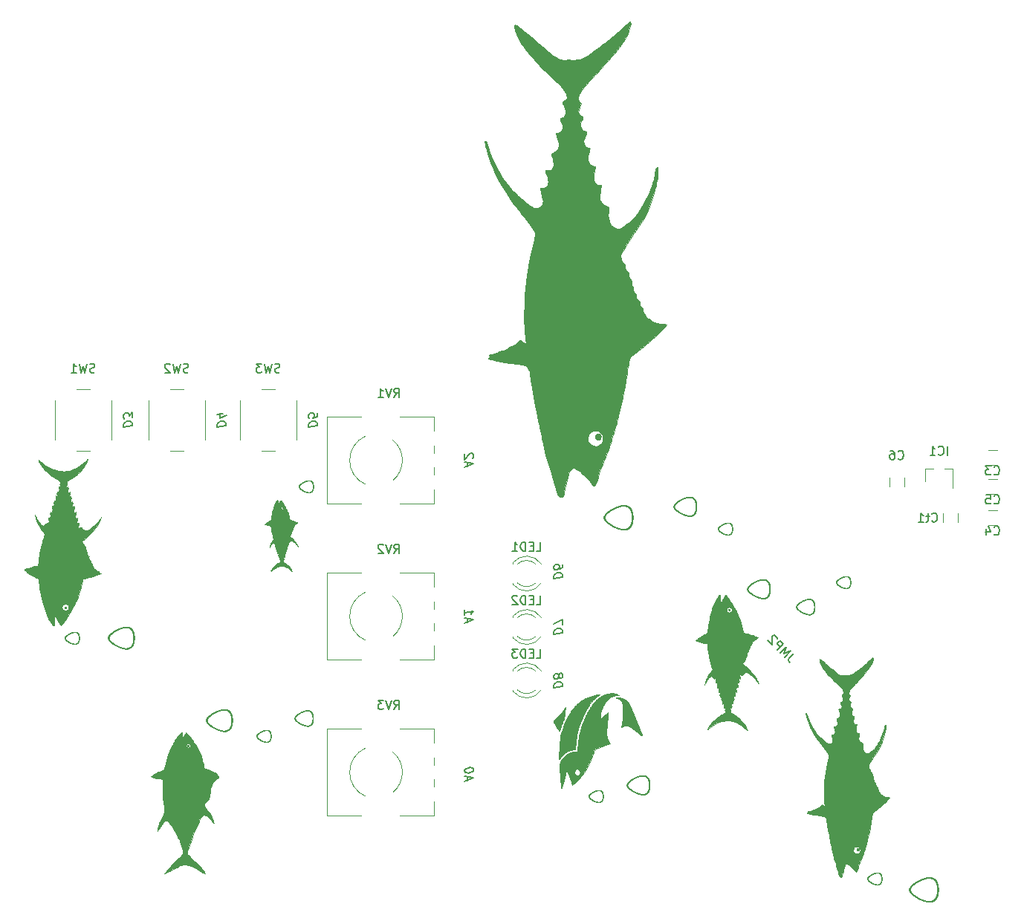
<source format=gbo>
G04 #@! TF.FileFunction,Legend,Bot*
%FSLAX46Y46*%
G04 Gerber Fmt 4.6, Leading zero omitted, Abs format (unit mm)*
G04 Created by KiCad (PCBNEW 4.0.7-e2-6376~58~ubuntu14.04.1) date Wed Apr 11 20:24:01 2018*
%MOMM*%
%LPD*%
G01*
G04 APERTURE LIST*
%ADD10C,0.100000*%
%ADD11C,0.200000*%
%ADD12C,0.010000*%
%ADD13C,0.120000*%
%ADD14C,0.150000*%
G04 APERTURE END LIST*
D10*
D11*
X180681333Y-94715119D02*
X180681333Y-94238928D01*
X180395619Y-94846072D02*
X181395619Y-94387739D01*
X180395619Y-94179405D01*
X181300381Y-93780595D02*
X181348000Y-93727024D01*
X181395619Y-93625834D01*
X181395619Y-93387738D01*
X181348000Y-93298452D01*
X181300381Y-93256785D01*
X181205143Y-93221071D01*
X181109905Y-93232976D01*
X180967048Y-93298452D01*
X180395619Y-93941310D01*
X180395619Y-93322262D01*
X180681333Y-112495119D02*
X180681333Y-112018928D01*
X180395619Y-112626072D02*
X181395619Y-112167739D01*
X180395619Y-111959405D01*
X180395619Y-111102262D02*
X180395619Y-111673691D01*
X180395619Y-111387977D02*
X181395619Y-111262977D01*
X181252762Y-111376072D01*
X181157524Y-111483214D01*
X181109905Y-111584405D01*
X180681333Y-130529119D02*
X180681333Y-130052928D01*
X180395619Y-130660072D02*
X181395619Y-130201739D01*
X180395619Y-129993405D01*
X181395619Y-129344596D02*
X181395619Y-129249357D01*
X181348000Y-129160071D01*
X181300381Y-129118404D01*
X181205143Y-129082690D01*
X181014667Y-129058881D01*
X180776571Y-129088643D01*
X180586095Y-129160071D01*
X180490857Y-129219595D01*
X180443238Y-129273166D01*
X180395619Y-129374357D01*
X180395619Y-129469596D01*
X180443238Y-129558881D01*
X180490857Y-129600548D01*
X180586095Y-129636262D01*
X180776571Y-129660072D01*
X181014667Y-129630310D01*
X181205143Y-129558881D01*
X181300381Y-129499357D01*
X181348000Y-129445786D01*
X181395619Y-129344596D01*
X190555619Y-119920643D02*
X191555619Y-119795643D01*
X191555619Y-119557548D01*
X191508000Y-119420642D01*
X191412762Y-119337309D01*
X191317524Y-119301594D01*
X191127048Y-119277785D01*
X190984190Y-119295642D01*
X190793714Y-119367071D01*
X190698476Y-119426594D01*
X190603238Y-119533737D01*
X190555619Y-119682548D01*
X190555619Y-119920643D01*
X191127048Y-118706357D02*
X191174667Y-118795643D01*
X191222286Y-118837309D01*
X191317524Y-118873023D01*
X191365143Y-118867071D01*
X191460381Y-118807547D01*
X191508000Y-118753976D01*
X191555619Y-118652786D01*
X191555619Y-118462309D01*
X191508000Y-118373023D01*
X191460381Y-118331356D01*
X191365143Y-118295642D01*
X191317524Y-118301594D01*
X191222286Y-118361118D01*
X191174667Y-118414690D01*
X191127048Y-118515880D01*
X191127048Y-118706357D01*
X191079429Y-118807547D01*
X191031810Y-118861119D01*
X190936571Y-118920643D01*
X190746095Y-118944452D01*
X190650857Y-118908738D01*
X190603238Y-118867071D01*
X190555619Y-118777786D01*
X190555619Y-118587309D01*
X190603238Y-118486118D01*
X190650857Y-118432547D01*
X190746095Y-118373023D01*
X190936571Y-118349214D01*
X191031810Y-118384928D01*
X191079429Y-118426594D01*
X191127048Y-118515880D01*
X190555619Y-113824643D02*
X191555619Y-113699643D01*
X191555619Y-113461548D01*
X191508000Y-113324642D01*
X191412762Y-113241309D01*
X191317524Y-113205594D01*
X191127048Y-113181785D01*
X190984190Y-113199642D01*
X190793714Y-113271071D01*
X190698476Y-113330594D01*
X190603238Y-113437737D01*
X190555619Y-113586548D01*
X190555619Y-113824643D01*
X191555619Y-112794881D02*
X191555619Y-112128214D01*
X190555619Y-112681786D01*
X190555619Y-107474643D02*
X191555619Y-107349643D01*
X191555619Y-107111548D01*
X191508000Y-106974642D01*
X191412762Y-106891309D01*
X191317524Y-106855594D01*
X191127048Y-106831785D01*
X190984190Y-106849642D01*
X190793714Y-106921071D01*
X190698476Y-106980594D01*
X190603238Y-107087737D01*
X190555619Y-107236548D01*
X190555619Y-107474643D01*
X191555619Y-105921071D02*
X191555619Y-106111548D01*
X191508000Y-106212738D01*
X191460381Y-106266309D01*
X191317524Y-106379404D01*
X191127048Y-106450833D01*
X190746095Y-106498452D01*
X190650857Y-106462738D01*
X190603238Y-106421071D01*
X190555619Y-106331786D01*
X190555619Y-106141309D01*
X190603238Y-106040118D01*
X190650857Y-105986547D01*
X190746095Y-105927023D01*
X190984190Y-105897261D01*
X191079429Y-105932975D01*
X191127048Y-105974642D01*
X191174667Y-106063928D01*
X191174667Y-106254405D01*
X191127048Y-106355595D01*
X191079429Y-106409166D01*
X190984190Y-106468690D01*
X162615619Y-90202643D02*
X163615619Y-90077643D01*
X163615619Y-89839548D01*
X163568000Y-89702642D01*
X163472762Y-89619309D01*
X163377524Y-89583594D01*
X163187048Y-89559785D01*
X163044190Y-89577642D01*
X162853714Y-89649071D01*
X162758476Y-89708594D01*
X162663238Y-89815737D01*
X162615619Y-89964548D01*
X162615619Y-90202643D01*
X163615619Y-88601452D02*
X163615619Y-89077643D01*
X163139429Y-89184785D01*
X163187048Y-89131214D01*
X163234667Y-89030024D01*
X163234667Y-88791928D01*
X163187048Y-88702642D01*
X163139429Y-88660975D01*
X163044190Y-88625261D01*
X162806095Y-88655023D01*
X162710857Y-88714547D01*
X162663238Y-88768118D01*
X162615619Y-88869309D01*
X162615619Y-89107405D01*
X162663238Y-89196690D01*
X162710857Y-89238357D01*
X152201619Y-90202643D02*
X153201619Y-90077643D01*
X153201619Y-89839548D01*
X153154000Y-89702642D01*
X153058762Y-89619309D01*
X152963524Y-89583594D01*
X152773048Y-89559785D01*
X152630190Y-89577642D01*
X152439714Y-89649071D01*
X152344476Y-89708594D01*
X152249238Y-89815737D01*
X152201619Y-89964548D01*
X152201619Y-90202643D01*
X152868286Y-88690737D02*
X152201619Y-88774071D01*
X153249238Y-88881214D02*
X152534952Y-89208595D01*
X152534952Y-88589547D01*
X141533619Y-90202643D02*
X142533619Y-90077643D01*
X142533619Y-89839548D01*
X142486000Y-89702642D01*
X142390762Y-89619309D01*
X142295524Y-89583594D01*
X142105048Y-89559785D01*
X141962190Y-89577642D01*
X141771714Y-89649071D01*
X141676476Y-89708594D01*
X141581238Y-89815737D01*
X141533619Y-89964548D01*
X141533619Y-90202643D01*
X142533619Y-89172881D02*
X142533619Y-88553833D01*
X142152667Y-88934786D01*
X142152667Y-88791928D01*
X142105048Y-88702642D01*
X142057429Y-88660975D01*
X141962190Y-88625261D01*
X141724095Y-88655023D01*
X141628857Y-88714547D01*
X141581238Y-88768118D01*
X141533619Y-88869309D01*
X141533619Y-89155024D01*
X141581238Y-89244309D01*
X141628857Y-89285976D01*
D12*
G36*
X227921464Y-141656929D02*
X227920810Y-141647184D01*
X227920182Y-141637982D01*
X227919576Y-141629305D01*
X227918992Y-141621133D01*
X227918428Y-141613445D01*
X227917882Y-141606221D01*
X227917352Y-141599443D01*
X227916838Y-141593090D01*
X227916336Y-141587142D01*
X227915847Y-141581580D01*
X227915367Y-141576383D01*
X227914895Y-141571533D01*
X227914430Y-141567008D01*
X227913969Y-141562790D01*
X227913512Y-141558858D01*
X227913056Y-141555193D01*
X227912600Y-141551775D01*
X227912505Y-141551095D01*
X227912102Y-141548339D01*
X227911593Y-141545058D01*
X227910985Y-141541283D01*
X227910281Y-141537043D01*
X227909488Y-141532368D01*
X227908610Y-141527287D01*
X227907653Y-141521831D01*
X227906622Y-141516028D01*
X227905522Y-141509908D01*
X227904358Y-141503502D01*
X227903136Y-141496837D01*
X227901860Y-141489945D01*
X227900537Y-141482854D01*
X227900208Y-141481104D01*
X227899071Y-141475071D01*
X227897919Y-141468993D01*
X227896758Y-141462907D01*
X227895598Y-141456854D01*
X227894444Y-141450872D01*
X227893306Y-141445001D01*
X227892191Y-141439280D01*
X227891106Y-141433748D01*
X227890059Y-141428444D01*
X227889059Y-141423407D01*
X227888112Y-141418676D01*
X227887226Y-141414291D01*
X227886409Y-141410290D01*
X227885670Y-141406713D01*
X227885014Y-141403599D01*
X227884451Y-141400987D01*
X227884274Y-141400185D01*
X227879861Y-141381450D01*
X227875028Y-141363079D01*
X227869769Y-141345053D01*
X227864078Y-141327355D01*
X227857949Y-141309965D01*
X227851375Y-141292864D01*
X227845342Y-141278328D01*
X227840067Y-141266480D01*
X227834563Y-141254959D01*
X227828854Y-141243813D01*
X227822967Y-141233089D01*
X227816925Y-141222836D01*
X227812542Y-141215846D01*
X227809438Y-141211098D01*
X227806381Y-141206573D01*
X227803320Y-141202208D01*
X227800207Y-141197938D01*
X227796992Y-141193701D01*
X227793625Y-141189434D01*
X227790056Y-141185073D01*
X227786238Y-141180555D01*
X227782119Y-141175816D01*
X227777652Y-141170794D01*
X227775494Y-141168402D01*
X227773453Y-141166142D01*
X227771174Y-141163605D01*
X227768773Y-141160922D01*
X227766363Y-141158220D01*
X227764060Y-141155628D01*
X227761978Y-141153274D01*
X227761265Y-141152464D01*
X227758544Y-141149379D01*
X227756123Y-141146652D01*
X227753935Y-141144212D01*
X227751915Y-141141986D01*
X227749995Y-141139903D01*
X227748109Y-141137892D01*
X227746192Y-141135880D01*
X227744177Y-141133796D01*
X227741997Y-141131569D01*
X227741348Y-141130909D01*
X227730621Y-141120410D01*
X227719540Y-141110335D01*
X227708097Y-141100677D01*
X227696283Y-141091431D01*
X227684091Y-141082591D01*
X227671511Y-141074149D01*
X227658534Y-141066101D01*
X227645153Y-141058439D01*
X227631359Y-141051158D01*
X227629155Y-141050049D01*
X227615345Y-141043422D01*
X227601518Y-141037345D01*
X227587632Y-141031804D01*
X227573645Y-141026787D01*
X227559516Y-141022279D01*
X227545203Y-141018266D01*
X227530662Y-141014735D01*
X227515853Y-141011673D01*
X227505401Y-141009816D01*
X227495348Y-141008288D01*
X227484867Y-141006962D01*
X227474063Y-141005847D01*
X227463036Y-141004950D01*
X227451889Y-141004277D01*
X227440725Y-141003837D01*
X227429646Y-141003637D01*
X227419041Y-141003679D01*
X227417370Y-141003705D01*
X227415809Y-141003731D01*
X227414328Y-141003759D01*
X227412897Y-141003791D01*
X227411488Y-141003829D01*
X227410072Y-141003875D01*
X227408619Y-141003930D01*
X227407100Y-141003997D01*
X227405486Y-141004078D01*
X227403748Y-141004174D01*
X227401856Y-141004287D01*
X227399782Y-141004420D01*
X227397495Y-141004574D01*
X227394968Y-141004751D01*
X227392170Y-141004953D01*
X227389073Y-141005182D01*
X227385647Y-141005440D01*
X227381864Y-141005729D01*
X227377693Y-141006050D01*
X227373106Y-141006406D01*
X227368074Y-141006799D01*
X227362567Y-141007230D01*
X227356556Y-141007702D01*
X227350012Y-141008216D01*
X227349896Y-141008225D01*
X227341918Y-141008867D01*
X227334445Y-141009500D01*
X227327418Y-141010134D01*
X227320777Y-141010775D01*
X227314464Y-141011432D01*
X227308419Y-141012113D01*
X227302583Y-141012824D01*
X227296897Y-141013574D01*
X227291302Y-141014371D01*
X227285739Y-141015223D01*
X227280148Y-141016136D01*
X227274470Y-141017120D01*
X227268646Y-141018182D01*
X227262617Y-141019329D01*
X227256622Y-141020511D01*
X227247499Y-141022377D01*
X227238298Y-141024344D01*
X227228981Y-141026422D01*
X227219508Y-141028622D01*
X227209841Y-141030953D01*
X227199939Y-141033425D01*
X227189765Y-141036048D01*
X227179279Y-141038832D01*
X227168442Y-141041787D01*
X227157215Y-141044924D01*
X227145559Y-141048251D01*
X227133434Y-141051779D01*
X227128775Y-141053151D01*
X227115805Y-141057048D01*
X227102869Y-141061067D01*
X227089937Y-141065219D01*
X227076978Y-141069516D01*
X227063962Y-141073971D01*
X227050857Y-141078595D01*
X227037633Y-141083399D01*
X227024260Y-141088397D01*
X227010706Y-141093598D01*
X226996942Y-141099017D01*
X226982935Y-141104663D01*
X226968657Y-141110550D01*
X226954075Y-141116688D01*
X226939160Y-141123091D01*
X226923880Y-141129768D01*
X226908205Y-141136734D01*
X226892104Y-141143998D01*
X226885941Y-141146806D01*
X226875575Y-141151576D01*
X226865368Y-141156345D01*
X226855277Y-141161136D01*
X226845260Y-141165969D01*
X226835275Y-141170867D01*
X226825280Y-141175853D01*
X226815233Y-141180946D01*
X226805091Y-141186170D01*
X226794813Y-141191546D01*
X226784355Y-141197097D01*
X226773677Y-141202843D01*
X226762736Y-141208807D01*
X226751489Y-141215011D01*
X226739895Y-141221477D01*
X226727911Y-141228226D01*
X226718565Y-141233530D01*
X226714719Y-141235724D01*
X226710608Y-141238077D01*
X226706277Y-141240563D01*
X226701771Y-141243157D01*
X226697135Y-141245831D01*
X226692413Y-141248559D01*
X226687651Y-141251317D01*
X226682893Y-141254077D01*
X226678185Y-141256813D01*
X226673572Y-141259499D01*
X226669098Y-141262109D01*
X226664808Y-141264617D01*
X226660748Y-141266996D01*
X226656962Y-141269222D01*
X226653495Y-141271266D01*
X226650392Y-141273105D01*
X226647698Y-141274710D01*
X226645860Y-141275813D01*
X226630234Y-141285412D01*
X226614545Y-141295397D01*
X226598777Y-141305781D01*
X226582914Y-141316576D01*
X226566939Y-141327792D01*
X226550838Y-141339443D01*
X226534592Y-141351539D01*
X226518188Y-141364092D01*
X226501608Y-141377115D01*
X226484836Y-141390618D01*
X226467857Y-141404613D01*
X226455111Y-141415326D01*
X226442625Y-141426030D01*
X226430648Y-141436552D01*
X226419160Y-141446912D01*
X226408141Y-141457127D01*
X226397573Y-141467216D01*
X226387437Y-141477198D01*
X226377711Y-141487091D01*
X226368379Y-141496914D01*
X226359582Y-141506504D01*
X226350295Y-141517027D01*
X226341405Y-141527538D01*
X226332921Y-141538020D01*
X226324853Y-141548461D01*
X226317209Y-141558846D01*
X226309999Y-141569160D01*
X226303231Y-141579389D01*
X226296914Y-141589518D01*
X226291059Y-141599533D01*
X226285672Y-141609420D01*
X226280765Y-141619164D01*
X226276345Y-141628750D01*
X226272421Y-141638165D01*
X226269004Y-141647393D01*
X226266473Y-141655179D01*
X226265030Y-141660153D01*
X226263714Y-141665144D01*
X226262507Y-141670250D01*
X226261386Y-141675568D01*
X226260332Y-141681194D01*
X226259323Y-141687225D01*
X226258689Y-141691360D01*
X226258453Y-141693239D01*
X226258236Y-141695510D01*
X226258045Y-141698052D01*
X226257884Y-141700743D01*
X226257760Y-141703462D01*
X226257678Y-141706087D01*
X226257644Y-141708497D01*
X226257664Y-141710569D01*
X226257726Y-141711962D01*
X226258043Y-141716385D01*
X226258343Y-141720316D01*
X226258636Y-141723826D01*
X226258930Y-141726988D01*
X226259234Y-141729874D01*
X226259556Y-141732554D01*
X226259905Y-141735101D01*
X226260291Y-141737587D01*
X226260721Y-141740083D01*
X226261204Y-141742661D01*
X226261750Y-141745393D01*
X226261829Y-141745782D01*
X226263479Y-141752995D01*
X226265494Y-141760365D01*
X226267887Y-141767919D01*
X226270668Y-141775686D01*
X226273847Y-141783693D01*
X226277436Y-141791969D01*
X226281443Y-141800543D01*
X226285783Y-141809249D01*
X226292622Y-141822001D01*
X226299925Y-141834501D01*
X226307668Y-141846711D01*
X226315823Y-141858590D01*
X226324365Y-141870101D01*
X226333268Y-141881204D01*
X226336992Y-141885602D01*
X226340129Y-141889210D01*
X226343615Y-141893148D01*
X226347408Y-141897374D01*
X226351469Y-141901847D01*
X226355758Y-141906524D01*
X226360235Y-141911363D01*
X226364859Y-141916323D01*
X226369590Y-141921359D01*
X226374389Y-141926432D01*
X226379214Y-141931498D01*
X226384027Y-141936515D01*
X226388786Y-141941442D01*
X226393452Y-141946236D01*
X226397985Y-141950854D01*
X226402343Y-141955255D01*
X226406488Y-141959397D01*
X226410379Y-141963237D01*
X226413976Y-141966733D01*
X226417014Y-141969632D01*
X226421704Y-141973992D01*
X226426828Y-141978633D01*
X226432353Y-141983528D01*
X226438241Y-141988646D01*
X226444458Y-141993961D01*
X226450968Y-141999441D01*
X226457736Y-142005060D01*
X226464725Y-142010787D01*
X226471899Y-142016594D01*
X226479224Y-142022452D01*
X226486664Y-142028332D01*
X226494183Y-142034205D01*
X226501745Y-142040043D01*
X226509314Y-142045817D01*
X226516856Y-142051497D01*
X226524334Y-142057055D01*
X226531029Y-142061964D01*
X226534681Y-142064618D01*
X226538197Y-142067161D01*
X226541615Y-142069619D01*
X226544975Y-142072021D01*
X226548318Y-142074393D01*
X226551682Y-142076763D01*
X226555108Y-142079158D01*
X226558636Y-142081606D01*
X226562304Y-142084134D01*
X226566153Y-142086770D01*
X226570223Y-142089540D01*
X226574552Y-142092474D01*
X226579182Y-142095597D01*
X226584150Y-142098937D01*
X226589499Y-142102523D01*
X226595266Y-142106380D01*
X226597351Y-142107773D01*
X226607062Y-142114249D01*
X226616345Y-142120414D01*
X226625228Y-142126287D01*
X226633741Y-142131886D01*
X226641917Y-142137228D01*
X226649783Y-142142332D01*
X226657371Y-142147214D01*
X226664710Y-142151894D01*
X226671832Y-142156388D01*
X226678765Y-142160714D01*
X226685541Y-142164891D01*
X226692189Y-142168935D01*
X226698739Y-142172865D01*
X226705223Y-142176699D01*
X226711669Y-142180455D01*
X226718108Y-142184149D01*
X226724571Y-142187801D01*
X226731087Y-142191427D01*
X226737686Y-142195045D01*
X226744399Y-142198674D01*
X226751257Y-142202332D01*
X226758288Y-142206035D01*
X226765524Y-142209801D01*
X226772994Y-142213650D01*
X226780728Y-142217597D01*
X226788758Y-142221662D01*
X226797113Y-142225862D01*
X226800410Y-142227512D01*
X226807907Y-142231246D01*
X226815678Y-142235088D01*
X226823677Y-142239016D01*
X226831859Y-142243010D01*
X226840180Y-142247048D01*
X226848593Y-142251108D01*
X226857054Y-142255169D01*
X226865518Y-142259210D01*
X226873940Y-142263210D01*
X226882274Y-142267146D01*
X226890475Y-142270999D01*
X226898498Y-142274745D01*
X226906299Y-142278365D01*
X226913831Y-142281836D01*
X226921051Y-142285137D01*
X226927912Y-142288248D01*
X226934370Y-142291145D01*
X226940379Y-142293809D01*
X226941380Y-142294250D01*
X226965383Y-142304588D01*
X226989179Y-142314434D01*
X227012813Y-142323801D01*
X227036326Y-142332702D01*
X227059762Y-142341151D01*
X227083163Y-142349162D01*
X227106573Y-142356747D01*
X227130034Y-142363922D01*
X227153590Y-142370699D01*
X227177282Y-142377092D01*
X227201155Y-142383114D01*
X227225251Y-142388780D01*
X227249613Y-142394103D01*
X227268052Y-142397871D01*
X227275831Y-142399404D01*
X227283094Y-142400812D01*
X227289877Y-142402100D01*
X227296212Y-142403274D01*
X227302134Y-142404338D01*
X227307677Y-142405297D01*
X227312876Y-142406157D01*
X227317763Y-142406923D01*
X227322374Y-142407600D01*
X227326742Y-142408193D01*
X227330901Y-142408707D01*
X227334886Y-142409147D01*
X227338730Y-142409519D01*
X227342467Y-142409827D01*
X227346132Y-142410077D01*
X227349759Y-142410274D01*
X227350743Y-142410319D01*
X227358269Y-142410675D01*
X227365236Y-142411055D01*
X227371649Y-142411461D01*
X227377513Y-142411892D01*
X227382833Y-142412349D01*
X227387614Y-142412834D01*
X227391862Y-142413344D01*
X227394506Y-142413716D01*
X227401016Y-142414695D01*
X227424968Y-142414695D01*
X227424968Y-142366859D01*
X227378401Y-142366859D01*
X227372474Y-142365952D01*
X227369594Y-142365556D01*
X227366163Y-142365165D01*
X227362196Y-142364780D01*
X227357706Y-142364402D01*
X227352707Y-142364033D01*
X227347214Y-142363672D01*
X227341240Y-142363322D01*
X227334799Y-142362983D01*
X227332963Y-142362893D01*
X227329516Y-142362711D01*
X227326185Y-142362503D01*
X227322922Y-142362263D01*
X227319681Y-142361983D01*
X227316415Y-142361658D01*
X227313075Y-142361280D01*
X227309615Y-142360842D01*
X227305988Y-142360340D01*
X227302145Y-142359765D01*
X227298040Y-142359111D01*
X227293626Y-142358372D01*
X227288854Y-142357540D01*
X227283679Y-142356611D01*
X227278052Y-142355576D01*
X227271927Y-142354429D01*
X227271156Y-142354284D01*
X227247711Y-142349677D01*
X227224616Y-142344774D01*
X227201826Y-142339560D01*
X227179290Y-142334019D01*
X227156963Y-142328137D01*
X227134795Y-142321899D01*
X227112738Y-142315290D01*
X227090745Y-142308295D01*
X227068767Y-142300900D01*
X227046757Y-142293088D01*
X227024666Y-142284847D01*
X227002446Y-142276159D01*
X226980049Y-142267012D01*
X226957428Y-142257389D01*
X226955209Y-142256425D01*
X226949373Y-142253864D01*
X226943053Y-142251048D01*
X226936266Y-142247986D01*
X226929027Y-142244684D01*
X226921352Y-142241151D01*
X226913259Y-142237394D01*
X226904763Y-142233420D01*
X226903139Y-142232657D01*
X226900529Y-142231430D01*
X226897888Y-142230189D01*
X226895300Y-142228973D01*
X226892849Y-142227821D01*
X226890619Y-142226774D01*
X226888694Y-142225870D01*
X226887159Y-142225149D01*
X226886629Y-142224900D01*
X226880253Y-142221893D01*
X226873531Y-142218696D01*
X226866534Y-142215344D01*
X226859335Y-142211873D01*
X226852006Y-142208318D01*
X226844619Y-142204715D01*
X226837245Y-142201098D01*
X226829958Y-142197503D01*
X226822827Y-142193965D01*
X226815927Y-142190520D01*
X226809329Y-142187203D01*
X226803104Y-142184049D01*
X226797588Y-142181229D01*
X226790554Y-142177602D01*
X226783784Y-142174083D01*
X226777247Y-142170654D01*
X226770912Y-142167297D01*
X226764748Y-142163992D01*
X226758727Y-142160723D01*
X226752817Y-142157471D01*
X226746988Y-142154218D01*
X226741209Y-142150945D01*
X226735451Y-142147634D01*
X226729683Y-142144268D01*
X226723875Y-142140827D01*
X226717996Y-142137294D01*
X226712017Y-142133651D01*
X226705906Y-142129879D01*
X226699633Y-142125960D01*
X226693169Y-142121876D01*
X226686483Y-142117609D01*
X226679544Y-142113140D01*
X226672322Y-142108452D01*
X226664787Y-142103525D01*
X226656909Y-142098343D01*
X226648657Y-142092886D01*
X226640000Y-142087137D01*
X226632205Y-142081942D01*
X226626065Y-142077840D01*
X226620358Y-142074018D01*
X226615046Y-142070449D01*
X226610087Y-142067105D01*
X226605444Y-142063959D01*
X226601075Y-142060984D01*
X226596942Y-142058151D01*
X226593005Y-142055434D01*
X226589225Y-142052805D01*
X226585562Y-142050236D01*
X226581976Y-142047699D01*
X226578427Y-142045169D01*
X226574877Y-142042615D01*
X226571285Y-142040013D01*
X226567613Y-142037333D01*
X226563820Y-142034548D01*
X226560803Y-142032323D01*
X226553577Y-142026942D01*
X226546180Y-142021348D01*
X226538668Y-142015587D01*
X226531099Y-142009705D01*
X226523528Y-142003749D01*
X226516014Y-141997762D01*
X226508613Y-141991792D01*
X226501381Y-141985884D01*
X226494376Y-141980083D01*
X226487655Y-141974436D01*
X226481275Y-141968988D01*
X226475292Y-141963784D01*
X226473314Y-141962040D01*
X226470247Y-141959276D01*
X226466843Y-141956123D01*
X226463139Y-141952617D01*
X226459170Y-141948795D01*
X226454971Y-141944692D01*
X226450576Y-141940346D01*
X226446022Y-141935792D01*
X226441343Y-141931067D01*
X226436575Y-141926207D01*
X226431752Y-141921249D01*
X226426911Y-141916229D01*
X226422085Y-141911183D01*
X226417311Y-141906147D01*
X226412623Y-141901159D01*
X226408057Y-141896254D01*
X226403647Y-141891468D01*
X226399430Y-141886839D01*
X226395439Y-141882402D01*
X226391711Y-141878194D01*
X226388281Y-141874250D01*
X226387787Y-141873675D01*
X226378783Y-141862753D01*
X226370207Y-141851482D01*
X226362078Y-141839889D01*
X226354415Y-141828004D01*
X226347237Y-141815856D01*
X226340563Y-141803474D01*
X226338848Y-141800090D01*
X226335477Y-141793215D01*
X226332436Y-141786720D01*
X226329701Y-141780544D01*
X226327250Y-141774628D01*
X226325059Y-141768909D01*
X226323107Y-141763327D01*
X226321369Y-141757821D01*
X226319823Y-141752331D01*
X226318446Y-141746795D01*
X226317970Y-141744700D01*
X226317339Y-141741720D01*
X226316773Y-141738733D01*
X226316263Y-141735669D01*
X226315799Y-141732458D01*
X226315372Y-141729031D01*
X226314976Y-141725316D01*
X226314599Y-141721244D01*
X226314235Y-141716745D01*
X226313888Y-141711962D01*
X226313848Y-141710891D01*
X226313838Y-141709377D01*
X226313854Y-141707543D01*
X226313894Y-141705510D01*
X226313953Y-141703399D01*
X226314030Y-141701331D01*
X226314119Y-141699429D01*
X226314219Y-141697814D01*
X226314298Y-141696868D01*
X226314876Y-141691959D01*
X226315670Y-141686674D01*
X226316654Y-141681143D01*
X226317798Y-141675501D01*
X226319075Y-141669879D01*
X226320458Y-141664410D01*
X226321919Y-141659226D01*
X226322713Y-141656646D01*
X226325531Y-141648421D01*
X226328821Y-141639959D01*
X226332564Y-141631300D01*
X226336739Y-141622483D01*
X226341326Y-141613547D01*
X226346306Y-141604531D01*
X226351657Y-141595473D01*
X226357360Y-141586414D01*
X226363394Y-141577390D01*
X226365192Y-141574802D01*
X226372810Y-141564210D01*
X226380807Y-141553653D01*
X226389198Y-141543113D01*
X226397999Y-141532573D01*
X226407224Y-141522018D01*
X226416889Y-141511430D01*
X226427011Y-141500792D01*
X226437604Y-141490088D01*
X226448685Y-141479301D01*
X226460267Y-141468414D01*
X226472369Y-141457410D01*
X226481701Y-141449153D01*
X226494994Y-141437654D01*
X226508506Y-141426228D01*
X226522182Y-141414918D01*
X226535971Y-141403763D01*
X226549819Y-141392805D01*
X226563675Y-141382083D01*
X226577485Y-141371640D01*
X226591196Y-141361515D01*
X226604756Y-141351750D01*
X226618113Y-141342386D01*
X226629524Y-141334598D01*
X226633356Y-141332026D01*
X226637090Y-141329537D01*
X226640759Y-141327113D01*
X226644392Y-141324735D01*
X226648022Y-141322383D01*
X226651678Y-141320038D01*
X226655393Y-141317683D01*
X226659197Y-141315297D01*
X226663121Y-141312861D01*
X226667197Y-141310357D01*
X226671454Y-141307766D01*
X226675925Y-141305069D01*
X226680641Y-141302246D01*
X226685631Y-141299279D01*
X226690929Y-141296149D01*
X226696563Y-141292837D01*
X226702566Y-141289324D01*
X226708969Y-141285590D01*
X226715802Y-141281618D01*
X226722940Y-141277478D01*
X226739885Y-141267728D01*
X226756417Y-141258353D01*
X226772544Y-141249349D01*
X226788271Y-141240714D01*
X226803605Y-141232443D01*
X226818553Y-141224533D01*
X226833121Y-141216980D01*
X226847315Y-141209782D01*
X226861143Y-141202935D01*
X226874610Y-141196435D01*
X226887724Y-141190279D01*
X226888181Y-141190067D01*
X226906337Y-141181749D01*
X226924055Y-141173777D01*
X226941339Y-141166148D01*
X226958194Y-141158862D01*
X226974625Y-141151915D01*
X226990639Y-141145305D01*
X227006239Y-141139031D01*
X227021431Y-141133090D01*
X227036221Y-141127479D01*
X227037900Y-141126854D01*
X227047587Y-141123289D01*
X227057132Y-141119855D01*
X227066605Y-141116528D01*
X227076077Y-141113285D01*
X227085616Y-141110104D01*
X227095294Y-141106963D01*
X227105179Y-141103837D01*
X227115343Y-141100706D01*
X227125854Y-141097545D01*
X227136783Y-141094332D01*
X227147966Y-141091112D01*
X227162320Y-141087083D01*
X227176268Y-141083301D01*
X227189802Y-141079769D01*
X227202911Y-141076488D01*
X227215587Y-141073460D01*
X227227821Y-141070687D01*
X227239602Y-141068172D01*
X227250923Y-141065917D01*
X227261774Y-141063923D01*
X227272145Y-141062194D01*
X227280893Y-141060888D01*
X227285720Y-141060223D01*
X227290292Y-141059621D01*
X227294711Y-141059073D01*
X227299076Y-141058567D01*
X227303488Y-141058092D01*
X227308047Y-141057638D01*
X227312854Y-141057194D01*
X227318009Y-141056750D01*
X227323613Y-141056293D01*
X227324496Y-141056224D01*
X227327766Y-141055965D01*
X227331411Y-141055677D01*
X227335272Y-141055371D01*
X227339192Y-141055060D01*
X227343011Y-141054757D01*
X227346571Y-141054474D01*
X227349473Y-141054243D01*
X227355321Y-141053780D01*
X227360651Y-141053364D01*
X227365507Y-141052994D01*
X227369934Y-141052668D01*
X227373977Y-141052383D01*
X227377679Y-141052137D01*
X227381085Y-141051929D01*
X227384240Y-141051755D01*
X227387187Y-141051613D01*
X227389972Y-141051502D01*
X227392638Y-141051420D01*
X227395230Y-141051363D01*
X227397792Y-141051330D01*
X227400369Y-141051319D01*
X227403005Y-141051327D01*
X227405745Y-141051353D01*
X227407611Y-141051378D01*
X227417709Y-141051598D01*
X227427341Y-141051960D01*
X227436587Y-141052471D01*
X227445531Y-141053140D01*
X227454253Y-141053975D01*
X227462836Y-141054985D01*
X227471362Y-141056179D01*
X227479912Y-141057564D01*
X227488568Y-141059150D01*
X227494475Y-141060330D01*
X227508499Y-141063502D01*
X227522467Y-141067220D01*
X227536349Y-141071470D01*
X227550116Y-141076239D01*
X227563740Y-141081511D01*
X227577189Y-141087272D01*
X227590437Y-141093508D01*
X227603452Y-141100205D01*
X227616207Y-141107348D01*
X227628672Y-141114923D01*
X227640817Y-141122915D01*
X227652614Y-141131311D01*
X227664033Y-141140096D01*
X227674029Y-141148379D01*
X227677647Y-141151522D01*
X227681086Y-141154589D01*
X227684455Y-141157681D01*
X227687866Y-141160902D01*
X227691429Y-141164355D01*
X227694941Y-141167829D01*
X227697412Y-141170302D01*
X227699626Y-141172542D01*
X227701658Y-141174628D01*
X227703582Y-141176637D01*
X227705471Y-141178651D01*
X227707398Y-141180746D01*
X227709439Y-141183003D01*
X227711667Y-141185501D01*
X227714155Y-141188319D01*
X227715263Y-141189578D01*
X227716908Y-141191444D01*
X227718834Y-141193616D01*
X227720941Y-141195983D01*
X227723131Y-141198435D01*
X227725305Y-141200859D01*
X227727363Y-141203145D01*
X227728356Y-141204244D01*
X227730157Y-141206239D01*
X227731987Y-141208276D01*
X227733777Y-141210277D01*
X227735456Y-141212162D01*
X227736953Y-141213852D01*
X227738198Y-141215268D01*
X227738978Y-141216165D01*
X227746496Y-141225282D01*
X227753773Y-141234905D01*
X227760806Y-141245029D01*
X227767591Y-141255649D01*
X227774126Y-141266760D01*
X227780405Y-141278356D01*
X227786428Y-141290432D01*
X227791079Y-141300482D01*
X227797304Y-141314953D01*
X227803224Y-141329860D01*
X227808822Y-141345153D01*
X227814083Y-141360782D01*
X227818990Y-141376699D01*
X227823527Y-141392855D01*
X227827678Y-141409200D01*
X227830090Y-141419580D01*
X227830649Y-141422128D01*
X227831302Y-141425192D01*
X227832040Y-141428729D01*
X227832855Y-141432700D01*
X227833739Y-141437063D01*
X227834685Y-141441779D01*
X227835685Y-141446806D01*
X227836730Y-141452103D01*
X227837814Y-141457631D01*
X227838927Y-141463349D01*
X227840063Y-141469215D01*
X227841212Y-141475189D01*
X227842369Y-141481231D01*
X227843523Y-141487300D01*
X227844668Y-141493355D01*
X227845796Y-141499355D01*
X227846899Y-141505261D01*
X227847968Y-141511031D01*
X227848996Y-141516624D01*
X227849976Y-141522000D01*
X227850108Y-141522732D01*
X227851165Y-141528589D01*
X227852122Y-141533941D01*
X227852987Y-141538838D01*
X227853768Y-141543330D01*
X227854472Y-141547466D01*
X227855106Y-141551296D01*
X227855679Y-141554869D01*
X227856197Y-141558235D01*
X227856669Y-141561443D01*
X227857101Y-141564544D01*
X227857502Y-141567586D01*
X227857878Y-141570619D01*
X227858238Y-141573694D01*
X227858589Y-141576859D01*
X227858938Y-141580163D01*
X227859155Y-141582281D01*
X227859370Y-141584502D01*
X227859619Y-141587230D01*
X227859897Y-141590407D01*
X227860200Y-141593977D01*
X227860524Y-141597881D01*
X227860863Y-141602065D01*
X227861214Y-141606470D01*
X227861571Y-141611040D01*
X227861932Y-141615717D01*
X227862290Y-141620446D01*
X227862643Y-141625168D01*
X227862985Y-141629827D01*
X227863312Y-141634367D01*
X227863620Y-141638729D01*
X227863903Y-141642858D01*
X227864159Y-141646696D01*
X227864237Y-141647898D01*
X227864407Y-141650512D01*
X227864604Y-141653515D01*
X227864817Y-141656732D01*
X227865034Y-141659989D01*
X227865243Y-141663112D01*
X227865434Y-141665925D01*
X227865436Y-141665960D01*
X227865540Y-141667507D01*
X227865632Y-141668946D01*
X227865713Y-141670321D01*
X227865784Y-141671673D01*
X227865844Y-141673047D01*
X227865895Y-141674485D01*
X227865938Y-141676029D01*
X227865973Y-141677724D01*
X227866001Y-141679611D01*
X227866022Y-141681734D01*
X227866038Y-141684135D01*
X227866048Y-141686858D01*
X227866054Y-141689945D01*
X227866056Y-141693439D01*
X227866054Y-141697384D01*
X227866051Y-141701822D01*
X227866047Y-141705048D01*
X227866041Y-141710024D01*
X227866035Y-141714492D01*
X227866025Y-141718505D01*
X227866010Y-141722119D01*
X227865989Y-141725388D01*
X227865958Y-141728369D01*
X227865916Y-141731115D01*
X227865861Y-141733683D01*
X227865791Y-141736126D01*
X227865703Y-141738501D01*
X227865597Y-141740861D01*
X227865469Y-141743263D01*
X227865318Y-141745761D01*
X227865142Y-141748411D01*
X227864939Y-141751267D01*
X227864706Y-141754385D01*
X227864442Y-141757819D01*
X227864145Y-141761624D01*
X227863812Y-141765857D01*
X227863811Y-141765866D01*
X227863260Y-141772856D01*
X227862747Y-141779324D01*
X227862268Y-141785310D01*
X227861820Y-141790854D01*
X227861400Y-141795998D01*
X227861003Y-141800782D01*
X227860626Y-141805247D01*
X227860265Y-141809432D01*
X227859917Y-141813379D01*
X227859578Y-141817129D01*
X227859245Y-141820721D01*
X227858913Y-141824196D01*
X227858579Y-141827596D01*
X227858240Y-141830960D01*
X227857892Y-141834329D01*
X227857531Y-141837743D01*
X227857154Y-141841244D01*
X227856756Y-141844871D01*
X227856636Y-141845959D01*
X227855535Y-141855773D01*
X227854461Y-141865072D01*
X227853405Y-141873904D01*
X227852360Y-141882317D01*
X227851317Y-141890360D01*
X227850269Y-141898081D01*
X227849207Y-141905529D01*
X227848124Y-141912751D01*
X227847012Y-141919796D01*
X227845862Y-141926712D01*
X227844667Y-141933548D01*
X227843419Y-141940351D01*
X227842110Y-141947171D01*
X227840732Y-141954054D01*
X227839276Y-141961051D01*
X227837736Y-141968208D01*
X227836102Y-141975575D01*
X227834368Y-141983199D01*
X227833064Y-141988822D01*
X227832484Y-141991313D01*
X227831887Y-141993892D01*
X227831300Y-141996437D01*
X227830752Y-141998829D01*
X227830269Y-142000947D01*
X227829880Y-142002670D01*
X227829789Y-142003074D01*
X227827914Y-142011318D01*
X227826083Y-142019038D01*
X227824284Y-142026273D01*
X227822508Y-142033062D01*
X227820745Y-142039443D01*
X227818983Y-142045455D01*
X227817212Y-142051136D01*
X227815422Y-142056525D01*
X227814476Y-142059236D01*
X227809632Y-142072524D01*
X227804717Y-142085281D01*
X227799717Y-142097536D01*
X227794616Y-142109322D01*
X227789400Y-142120668D01*
X227784053Y-142131606D01*
X227778561Y-142142165D01*
X227772907Y-142152376D01*
X227767078Y-142162270D01*
X227761057Y-142171877D01*
X227754830Y-142181228D01*
X227752531Y-142184543D01*
X227746204Y-142193258D01*
X227739385Y-142202064D01*
X227732127Y-142210904D01*
X227724482Y-142219721D01*
X227716504Y-142228458D01*
X227708245Y-142237060D01*
X227699758Y-142245470D01*
X227691096Y-142253630D01*
X227682312Y-142261484D01*
X227675016Y-142267688D01*
X227662859Y-142277427D01*
X227650436Y-142286669D01*
X227637746Y-142295416D01*
X227624784Y-142303669D01*
X227611548Y-142311431D01*
X227598035Y-142318702D01*
X227584241Y-142325485D01*
X227570163Y-142331781D01*
X227555798Y-142337592D01*
X227541143Y-142342919D01*
X227526195Y-142347765D01*
X227518432Y-142350058D01*
X227505404Y-142353574D01*
X227492445Y-142356653D01*
X227479602Y-142359287D01*
X227466922Y-142361468D01*
X227454452Y-142363185D01*
X227443594Y-142364315D01*
X227440835Y-142364559D01*
X227438560Y-142364764D01*
X227436692Y-142364941D01*
X227435153Y-142365098D01*
X227433865Y-142365246D01*
X227432751Y-142365393D01*
X227431733Y-142365549D01*
X227430732Y-142365722D01*
X227429672Y-142365923D01*
X227428919Y-142366072D01*
X227424968Y-142366859D01*
X227424968Y-142414695D01*
X227448247Y-142414695D01*
X227451847Y-142414004D01*
X227453672Y-142413656D01*
X227455209Y-142413373D01*
X227456564Y-142413140D01*
X227457840Y-142412945D01*
X227459142Y-142412772D01*
X227460576Y-142412609D01*
X227462247Y-142412441D01*
X227464259Y-142412255D01*
X227466717Y-142412038D01*
X227467019Y-142412011D01*
X227480403Y-142410634D01*
X227493635Y-142408858D01*
X227506781Y-142406669D01*
X227519902Y-142404053D01*
X227533065Y-142400997D01*
X227546332Y-142397487D01*
X227559767Y-142393511D01*
X227569748Y-142390295D01*
X227585004Y-142384923D01*
X227599988Y-142379058D01*
X227614697Y-142372700D01*
X227629129Y-142365850D01*
X227643283Y-142358510D01*
X227657159Y-142350680D01*
X227670753Y-142342362D01*
X227684064Y-142333557D01*
X227697091Y-142324265D01*
X227709833Y-142314488D01*
X227722287Y-142304227D01*
X227734453Y-142293482D01*
X227746328Y-142282256D01*
X227757911Y-142270549D01*
X227769201Y-142258362D01*
X227776822Y-142249669D01*
X227784564Y-142240368D01*
X227792036Y-142230831D01*
X227799252Y-142221034D01*
X227806225Y-142210952D01*
X227812969Y-142200560D01*
X227819497Y-142189835D01*
X227825823Y-142178752D01*
X227831960Y-142167286D01*
X227837921Y-142155414D01*
X227843721Y-142143110D01*
X227849372Y-142130351D01*
X227854887Y-142117112D01*
X227860281Y-142103368D01*
X227865566Y-142089095D01*
X227866305Y-142087035D01*
X227867805Y-142082773D01*
X227869220Y-142078615D01*
X227870566Y-142074504D01*
X227871861Y-142070379D01*
X227873120Y-142066180D01*
X227874361Y-142061848D01*
X227875600Y-142057322D01*
X227876855Y-142052543D01*
X227878141Y-142047451D01*
X227879476Y-142041986D01*
X227880876Y-142036089D01*
X227882358Y-142029699D01*
X227882445Y-142029321D01*
X227883165Y-142026185D01*
X227883972Y-142022679D01*
X227884828Y-142018963D01*
X227885697Y-142015198D01*
X227886542Y-142011543D01*
X227887325Y-142008158D01*
X227887849Y-142005896D01*
X227890035Y-141996355D01*
X227892059Y-141987269D01*
X227893935Y-141978557D01*
X227895679Y-141970140D01*
X227897305Y-141961937D01*
X227898829Y-141953867D01*
X227900267Y-141945850D01*
X227901633Y-141937805D01*
X227902943Y-141929653D01*
X227904212Y-141921312D01*
X227905426Y-141912904D01*
X227906106Y-141907975D01*
X227906825Y-141902559D01*
X227907574Y-141896733D01*
X227908346Y-141890575D01*
X227909130Y-141884159D01*
X227909918Y-141877562D01*
X227910702Y-141870862D01*
X227911473Y-141864133D01*
X227912221Y-141857452D01*
X227912938Y-141850897D01*
X227913615Y-141844542D01*
X227914243Y-141838465D01*
X227914814Y-141832741D01*
X227915318Y-141827448D01*
X227915453Y-141825980D01*
X227915765Y-141822514D01*
X227916099Y-141818716D01*
X227916452Y-141814631D01*
X227916821Y-141810302D01*
X227917203Y-141805774D01*
X227917593Y-141801090D01*
X227917988Y-141796294D01*
X227918385Y-141791431D01*
X227918781Y-141786545D01*
X227919171Y-141781679D01*
X227919552Y-141776877D01*
X227919921Y-141772184D01*
X227920275Y-141767644D01*
X227920609Y-141763299D01*
X227920920Y-141759195D01*
X227921206Y-141755376D01*
X227921462Y-141751885D01*
X227921684Y-141748767D01*
X227921870Y-141746065D01*
X227922016Y-141743823D01*
X227922119Y-141742086D01*
X227922141Y-141741647D01*
X227922192Y-141740327D01*
X227922240Y-141738478D01*
X227922284Y-141736137D01*
X227922326Y-141733338D01*
X227922363Y-141730118D01*
X227922397Y-141726512D01*
X227922426Y-141722557D01*
X227922451Y-141718287D01*
X227922470Y-141713739D01*
X227922484Y-141708949D01*
X227922492Y-141704060D01*
X227922525Y-141672874D01*
X227921464Y-141656929D01*
X227921464Y-141656929D01*
G37*
X227921464Y-141656929D02*
X227920810Y-141647184D01*
X227920182Y-141637982D01*
X227919576Y-141629305D01*
X227918992Y-141621133D01*
X227918428Y-141613445D01*
X227917882Y-141606221D01*
X227917352Y-141599443D01*
X227916838Y-141593090D01*
X227916336Y-141587142D01*
X227915847Y-141581580D01*
X227915367Y-141576383D01*
X227914895Y-141571533D01*
X227914430Y-141567008D01*
X227913969Y-141562790D01*
X227913512Y-141558858D01*
X227913056Y-141555193D01*
X227912600Y-141551775D01*
X227912505Y-141551095D01*
X227912102Y-141548339D01*
X227911593Y-141545058D01*
X227910985Y-141541283D01*
X227910281Y-141537043D01*
X227909488Y-141532368D01*
X227908610Y-141527287D01*
X227907653Y-141521831D01*
X227906622Y-141516028D01*
X227905522Y-141509908D01*
X227904358Y-141503502D01*
X227903136Y-141496837D01*
X227901860Y-141489945D01*
X227900537Y-141482854D01*
X227900208Y-141481104D01*
X227899071Y-141475071D01*
X227897919Y-141468993D01*
X227896758Y-141462907D01*
X227895598Y-141456854D01*
X227894444Y-141450872D01*
X227893306Y-141445001D01*
X227892191Y-141439280D01*
X227891106Y-141433748D01*
X227890059Y-141428444D01*
X227889059Y-141423407D01*
X227888112Y-141418676D01*
X227887226Y-141414291D01*
X227886409Y-141410290D01*
X227885670Y-141406713D01*
X227885014Y-141403599D01*
X227884451Y-141400987D01*
X227884274Y-141400185D01*
X227879861Y-141381450D01*
X227875028Y-141363079D01*
X227869769Y-141345053D01*
X227864078Y-141327355D01*
X227857949Y-141309965D01*
X227851375Y-141292864D01*
X227845342Y-141278328D01*
X227840067Y-141266480D01*
X227834563Y-141254959D01*
X227828854Y-141243813D01*
X227822967Y-141233089D01*
X227816925Y-141222836D01*
X227812542Y-141215846D01*
X227809438Y-141211098D01*
X227806381Y-141206573D01*
X227803320Y-141202208D01*
X227800207Y-141197938D01*
X227796992Y-141193701D01*
X227793625Y-141189434D01*
X227790056Y-141185073D01*
X227786238Y-141180555D01*
X227782119Y-141175816D01*
X227777652Y-141170794D01*
X227775494Y-141168402D01*
X227773453Y-141166142D01*
X227771174Y-141163605D01*
X227768773Y-141160922D01*
X227766363Y-141158220D01*
X227764060Y-141155628D01*
X227761978Y-141153274D01*
X227761265Y-141152464D01*
X227758544Y-141149379D01*
X227756123Y-141146652D01*
X227753935Y-141144212D01*
X227751915Y-141141986D01*
X227749995Y-141139903D01*
X227748109Y-141137892D01*
X227746192Y-141135880D01*
X227744177Y-141133796D01*
X227741997Y-141131569D01*
X227741348Y-141130909D01*
X227730621Y-141120410D01*
X227719540Y-141110335D01*
X227708097Y-141100677D01*
X227696283Y-141091431D01*
X227684091Y-141082591D01*
X227671511Y-141074149D01*
X227658534Y-141066101D01*
X227645153Y-141058439D01*
X227631359Y-141051158D01*
X227629155Y-141050049D01*
X227615345Y-141043422D01*
X227601518Y-141037345D01*
X227587632Y-141031804D01*
X227573645Y-141026787D01*
X227559516Y-141022279D01*
X227545203Y-141018266D01*
X227530662Y-141014735D01*
X227515853Y-141011673D01*
X227505401Y-141009816D01*
X227495348Y-141008288D01*
X227484867Y-141006962D01*
X227474063Y-141005847D01*
X227463036Y-141004950D01*
X227451889Y-141004277D01*
X227440725Y-141003837D01*
X227429646Y-141003637D01*
X227419041Y-141003679D01*
X227417370Y-141003705D01*
X227415809Y-141003731D01*
X227414328Y-141003759D01*
X227412897Y-141003791D01*
X227411488Y-141003829D01*
X227410072Y-141003875D01*
X227408619Y-141003930D01*
X227407100Y-141003997D01*
X227405486Y-141004078D01*
X227403748Y-141004174D01*
X227401856Y-141004287D01*
X227399782Y-141004420D01*
X227397495Y-141004574D01*
X227394968Y-141004751D01*
X227392170Y-141004953D01*
X227389073Y-141005182D01*
X227385647Y-141005440D01*
X227381864Y-141005729D01*
X227377693Y-141006050D01*
X227373106Y-141006406D01*
X227368074Y-141006799D01*
X227362567Y-141007230D01*
X227356556Y-141007702D01*
X227350012Y-141008216D01*
X227349896Y-141008225D01*
X227341918Y-141008867D01*
X227334445Y-141009500D01*
X227327418Y-141010134D01*
X227320777Y-141010775D01*
X227314464Y-141011432D01*
X227308419Y-141012113D01*
X227302583Y-141012824D01*
X227296897Y-141013574D01*
X227291302Y-141014371D01*
X227285739Y-141015223D01*
X227280148Y-141016136D01*
X227274470Y-141017120D01*
X227268646Y-141018182D01*
X227262617Y-141019329D01*
X227256622Y-141020511D01*
X227247499Y-141022377D01*
X227238298Y-141024344D01*
X227228981Y-141026422D01*
X227219508Y-141028622D01*
X227209841Y-141030953D01*
X227199939Y-141033425D01*
X227189765Y-141036048D01*
X227179279Y-141038832D01*
X227168442Y-141041787D01*
X227157215Y-141044924D01*
X227145559Y-141048251D01*
X227133434Y-141051779D01*
X227128775Y-141053151D01*
X227115805Y-141057048D01*
X227102869Y-141061067D01*
X227089937Y-141065219D01*
X227076978Y-141069516D01*
X227063962Y-141073971D01*
X227050857Y-141078595D01*
X227037633Y-141083399D01*
X227024260Y-141088397D01*
X227010706Y-141093598D01*
X226996942Y-141099017D01*
X226982935Y-141104663D01*
X226968657Y-141110550D01*
X226954075Y-141116688D01*
X226939160Y-141123091D01*
X226923880Y-141129768D01*
X226908205Y-141136734D01*
X226892104Y-141143998D01*
X226885941Y-141146806D01*
X226875575Y-141151576D01*
X226865368Y-141156345D01*
X226855277Y-141161136D01*
X226845260Y-141165969D01*
X226835275Y-141170867D01*
X226825280Y-141175853D01*
X226815233Y-141180946D01*
X226805091Y-141186170D01*
X226794813Y-141191546D01*
X226784355Y-141197097D01*
X226773677Y-141202843D01*
X226762736Y-141208807D01*
X226751489Y-141215011D01*
X226739895Y-141221477D01*
X226727911Y-141228226D01*
X226718565Y-141233530D01*
X226714719Y-141235724D01*
X226710608Y-141238077D01*
X226706277Y-141240563D01*
X226701771Y-141243157D01*
X226697135Y-141245831D01*
X226692413Y-141248559D01*
X226687651Y-141251317D01*
X226682893Y-141254077D01*
X226678185Y-141256813D01*
X226673572Y-141259499D01*
X226669098Y-141262109D01*
X226664808Y-141264617D01*
X226660748Y-141266996D01*
X226656962Y-141269222D01*
X226653495Y-141271266D01*
X226650392Y-141273105D01*
X226647698Y-141274710D01*
X226645860Y-141275813D01*
X226630234Y-141285412D01*
X226614545Y-141295397D01*
X226598777Y-141305781D01*
X226582914Y-141316576D01*
X226566939Y-141327792D01*
X226550838Y-141339443D01*
X226534592Y-141351539D01*
X226518188Y-141364092D01*
X226501608Y-141377115D01*
X226484836Y-141390618D01*
X226467857Y-141404613D01*
X226455111Y-141415326D01*
X226442625Y-141426030D01*
X226430648Y-141436552D01*
X226419160Y-141446912D01*
X226408141Y-141457127D01*
X226397573Y-141467216D01*
X226387437Y-141477198D01*
X226377711Y-141487091D01*
X226368379Y-141496914D01*
X226359582Y-141506504D01*
X226350295Y-141517027D01*
X226341405Y-141527538D01*
X226332921Y-141538020D01*
X226324853Y-141548461D01*
X226317209Y-141558846D01*
X226309999Y-141569160D01*
X226303231Y-141579389D01*
X226296914Y-141589518D01*
X226291059Y-141599533D01*
X226285672Y-141609420D01*
X226280765Y-141619164D01*
X226276345Y-141628750D01*
X226272421Y-141638165D01*
X226269004Y-141647393D01*
X226266473Y-141655179D01*
X226265030Y-141660153D01*
X226263714Y-141665144D01*
X226262507Y-141670250D01*
X226261386Y-141675568D01*
X226260332Y-141681194D01*
X226259323Y-141687225D01*
X226258689Y-141691360D01*
X226258453Y-141693239D01*
X226258236Y-141695510D01*
X226258045Y-141698052D01*
X226257884Y-141700743D01*
X226257760Y-141703462D01*
X226257678Y-141706087D01*
X226257644Y-141708497D01*
X226257664Y-141710569D01*
X226257726Y-141711962D01*
X226258043Y-141716385D01*
X226258343Y-141720316D01*
X226258636Y-141723826D01*
X226258930Y-141726988D01*
X226259234Y-141729874D01*
X226259556Y-141732554D01*
X226259905Y-141735101D01*
X226260291Y-141737587D01*
X226260721Y-141740083D01*
X226261204Y-141742661D01*
X226261750Y-141745393D01*
X226261829Y-141745782D01*
X226263479Y-141752995D01*
X226265494Y-141760365D01*
X226267887Y-141767919D01*
X226270668Y-141775686D01*
X226273847Y-141783693D01*
X226277436Y-141791969D01*
X226281443Y-141800543D01*
X226285783Y-141809249D01*
X226292622Y-141822001D01*
X226299925Y-141834501D01*
X226307668Y-141846711D01*
X226315823Y-141858590D01*
X226324365Y-141870101D01*
X226333268Y-141881204D01*
X226336992Y-141885602D01*
X226340129Y-141889210D01*
X226343615Y-141893148D01*
X226347408Y-141897374D01*
X226351469Y-141901847D01*
X226355758Y-141906524D01*
X226360235Y-141911363D01*
X226364859Y-141916323D01*
X226369590Y-141921359D01*
X226374389Y-141926432D01*
X226379214Y-141931498D01*
X226384027Y-141936515D01*
X226388786Y-141941442D01*
X226393452Y-141946236D01*
X226397985Y-141950854D01*
X226402343Y-141955255D01*
X226406488Y-141959397D01*
X226410379Y-141963237D01*
X226413976Y-141966733D01*
X226417014Y-141969632D01*
X226421704Y-141973992D01*
X226426828Y-141978633D01*
X226432353Y-141983528D01*
X226438241Y-141988646D01*
X226444458Y-141993961D01*
X226450968Y-141999441D01*
X226457736Y-142005060D01*
X226464725Y-142010787D01*
X226471899Y-142016594D01*
X226479224Y-142022452D01*
X226486664Y-142028332D01*
X226494183Y-142034205D01*
X226501745Y-142040043D01*
X226509314Y-142045817D01*
X226516856Y-142051497D01*
X226524334Y-142057055D01*
X226531029Y-142061964D01*
X226534681Y-142064618D01*
X226538197Y-142067161D01*
X226541615Y-142069619D01*
X226544975Y-142072021D01*
X226548318Y-142074393D01*
X226551682Y-142076763D01*
X226555108Y-142079158D01*
X226558636Y-142081606D01*
X226562304Y-142084134D01*
X226566153Y-142086770D01*
X226570223Y-142089540D01*
X226574552Y-142092474D01*
X226579182Y-142095597D01*
X226584150Y-142098937D01*
X226589499Y-142102523D01*
X226595266Y-142106380D01*
X226597351Y-142107773D01*
X226607062Y-142114249D01*
X226616345Y-142120414D01*
X226625228Y-142126287D01*
X226633741Y-142131886D01*
X226641917Y-142137228D01*
X226649783Y-142142332D01*
X226657371Y-142147214D01*
X226664710Y-142151894D01*
X226671832Y-142156388D01*
X226678765Y-142160714D01*
X226685541Y-142164891D01*
X226692189Y-142168935D01*
X226698739Y-142172865D01*
X226705223Y-142176699D01*
X226711669Y-142180455D01*
X226718108Y-142184149D01*
X226724571Y-142187801D01*
X226731087Y-142191427D01*
X226737686Y-142195045D01*
X226744399Y-142198674D01*
X226751257Y-142202332D01*
X226758288Y-142206035D01*
X226765524Y-142209801D01*
X226772994Y-142213650D01*
X226780728Y-142217597D01*
X226788758Y-142221662D01*
X226797113Y-142225862D01*
X226800410Y-142227512D01*
X226807907Y-142231246D01*
X226815678Y-142235088D01*
X226823677Y-142239016D01*
X226831859Y-142243010D01*
X226840180Y-142247048D01*
X226848593Y-142251108D01*
X226857054Y-142255169D01*
X226865518Y-142259210D01*
X226873940Y-142263210D01*
X226882274Y-142267146D01*
X226890475Y-142270999D01*
X226898498Y-142274745D01*
X226906299Y-142278365D01*
X226913831Y-142281836D01*
X226921051Y-142285137D01*
X226927912Y-142288248D01*
X226934370Y-142291145D01*
X226940379Y-142293809D01*
X226941380Y-142294250D01*
X226965383Y-142304588D01*
X226989179Y-142314434D01*
X227012813Y-142323801D01*
X227036326Y-142332702D01*
X227059762Y-142341151D01*
X227083163Y-142349162D01*
X227106573Y-142356747D01*
X227130034Y-142363922D01*
X227153590Y-142370699D01*
X227177282Y-142377092D01*
X227201155Y-142383114D01*
X227225251Y-142388780D01*
X227249613Y-142394103D01*
X227268052Y-142397871D01*
X227275831Y-142399404D01*
X227283094Y-142400812D01*
X227289877Y-142402100D01*
X227296212Y-142403274D01*
X227302134Y-142404338D01*
X227307677Y-142405297D01*
X227312876Y-142406157D01*
X227317763Y-142406923D01*
X227322374Y-142407600D01*
X227326742Y-142408193D01*
X227330901Y-142408707D01*
X227334886Y-142409147D01*
X227338730Y-142409519D01*
X227342467Y-142409827D01*
X227346132Y-142410077D01*
X227349759Y-142410274D01*
X227350743Y-142410319D01*
X227358269Y-142410675D01*
X227365236Y-142411055D01*
X227371649Y-142411461D01*
X227377513Y-142411892D01*
X227382833Y-142412349D01*
X227387614Y-142412834D01*
X227391862Y-142413344D01*
X227394506Y-142413716D01*
X227401016Y-142414695D01*
X227424968Y-142414695D01*
X227424968Y-142366859D01*
X227378401Y-142366859D01*
X227372474Y-142365952D01*
X227369594Y-142365556D01*
X227366163Y-142365165D01*
X227362196Y-142364780D01*
X227357706Y-142364402D01*
X227352707Y-142364033D01*
X227347214Y-142363672D01*
X227341240Y-142363322D01*
X227334799Y-142362983D01*
X227332963Y-142362893D01*
X227329516Y-142362711D01*
X227326185Y-142362503D01*
X227322922Y-142362263D01*
X227319681Y-142361983D01*
X227316415Y-142361658D01*
X227313075Y-142361280D01*
X227309615Y-142360842D01*
X227305988Y-142360340D01*
X227302145Y-142359765D01*
X227298040Y-142359111D01*
X227293626Y-142358372D01*
X227288854Y-142357540D01*
X227283679Y-142356611D01*
X227278052Y-142355576D01*
X227271927Y-142354429D01*
X227271156Y-142354284D01*
X227247711Y-142349677D01*
X227224616Y-142344774D01*
X227201826Y-142339560D01*
X227179290Y-142334019D01*
X227156963Y-142328137D01*
X227134795Y-142321899D01*
X227112738Y-142315290D01*
X227090745Y-142308295D01*
X227068767Y-142300900D01*
X227046757Y-142293088D01*
X227024666Y-142284847D01*
X227002446Y-142276159D01*
X226980049Y-142267012D01*
X226957428Y-142257389D01*
X226955209Y-142256425D01*
X226949373Y-142253864D01*
X226943053Y-142251048D01*
X226936266Y-142247986D01*
X226929027Y-142244684D01*
X226921352Y-142241151D01*
X226913259Y-142237394D01*
X226904763Y-142233420D01*
X226903139Y-142232657D01*
X226900529Y-142231430D01*
X226897888Y-142230189D01*
X226895300Y-142228973D01*
X226892849Y-142227821D01*
X226890619Y-142226774D01*
X226888694Y-142225870D01*
X226887159Y-142225149D01*
X226886629Y-142224900D01*
X226880253Y-142221893D01*
X226873531Y-142218696D01*
X226866534Y-142215344D01*
X226859335Y-142211873D01*
X226852006Y-142208318D01*
X226844619Y-142204715D01*
X226837245Y-142201098D01*
X226829958Y-142197503D01*
X226822827Y-142193965D01*
X226815927Y-142190520D01*
X226809329Y-142187203D01*
X226803104Y-142184049D01*
X226797588Y-142181229D01*
X226790554Y-142177602D01*
X226783784Y-142174083D01*
X226777247Y-142170654D01*
X226770912Y-142167297D01*
X226764748Y-142163992D01*
X226758727Y-142160723D01*
X226752817Y-142157471D01*
X226746988Y-142154218D01*
X226741209Y-142150945D01*
X226735451Y-142147634D01*
X226729683Y-142144268D01*
X226723875Y-142140827D01*
X226717996Y-142137294D01*
X226712017Y-142133651D01*
X226705906Y-142129879D01*
X226699633Y-142125960D01*
X226693169Y-142121876D01*
X226686483Y-142117609D01*
X226679544Y-142113140D01*
X226672322Y-142108452D01*
X226664787Y-142103525D01*
X226656909Y-142098343D01*
X226648657Y-142092886D01*
X226640000Y-142087137D01*
X226632205Y-142081942D01*
X226626065Y-142077840D01*
X226620358Y-142074018D01*
X226615046Y-142070449D01*
X226610087Y-142067105D01*
X226605444Y-142063959D01*
X226601075Y-142060984D01*
X226596942Y-142058151D01*
X226593005Y-142055434D01*
X226589225Y-142052805D01*
X226585562Y-142050236D01*
X226581976Y-142047699D01*
X226578427Y-142045169D01*
X226574877Y-142042615D01*
X226571285Y-142040013D01*
X226567613Y-142037333D01*
X226563820Y-142034548D01*
X226560803Y-142032323D01*
X226553577Y-142026942D01*
X226546180Y-142021348D01*
X226538668Y-142015587D01*
X226531099Y-142009705D01*
X226523528Y-142003749D01*
X226516014Y-141997762D01*
X226508613Y-141991792D01*
X226501381Y-141985884D01*
X226494376Y-141980083D01*
X226487655Y-141974436D01*
X226481275Y-141968988D01*
X226475292Y-141963784D01*
X226473314Y-141962040D01*
X226470247Y-141959276D01*
X226466843Y-141956123D01*
X226463139Y-141952617D01*
X226459170Y-141948795D01*
X226454971Y-141944692D01*
X226450576Y-141940346D01*
X226446022Y-141935792D01*
X226441343Y-141931067D01*
X226436575Y-141926207D01*
X226431752Y-141921249D01*
X226426911Y-141916229D01*
X226422085Y-141911183D01*
X226417311Y-141906147D01*
X226412623Y-141901159D01*
X226408057Y-141896254D01*
X226403647Y-141891468D01*
X226399430Y-141886839D01*
X226395439Y-141882402D01*
X226391711Y-141878194D01*
X226388281Y-141874250D01*
X226387787Y-141873675D01*
X226378783Y-141862753D01*
X226370207Y-141851482D01*
X226362078Y-141839889D01*
X226354415Y-141828004D01*
X226347237Y-141815856D01*
X226340563Y-141803474D01*
X226338848Y-141800090D01*
X226335477Y-141793215D01*
X226332436Y-141786720D01*
X226329701Y-141780544D01*
X226327250Y-141774628D01*
X226325059Y-141768909D01*
X226323107Y-141763327D01*
X226321369Y-141757821D01*
X226319823Y-141752331D01*
X226318446Y-141746795D01*
X226317970Y-141744700D01*
X226317339Y-141741720D01*
X226316773Y-141738733D01*
X226316263Y-141735669D01*
X226315799Y-141732458D01*
X226315372Y-141729031D01*
X226314976Y-141725316D01*
X226314599Y-141721244D01*
X226314235Y-141716745D01*
X226313888Y-141711962D01*
X226313848Y-141710891D01*
X226313838Y-141709377D01*
X226313854Y-141707543D01*
X226313894Y-141705510D01*
X226313953Y-141703399D01*
X226314030Y-141701331D01*
X226314119Y-141699429D01*
X226314219Y-141697814D01*
X226314298Y-141696868D01*
X226314876Y-141691959D01*
X226315670Y-141686674D01*
X226316654Y-141681143D01*
X226317798Y-141675501D01*
X226319075Y-141669879D01*
X226320458Y-141664410D01*
X226321919Y-141659226D01*
X226322713Y-141656646D01*
X226325531Y-141648421D01*
X226328821Y-141639959D01*
X226332564Y-141631300D01*
X226336739Y-141622483D01*
X226341326Y-141613547D01*
X226346306Y-141604531D01*
X226351657Y-141595473D01*
X226357360Y-141586414D01*
X226363394Y-141577390D01*
X226365192Y-141574802D01*
X226372810Y-141564210D01*
X226380807Y-141553653D01*
X226389198Y-141543113D01*
X226397999Y-141532573D01*
X226407224Y-141522018D01*
X226416889Y-141511430D01*
X226427011Y-141500792D01*
X226437604Y-141490088D01*
X226448685Y-141479301D01*
X226460267Y-141468414D01*
X226472369Y-141457410D01*
X226481701Y-141449153D01*
X226494994Y-141437654D01*
X226508506Y-141426228D01*
X226522182Y-141414918D01*
X226535971Y-141403763D01*
X226549819Y-141392805D01*
X226563675Y-141382083D01*
X226577485Y-141371640D01*
X226591196Y-141361515D01*
X226604756Y-141351750D01*
X226618113Y-141342386D01*
X226629524Y-141334598D01*
X226633356Y-141332026D01*
X226637090Y-141329537D01*
X226640759Y-141327113D01*
X226644392Y-141324735D01*
X226648022Y-141322383D01*
X226651678Y-141320038D01*
X226655393Y-141317683D01*
X226659197Y-141315297D01*
X226663121Y-141312861D01*
X226667197Y-141310357D01*
X226671454Y-141307766D01*
X226675925Y-141305069D01*
X226680641Y-141302246D01*
X226685631Y-141299279D01*
X226690929Y-141296149D01*
X226696563Y-141292837D01*
X226702566Y-141289324D01*
X226708969Y-141285590D01*
X226715802Y-141281618D01*
X226722940Y-141277478D01*
X226739885Y-141267728D01*
X226756417Y-141258353D01*
X226772544Y-141249349D01*
X226788271Y-141240714D01*
X226803605Y-141232443D01*
X226818553Y-141224533D01*
X226833121Y-141216980D01*
X226847315Y-141209782D01*
X226861143Y-141202935D01*
X226874610Y-141196435D01*
X226887724Y-141190279D01*
X226888181Y-141190067D01*
X226906337Y-141181749D01*
X226924055Y-141173777D01*
X226941339Y-141166148D01*
X226958194Y-141158862D01*
X226974625Y-141151915D01*
X226990639Y-141145305D01*
X227006239Y-141139031D01*
X227021431Y-141133090D01*
X227036221Y-141127479D01*
X227037900Y-141126854D01*
X227047587Y-141123289D01*
X227057132Y-141119855D01*
X227066605Y-141116528D01*
X227076077Y-141113285D01*
X227085616Y-141110104D01*
X227095294Y-141106963D01*
X227105179Y-141103837D01*
X227115343Y-141100706D01*
X227125854Y-141097545D01*
X227136783Y-141094332D01*
X227147966Y-141091112D01*
X227162320Y-141087083D01*
X227176268Y-141083301D01*
X227189802Y-141079769D01*
X227202911Y-141076488D01*
X227215587Y-141073460D01*
X227227821Y-141070687D01*
X227239602Y-141068172D01*
X227250923Y-141065917D01*
X227261774Y-141063923D01*
X227272145Y-141062194D01*
X227280893Y-141060888D01*
X227285720Y-141060223D01*
X227290292Y-141059621D01*
X227294711Y-141059073D01*
X227299076Y-141058567D01*
X227303488Y-141058092D01*
X227308047Y-141057638D01*
X227312854Y-141057194D01*
X227318009Y-141056750D01*
X227323613Y-141056293D01*
X227324496Y-141056224D01*
X227327766Y-141055965D01*
X227331411Y-141055677D01*
X227335272Y-141055371D01*
X227339192Y-141055060D01*
X227343011Y-141054757D01*
X227346571Y-141054474D01*
X227349473Y-141054243D01*
X227355321Y-141053780D01*
X227360651Y-141053364D01*
X227365507Y-141052994D01*
X227369934Y-141052668D01*
X227373977Y-141052383D01*
X227377679Y-141052137D01*
X227381085Y-141051929D01*
X227384240Y-141051755D01*
X227387187Y-141051613D01*
X227389972Y-141051502D01*
X227392638Y-141051420D01*
X227395230Y-141051363D01*
X227397792Y-141051330D01*
X227400369Y-141051319D01*
X227403005Y-141051327D01*
X227405745Y-141051353D01*
X227407611Y-141051378D01*
X227417709Y-141051598D01*
X227427341Y-141051960D01*
X227436587Y-141052471D01*
X227445531Y-141053140D01*
X227454253Y-141053975D01*
X227462836Y-141054985D01*
X227471362Y-141056179D01*
X227479912Y-141057564D01*
X227488568Y-141059150D01*
X227494475Y-141060330D01*
X227508499Y-141063502D01*
X227522467Y-141067220D01*
X227536349Y-141071470D01*
X227550116Y-141076239D01*
X227563740Y-141081511D01*
X227577189Y-141087272D01*
X227590437Y-141093508D01*
X227603452Y-141100205D01*
X227616207Y-141107348D01*
X227628672Y-141114923D01*
X227640817Y-141122915D01*
X227652614Y-141131311D01*
X227664033Y-141140096D01*
X227674029Y-141148379D01*
X227677647Y-141151522D01*
X227681086Y-141154589D01*
X227684455Y-141157681D01*
X227687866Y-141160902D01*
X227691429Y-141164355D01*
X227694941Y-141167829D01*
X227697412Y-141170302D01*
X227699626Y-141172542D01*
X227701658Y-141174628D01*
X227703582Y-141176637D01*
X227705471Y-141178651D01*
X227707398Y-141180746D01*
X227709439Y-141183003D01*
X227711667Y-141185501D01*
X227714155Y-141188319D01*
X227715263Y-141189578D01*
X227716908Y-141191444D01*
X227718834Y-141193616D01*
X227720941Y-141195983D01*
X227723131Y-141198435D01*
X227725305Y-141200859D01*
X227727363Y-141203145D01*
X227728356Y-141204244D01*
X227730157Y-141206239D01*
X227731987Y-141208276D01*
X227733777Y-141210277D01*
X227735456Y-141212162D01*
X227736953Y-141213852D01*
X227738198Y-141215268D01*
X227738978Y-141216165D01*
X227746496Y-141225282D01*
X227753773Y-141234905D01*
X227760806Y-141245029D01*
X227767591Y-141255649D01*
X227774126Y-141266760D01*
X227780405Y-141278356D01*
X227786428Y-141290432D01*
X227791079Y-141300482D01*
X227797304Y-141314953D01*
X227803224Y-141329860D01*
X227808822Y-141345153D01*
X227814083Y-141360782D01*
X227818990Y-141376699D01*
X227823527Y-141392855D01*
X227827678Y-141409200D01*
X227830090Y-141419580D01*
X227830649Y-141422128D01*
X227831302Y-141425192D01*
X227832040Y-141428729D01*
X227832855Y-141432700D01*
X227833739Y-141437063D01*
X227834685Y-141441779D01*
X227835685Y-141446806D01*
X227836730Y-141452103D01*
X227837814Y-141457631D01*
X227838927Y-141463349D01*
X227840063Y-141469215D01*
X227841212Y-141475189D01*
X227842369Y-141481231D01*
X227843523Y-141487300D01*
X227844668Y-141493355D01*
X227845796Y-141499355D01*
X227846899Y-141505261D01*
X227847968Y-141511031D01*
X227848996Y-141516624D01*
X227849976Y-141522000D01*
X227850108Y-141522732D01*
X227851165Y-141528589D01*
X227852122Y-141533941D01*
X227852987Y-141538838D01*
X227853768Y-141543330D01*
X227854472Y-141547466D01*
X227855106Y-141551296D01*
X227855679Y-141554869D01*
X227856197Y-141558235D01*
X227856669Y-141561443D01*
X227857101Y-141564544D01*
X227857502Y-141567586D01*
X227857878Y-141570619D01*
X227858238Y-141573694D01*
X227858589Y-141576859D01*
X227858938Y-141580163D01*
X227859155Y-141582281D01*
X227859370Y-141584502D01*
X227859619Y-141587230D01*
X227859897Y-141590407D01*
X227860200Y-141593977D01*
X227860524Y-141597881D01*
X227860863Y-141602065D01*
X227861214Y-141606470D01*
X227861571Y-141611040D01*
X227861932Y-141615717D01*
X227862290Y-141620446D01*
X227862643Y-141625168D01*
X227862985Y-141629827D01*
X227863312Y-141634367D01*
X227863620Y-141638729D01*
X227863903Y-141642858D01*
X227864159Y-141646696D01*
X227864237Y-141647898D01*
X227864407Y-141650512D01*
X227864604Y-141653515D01*
X227864817Y-141656732D01*
X227865034Y-141659989D01*
X227865243Y-141663112D01*
X227865434Y-141665925D01*
X227865436Y-141665960D01*
X227865540Y-141667507D01*
X227865632Y-141668946D01*
X227865713Y-141670321D01*
X227865784Y-141671673D01*
X227865844Y-141673047D01*
X227865895Y-141674485D01*
X227865938Y-141676029D01*
X227865973Y-141677724D01*
X227866001Y-141679611D01*
X227866022Y-141681734D01*
X227866038Y-141684135D01*
X227866048Y-141686858D01*
X227866054Y-141689945D01*
X227866056Y-141693439D01*
X227866054Y-141697384D01*
X227866051Y-141701822D01*
X227866047Y-141705048D01*
X227866041Y-141710024D01*
X227866035Y-141714492D01*
X227866025Y-141718505D01*
X227866010Y-141722119D01*
X227865989Y-141725388D01*
X227865958Y-141728369D01*
X227865916Y-141731115D01*
X227865861Y-141733683D01*
X227865791Y-141736126D01*
X227865703Y-141738501D01*
X227865597Y-141740861D01*
X227865469Y-141743263D01*
X227865318Y-141745761D01*
X227865142Y-141748411D01*
X227864939Y-141751267D01*
X227864706Y-141754385D01*
X227864442Y-141757819D01*
X227864145Y-141761624D01*
X227863812Y-141765857D01*
X227863811Y-141765866D01*
X227863260Y-141772856D01*
X227862747Y-141779324D01*
X227862268Y-141785310D01*
X227861820Y-141790854D01*
X227861400Y-141795998D01*
X227861003Y-141800782D01*
X227860626Y-141805247D01*
X227860265Y-141809432D01*
X227859917Y-141813379D01*
X227859578Y-141817129D01*
X227859245Y-141820721D01*
X227858913Y-141824196D01*
X227858579Y-141827596D01*
X227858240Y-141830960D01*
X227857892Y-141834329D01*
X227857531Y-141837743D01*
X227857154Y-141841244D01*
X227856756Y-141844871D01*
X227856636Y-141845959D01*
X227855535Y-141855773D01*
X227854461Y-141865072D01*
X227853405Y-141873904D01*
X227852360Y-141882317D01*
X227851317Y-141890360D01*
X227850269Y-141898081D01*
X227849207Y-141905529D01*
X227848124Y-141912751D01*
X227847012Y-141919796D01*
X227845862Y-141926712D01*
X227844667Y-141933548D01*
X227843419Y-141940351D01*
X227842110Y-141947171D01*
X227840732Y-141954054D01*
X227839276Y-141961051D01*
X227837736Y-141968208D01*
X227836102Y-141975575D01*
X227834368Y-141983199D01*
X227833064Y-141988822D01*
X227832484Y-141991313D01*
X227831887Y-141993892D01*
X227831300Y-141996437D01*
X227830752Y-141998829D01*
X227830269Y-142000947D01*
X227829880Y-142002670D01*
X227829789Y-142003074D01*
X227827914Y-142011318D01*
X227826083Y-142019038D01*
X227824284Y-142026273D01*
X227822508Y-142033062D01*
X227820745Y-142039443D01*
X227818983Y-142045455D01*
X227817212Y-142051136D01*
X227815422Y-142056525D01*
X227814476Y-142059236D01*
X227809632Y-142072524D01*
X227804717Y-142085281D01*
X227799717Y-142097536D01*
X227794616Y-142109322D01*
X227789400Y-142120668D01*
X227784053Y-142131606D01*
X227778561Y-142142165D01*
X227772907Y-142152376D01*
X227767078Y-142162270D01*
X227761057Y-142171877D01*
X227754830Y-142181228D01*
X227752531Y-142184543D01*
X227746204Y-142193258D01*
X227739385Y-142202064D01*
X227732127Y-142210904D01*
X227724482Y-142219721D01*
X227716504Y-142228458D01*
X227708245Y-142237060D01*
X227699758Y-142245470D01*
X227691096Y-142253630D01*
X227682312Y-142261484D01*
X227675016Y-142267688D01*
X227662859Y-142277427D01*
X227650436Y-142286669D01*
X227637746Y-142295416D01*
X227624784Y-142303669D01*
X227611548Y-142311431D01*
X227598035Y-142318702D01*
X227584241Y-142325485D01*
X227570163Y-142331781D01*
X227555798Y-142337592D01*
X227541143Y-142342919D01*
X227526195Y-142347765D01*
X227518432Y-142350058D01*
X227505404Y-142353574D01*
X227492445Y-142356653D01*
X227479602Y-142359287D01*
X227466922Y-142361468D01*
X227454452Y-142363185D01*
X227443594Y-142364315D01*
X227440835Y-142364559D01*
X227438560Y-142364764D01*
X227436692Y-142364941D01*
X227435153Y-142365098D01*
X227433865Y-142365246D01*
X227432751Y-142365393D01*
X227431733Y-142365549D01*
X227430732Y-142365722D01*
X227429672Y-142365923D01*
X227428919Y-142366072D01*
X227424968Y-142366859D01*
X227424968Y-142414695D01*
X227448247Y-142414695D01*
X227451847Y-142414004D01*
X227453672Y-142413656D01*
X227455209Y-142413373D01*
X227456564Y-142413140D01*
X227457840Y-142412945D01*
X227459142Y-142412772D01*
X227460576Y-142412609D01*
X227462247Y-142412441D01*
X227464259Y-142412255D01*
X227466717Y-142412038D01*
X227467019Y-142412011D01*
X227480403Y-142410634D01*
X227493635Y-142408858D01*
X227506781Y-142406669D01*
X227519902Y-142404053D01*
X227533065Y-142400997D01*
X227546332Y-142397487D01*
X227559767Y-142393511D01*
X227569748Y-142390295D01*
X227585004Y-142384923D01*
X227599988Y-142379058D01*
X227614697Y-142372700D01*
X227629129Y-142365850D01*
X227643283Y-142358510D01*
X227657159Y-142350680D01*
X227670753Y-142342362D01*
X227684064Y-142333557D01*
X227697091Y-142324265D01*
X227709833Y-142314488D01*
X227722287Y-142304227D01*
X227734453Y-142293482D01*
X227746328Y-142282256D01*
X227757911Y-142270549D01*
X227769201Y-142258362D01*
X227776822Y-142249669D01*
X227784564Y-142240368D01*
X227792036Y-142230831D01*
X227799252Y-142221034D01*
X227806225Y-142210952D01*
X227812969Y-142200560D01*
X227819497Y-142189835D01*
X227825823Y-142178752D01*
X227831960Y-142167286D01*
X227837921Y-142155414D01*
X227843721Y-142143110D01*
X227849372Y-142130351D01*
X227854887Y-142117112D01*
X227860281Y-142103368D01*
X227865566Y-142089095D01*
X227866305Y-142087035D01*
X227867805Y-142082773D01*
X227869220Y-142078615D01*
X227870566Y-142074504D01*
X227871861Y-142070379D01*
X227873120Y-142066180D01*
X227874361Y-142061848D01*
X227875600Y-142057322D01*
X227876855Y-142052543D01*
X227878141Y-142047451D01*
X227879476Y-142041986D01*
X227880876Y-142036089D01*
X227882358Y-142029699D01*
X227882445Y-142029321D01*
X227883165Y-142026185D01*
X227883972Y-142022679D01*
X227884828Y-142018963D01*
X227885697Y-142015198D01*
X227886542Y-142011543D01*
X227887325Y-142008158D01*
X227887849Y-142005896D01*
X227890035Y-141996355D01*
X227892059Y-141987269D01*
X227893935Y-141978557D01*
X227895679Y-141970140D01*
X227897305Y-141961937D01*
X227898829Y-141953867D01*
X227900267Y-141945850D01*
X227901633Y-141937805D01*
X227902943Y-141929653D01*
X227904212Y-141921312D01*
X227905426Y-141912904D01*
X227906106Y-141907975D01*
X227906825Y-141902559D01*
X227907574Y-141896733D01*
X227908346Y-141890575D01*
X227909130Y-141884159D01*
X227909918Y-141877562D01*
X227910702Y-141870862D01*
X227911473Y-141864133D01*
X227912221Y-141857452D01*
X227912938Y-141850897D01*
X227913615Y-141844542D01*
X227914243Y-141838465D01*
X227914814Y-141832741D01*
X227915318Y-141827448D01*
X227915453Y-141825980D01*
X227915765Y-141822514D01*
X227916099Y-141818716D01*
X227916452Y-141814631D01*
X227916821Y-141810302D01*
X227917203Y-141805774D01*
X227917593Y-141801090D01*
X227917988Y-141796294D01*
X227918385Y-141791431D01*
X227918781Y-141786545D01*
X227919171Y-141781679D01*
X227919552Y-141776877D01*
X227919921Y-141772184D01*
X227920275Y-141767644D01*
X227920609Y-141763299D01*
X227920920Y-141759195D01*
X227921206Y-141755376D01*
X227921462Y-141751885D01*
X227921684Y-141748767D01*
X227921870Y-141746065D01*
X227922016Y-141743823D01*
X227922119Y-141742086D01*
X227922141Y-141741647D01*
X227922192Y-141740327D01*
X227922240Y-141738478D01*
X227922284Y-141736137D01*
X227922326Y-141733338D01*
X227922363Y-141730118D01*
X227922397Y-141726512D01*
X227922426Y-141722557D01*
X227922451Y-141718287D01*
X227922470Y-141713739D01*
X227922484Y-141708949D01*
X227922492Y-141704060D01*
X227922525Y-141672874D01*
X227921464Y-141656929D01*
G36*
X203365338Y-78550083D02*
X203304560Y-78528924D01*
X203183336Y-78512147D01*
X203025876Y-78502892D01*
X202996455Y-78502280D01*
X202621765Y-78478095D01*
X202315802Y-78416834D01*
X202079799Y-78321991D01*
X201961441Y-78266576D01*
X201864509Y-78234884D01*
X201841407Y-78232000D01*
X201773727Y-78200478D01*
X201688572Y-78121425D01*
X201658713Y-78085157D01*
X201505715Y-77947025D01*
X201381612Y-77893857D01*
X201259524Y-77838352D01*
X201139205Y-77748428D01*
X201044512Y-77646052D01*
X200999302Y-77553195D01*
X200998256Y-77540835D01*
X200973320Y-77482339D01*
X200909535Y-77384248D01*
X200850089Y-77305293D01*
X200759147Y-77176930D01*
X200715030Y-77064916D01*
X200702450Y-76928061D01*
X200702333Y-76907206D01*
X200695937Y-76775800D01*
X200665586Y-76684667D01*
X200594541Y-76597372D01*
X200533000Y-76538667D01*
X200432178Y-76436955D01*
X200381746Y-76351292D01*
X200364835Y-76246299D01*
X200363666Y-76183523D01*
X200357431Y-76068988D01*
X200329602Y-75979255D01*
X200266493Y-75886031D01*
X200164498Y-75771779D01*
X200057733Y-75652447D01*
X199997690Y-75562261D01*
X199970722Y-75471002D01*
X199963184Y-75348452D01*
X199962883Y-75325312D01*
X199955956Y-75183471D01*
X199931453Y-75096162D01*
X199878168Y-75033491D01*
X199843367Y-75006492D01*
X199694517Y-74848268D01*
X199614949Y-74643554D01*
X199601666Y-74500461D01*
X199567111Y-74302593D01*
X199491179Y-74161284D01*
X199428879Y-74057290D01*
X199396083Y-73953206D01*
X199384860Y-73815874D01*
X199384960Y-73717270D01*
X199384581Y-73562652D01*
X199371735Y-73465575D01*
X199337524Y-73398989D01*
X199273049Y-73335844D01*
X199254266Y-73320017D01*
X199181422Y-73251035D01*
X199137106Y-73177640D01*
X199110846Y-73073253D01*
X199092167Y-72911295D01*
X199091848Y-72907822D01*
X199073028Y-72743910D01*
X199045762Y-72635792D01*
X198998461Y-72554656D01*
X198919531Y-72471688D01*
X198914472Y-72466905D01*
X198771862Y-72276759D01*
X198688777Y-72040251D01*
X198670569Y-71857225D01*
X198649631Y-71753991D01*
X198578995Y-71642049D01*
X198485894Y-71539534D01*
X198384149Y-71426490D01*
X198315739Y-71317545D01*
X198264815Y-71181579D01*
X198224611Y-71026501D01*
X198185724Y-70843505D01*
X198171158Y-70713679D01*
X198179355Y-70609578D01*
X198197022Y-70539859D01*
X198238754Y-70444686D01*
X198324197Y-70289832D01*
X198454201Y-70073960D01*
X198629620Y-69795736D01*
X198851304Y-69453826D01*
X199120106Y-69046894D01*
X199436878Y-68573606D01*
X199711333Y-68167078D01*
X200110227Y-67567374D01*
X200458436Y-67018569D01*
X200761673Y-66508413D01*
X201025649Y-66024656D01*
X201256077Y-65555050D01*
X201458670Y-65087344D01*
X201639140Y-64609287D01*
X201803200Y-64108632D01*
X201956561Y-63573127D01*
X202082605Y-63082081D01*
X202177132Y-62690358D01*
X202251563Y-62363905D01*
X202308898Y-62086540D01*
X202352135Y-61842078D01*
X202384274Y-61614333D01*
X202408313Y-61387123D01*
X202417953Y-61272250D01*
X202426437Y-61047376D01*
X202416808Y-60851145D01*
X202391276Y-60698235D01*
X202352055Y-60603325D01*
X202313468Y-60579000D01*
X202275363Y-60617471D01*
X202226729Y-60720477D01*
X202173021Y-60869408D01*
X202119695Y-61045656D01*
X202072202Y-61230610D01*
X202036000Y-61405662D01*
X202016540Y-61552202D01*
X202014666Y-61598466D01*
X202004168Y-61708433D01*
X201976068Y-61872085D01*
X201935464Y-62061540D01*
X201913783Y-62150489D01*
X201793685Y-62554509D01*
X201630575Y-63000494D01*
X201431735Y-63474670D01*
X201204445Y-63963268D01*
X200955984Y-64452513D01*
X200693634Y-64928635D01*
X200424674Y-65377862D01*
X200156386Y-65786420D01*
X199896049Y-66140540D01*
X199656384Y-66420711D01*
X199454807Y-66618786D01*
X199213250Y-66832574D01*
X198951919Y-67046087D01*
X198691021Y-67243336D01*
X198450763Y-67408331D01*
X198278764Y-67510794D01*
X198042172Y-67591706D01*
X197787121Y-67600635D01*
X197532847Y-67541412D01*
X197298585Y-67417866D01*
X197147903Y-67285633D01*
X196966508Y-67042495D01*
X196841171Y-66763592D01*
X196770665Y-66441770D01*
X196753765Y-66069876D01*
X196789248Y-65640756D01*
X196825810Y-65405000D01*
X196837410Y-65301130D01*
X196819703Y-65226188D01*
X196759136Y-65163347D01*
X196642159Y-65095777D01*
X196535121Y-65044016D01*
X196325511Y-64922973D01*
X196128006Y-64768946D01*
X195960578Y-64599406D01*
X195841202Y-64431824D01*
X195795979Y-64325500D01*
X195755696Y-64069818D01*
X195764926Y-63770881D01*
X195824137Y-63416999D01*
X195834000Y-63373000D01*
X195872875Y-63182765D01*
X195902195Y-63000068D01*
X195916822Y-62858072D01*
X195917580Y-62833250D01*
X195918666Y-62653333D01*
X195731415Y-62653333D01*
X195530434Y-62613192D01*
X195356584Y-62493217D01*
X195210791Y-62294086D01*
X195192447Y-62259490D01*
X195123357Y-62084629D01*
X195088363Y-61888275D01*
X195087227Y-61655764D01*
X195119711Y-61372431D01*
X195173275Y-61082143D01*
X195214724Y-60879656D01*
X195249073Y-60708081D01*
X195273075Y-60583927D01*
X195283479Y-60523702D01*
X195283666Y-60521227D01*
X195246387Y-60503507D01*
X195154629Y-60494587D01*
X195134140Y-60494333D01*
X194909890Y-60463026D01*
X194729757Y-60366357D01*
X194589423Y-60200202D01*
X194484571Y-59960438D01*
X194451461Y-59842448D01*
X194424182Y-59727082D01*
X194409192Y-59634088D01*
X194408107Y-59543322D01*
X194422539Y-59434641D01*
X194454101Y-59287899D01*
X194504408Y-59082954D01*
X194516001Y-59036638D01*
X194565848Y-58835039D01*
X194607148Y-58663145D01*
X194635986Y-58537605D01*
X194648451Y-58475068D01*
X194648666Y-58472225D01*
X194611742Y-58441555D01*
X194518453Y-58404232D01*
X194465183Y-58388486D01*
X194258509Y-58291536D01*
X194091434Y-58130417D01*
X193981243Y-57922638D01*
X193970364Y-57887373D01*
X193939874Y-57731165D01*
X193943003Y-57576975D01*
X193983391Y-57402628D01*
X194064679Y-57185947D01*
X194098333Y-57107667D01*
X194166747Y-56940098D01*
X194222311Y-56782691D01*
X194253949Y-56667083D01*
X194255364Y-56659079D01*
X194265543Y-56562259D01*
X194238798Y-56522813D01*
X194154478Y-56515028D01*
X194139651Y-56515000D01*
X194033644Y-56497142D01*
X193931085Y-56433455D01*
X193839385Y-56345573D01*
X193685158Y-56126596D01*
X193608800Y-55880198D01*
X193610974Y-55613713D01*
X193692344Y-55334473D01*
X193738978Y-55236379D01*
X193815773Y-55071029D01*
X193839289Y-54955445D01*
X193807031Y-54871648D01*
X193716505Y-54801660D01*
X193675619Y-54779649D01*
X193508517Y-54664961D01*
X193404422Y-54519241D01*
X193362186Y-54335461D01*
X193380664Y-54106595D01*
X193458709Y-53825614D01*
X193501173Y-53710332D01*
X193644846Y-53339830D01*
X193535823Y-53238790D01*
X193433003Y-53093942D01*
X193366978Y-52898405D01*
X193345787Y-52681123D01*
X193353307Y-52581871D01*
X193377331Y-52450106D01*
X193415715Y-52320796D01*
X193473581Y-52186861D01*
X193556050Y-52041221D01*
X193668243Y-51876797D01*
X193815283Y-51686508D01*
X194002292Y-51463275D01*
X194234390Y-51200019D01*
X194516701Y-50889658D01*
X194795500Y-50588333D01*
X195008500Y-50358701D01*
X195219594Y-50130014D01*
X195416139Y-49916054D01*
X195585488Y-49730601D01*
X195714996Y-49587438D01*
X195754505Y-49543194D01*
X195862863Y-49421245D01*
X196015144Y-49250115D01*
X196198891Y-49043789D01*
X196401649Y-48816250D01*
X196610962Y-48581484D01*
X196697145Y-48484861D01*
X197026364Y-48109434D01*
X197361178Y-47715916D01*
X197686620Y-47322485D01*
X197987722Y-46947321D01*
X198249516Y-46608604D01*
X198324002Y-46508910D01*
X198486111Y-46269559D01*
X198652526Y-45988264D01*
X198815252Y-45682112D01*
X198966294Y-45368187D01*
X199097655Y-45063574D01*
X199201340Y-44785359D01*
X199269353Y-44550626D01*
X199288394Y-44448254D01*
X199299994Y-44260395D01*
X199281725Y-44119886D01*
X199236408Y-44039997D01*
X199198784Y-44026667D01*
X199142423Y-44053717D01*
X199041082Y-44126567D01*
X198911225Y-44232769D01*
X198820839Y-44312417D01*
X198447049Y-44650649D01*
X198129195Y-44937107D01*
X197860919Y-45177356D01*
X197635863Y-45376964D01*
X197447673Y-45541498D01*
X197289989Y-45676524D01*
X197156455Y-45787609D01*
X197040715Y-45880321D01*
X196955833Y-45945629D01*
X196773748Y-46086429D01*
X196560297Y-46256547D01*
X196348073Y-46429821D01*
X196236166Y-46523333D01*
X195701342Y-46965613D01*
X195218595Y-47344032D01*
X194785901Y-47659856D01*
X194401236Y-47914351D01*
X194062575Y-48108783D01*
X193767894Y-48244416D01*
X193515168Y-48322518D01*
X193323238Y-48344667D01*
X193141041Y-48353478D01*
X192952368Y-48375775D01*
X192879398Y-48389082D01*
X192713047Y-48411997D01*
X192570622Y-48395312D01*
X192495062Y-48372436D01*
X192366273Y-48337046D01*
X192256198Y-48337138D01*
X192125188Y-48369350D01*
X191897023Y-48407116D01*
X191671357Y-48403330D01*
X191545571Y-48389973D01*
X191428016Y-48371675D01*
X191313515Y-48344814D01*
X191196889Y-48305771D01*
X191072960Y-48250923D01*
X190936551Y-48176651D01*
X190782481Y-48079333D01*
X190605575Y-47955348D01*
X190400652Y-47801077D01*
X190162536Y-47612897D01*
X189886048Y-47387188D01*
X189566009Y-47120329D01*
X189197242Y-46808699D01*
X188774568Y-46448678D01*
X188319833Y-46059782D01*
X187882702Y-45687200D01*
X187504107Y-45368303D01*
X187179867Y-45099899D01*
X186905798Y-44878797D01*
X186677719Y-44701806D01*
X186491448Y-44565735D01*
X186342801Y-44467393D01*
X186227598Y-44403590D01*
X186141655Y-44371133D01*
X186099020Y-44365333D01*
X186068083Y-44403790D01*
X186056856Y-44508555D01*
X186064816Y-44663726D01*
X186091440Y-44853398D01*
X186119640Y-44992653D01*
X186186247Y-45210377D01*
X186296694Y-45481469D01*
X186444002Y-45791575D01*
X186621195Y-46126341D01*
X186821298Y-46471413D01*
X186902231Y-46602798D01*
X187046783Y-46827048D01*
X187198511Y-47048290D01*
X187361954Y-47271496D01*
X187541653Y-47501639D01*
X187742150Y-47743691D01*
X187967984Y-48002626D01*
X188223696Y-48283414D01*
X188513827Y-48591031D01*
X188842917Y-48930446D01*
X189215507Y-49306635D01*
X189636138Y-49724568D01*
X190109350Y-50189219D01*
X190639684Y-50705560D01*
X190717419Y-50780967D01*
X191020227Y-51076569D01*
X191267386Y-51323447D01*
X191465656Y-51530092D01*
X191621797Y-51704993D01*
X191742568Y-51856641D01*
X191834731Y-51993527D01*
X191905045Y-52124140D01*
X191960270Y-52256972D01*
X192007167Y-52400512D01*
X192007314Y-52401010D01*
X192040598Y-52546725D01*
X192053160Y-52674635D01*
X192048451Y-52728153D01*
X192002549Y-52805035D01*
X191907492Y-52906591D01*
X191790596Y-53005479D01*
X191670488Y-53106780D01*
X191587345Y-53197634D01*
X191558333Y-53256970D01*
X191575941Y-53329793D01*
X191622580Y-53453951D01*
X191688979Y-53605271D01*
X191704774Y-53638671D01*
X191816235Y-53903114D01*
X191874347Y-54130892D01*
X191883397Y-54347359D01*
X191856698Y-54536717D01*
X191803657Y-54718825D01*
X191722490Y-54839084D01*
X191592787Y-54919959D01*
X191469377Y-54963059D01*
X191355632Y-55001155D01*
X191302840Y-55042846D01*
X191290056Y-55113202D01*
X191292579Y-55174680D01*
X191314606Y-55292511D01*
X191363432Y-55452242D01*
X191428595Y-55619750D01*
X191430162Y-55623332D01*
X191516268Y-55850396D01*
X191550885Y-56036349D01*
X191535466Y-56206154D01*
X191474093Y-56379010D01*
X191355593Y-56545776D01*
X191183770Y-56648975D01*
X190965742Y-56684333D01*
X190965698Y-56684333D01*
X190860972Y-56704013D01*
X190811693Y-56747702D01*
X190808120Y-56831528D01*
X190830841Y-56976233D01*
X190875480Y-57163779D01*
X190937657Y-57376129D01*
X191012997Y-57595246D01*
X191025388Y-57628176D01*
X191102295Y-57865466D01*
X191129084Y-58062194D01*
X191105025Y-58246567D01*
X191029388Y-58446791D01*
X191002807Y-58501686D01*
X190877555Y-58707829D01*
X190731923Y-58848415D01*
X190543385Y-58942526D01*
X190447083Y-58972484D01*
X190363265Y-59003768D01*
X190311318Y-59051270D01*
X190290671Y-59127523D01*
X190300753Y-59245063D01*
X190340991Y-59416421D01*
X190410814Y-59654132D01*
X190415333Y-59668833D01*
X190487826Y-59923554D01*
X190527085Y-60121478D01*
X190533640Y-60283454D01*
X190508025Y-60430325D01*
X190450771Y-60582939D01*
X190439310Y-60607996D01*
X190327278Y-60793793D01*
X190191613Y-60904115D01*
X190016730Y-60947563D01*
X189837777Y-60939908D01*
X189694236Y-60928251D01*
X189616041Y-60939918D01*
X189589323Y-60967518D01*
X189590537Y-61039706D01*
X189618345Y-61175374D01*
X189668547Y-61359132D01*
X189736944Y-61575592D01*
X189818337Y-61806667D01*
X189882114Y-62057533D01*
X189901436Y-62324308D01*
X189874871Y-62571056D01*
X189852027Y-62653333D01*
X189759196Y-62800315D01*
X189599163Y-62898027D01*
X189374481Y-62945181D01*
X189264248Y-62949601D01*
X189128849Y-62956225D01*
X189030833Y-62973259D01*
X188998311Y-62990149D01*
X188994309Y-63054899D01*
X189013441Y-63185550D01*
X189052445Y-63367557D01*
X189108057Y-63586374D01*
X189177014Y-63827457D01*
X189210510Y-63936102D01*
X189290909Y-64260402D01*
X189310065Y-64533954D01*
X189268133Y-64764311D01*
X189229164Y-64856306D01*
X189090778Y-65039978D01*
X188898734Y-65175924D01*
X188674507Y-65255448D01*
X188439570Y-65269858D01*
X188285551Y-65238324D01*
X188156766Y-65186105D01*
X188009864Y-65106739D01*
X187838931Y-64995673D01*
X187638056Y-64848355D01*
X187401326Y-64660232D01*
X187122829Y-64426751D01*
X186796653Y-64143360D01*
X186416885Y-63805506D01*
X186369059Y-63762551D01*
X185793543Y-63201331D01*
X185262755Y-62591042D01*
X184773652Y-61926669D01*
X184323191Y-61203195D01*
X183908331Y-60415606D01*
X183526028Y-59558884D01*
X183173240Y-58628013D01*
X183068810Y-58321852D01*
X182993339Y-58097742D01*
X182925933Y-57902634D01*
X182871504Y-57750354D01*
X182834967Y-57654728D01*
X182822483Y-57628705D01*
X182765088Y-57619473D01*
X182700096Y-57654352D01*
X182671104Y-57709588D01*
X182680404Y-57770267D01*
X182703694Y-57895589D01*
X182737479Y-58067357D01*
X182778260Y-58267374D01*
X182778919Y-58270556D01*
X182873601Y-58662293D01*
X183005033Y-59110646D01*
X183166934Y-59599316D01*
X183353022Y-60112003D01*
X183557018Y-60632409D01*
X183772640Y-61144232D01*
X183993606Y-61631173D01*
X184213636Y-62076933D01*
X184329146Y-62293500D01*
X184589613Y-62741810D01*
X184902757Y-63237611D01*
X185260640Y-63769284D01*
X185655325Y-64325209D01*
X186078875Y-64893765D01*
X186310067Y-65193333D01*
X186623819Y-65597275D01*
X186925861Y-65990594D01*
X187211459Y-66366850D01*
X187475880Y-66719603D01*
X187714391Y-67042412D01*
X187922259Y-67328838D01*
X188094751Y-67572441D01*
X188227133Y-67766779D01*
X188314672Y-67905413D01*
X188345205Y-67962429D01*
X188387428Y-68072921D01*
X188411616Y-68188895D01*
X188416642Y-68323097D01*
X188401381Y-68488273D01*
X188364707Y-68697168D01*
X188305494Y-68962529D01*
X188229811Y-69268799D01*
X187994015Y-70271721D01*
X187778428Y-71338834D01*
X187586327Y-72451373D01*
X187420991Y-73590571D01*
X187303480Y-74570167D01*
X187286319Y-74760116D01*
X187267908Y-75019077D01*
X187249097Y-75331420D01*
X187230731Y-75681515D01*
X187213658Y-76053734D01*
X187198725Y-76432446D01*
X187192216Y-76622753D01*
X187175917Y-77233968D01*
X187169420Y-77775264D01*
X187173276Y-78260882D01*
X187188035Y-78705064D01*
X187214248Y-79122049D01*
X187252464Y-79526079D01*
X187303235Y-79931394D01*
X187326208Y-80090552D01*
X187355815Y-80299572D01*
X187377956Y-80476869D01*
X187390869Y-80606539D01*
X187392792Y-80672676D01*
X187391247Y-80677530D01*
X187332867Y-80681827D01*
X187228162Y-80645139D01*
X187098345Y-80577544D01*
X186964628Y-80489120D01*
X186917672Y-80452536D01*
X186782878Y-80359197D01*
X186679331Y-80336581D01*
X186589205Y-80386416D01*
X186506294Y-80492405D01*
X186416061Y-80592409D01*
X186272343Y-80711816D01*
X186098577Y-80834649D01*
X185918201Y-80944935D01*
X185754650Y-81026696D01*
X185684735Y-81052425D01*
X185533547Y-81115917D01*
X185394139Y-81202934D01*
X185357687Y-81233731D01*
X185204026Y-81357484D01*
X185033780Y-81444513D01*
X184822124Y-81505196D01*
X184628503Y-81538638D01*
X184412040Y-81579265D01*
X184237662Y-81639370D01*
X184062903Y-81734000D01*
X184044166Y-81745693D01*
X183880032Y-81839758D01*
X183737238Y-81893312D01*
X183572658Y-81920729D01*
X183500511Y-81926915D01*
X183301906Y-81950121D01*
X183184552Y-81985747D01*
X183145682Y-82035775D01*
X183182526Y-82102186D01*
X183214860Y-82131362D01*
X183279365Y-82207946D01*
X183261543Y-82264859D01*
X183161473Y-82301883D01*
X183155166Y-82303054D01*
X183086237Y-82341981D01*
X183070500Y-82381247D01*
X183096558Y-82426272D01*
X183177098Y-82473225D01*
X183315665Y-82522843D01*
X183515807Y-82575866D01*
X183781070Y-82633034D01*
X184115002Y-82695084D01*
X184521149Y-82762757D01*
X185003057Y-82836792D01*
X185564275Y-82917927D01*
X185811894Y-82952553D01*
X186207509Y-83009081D01*
X186554567Y-83062040D01*
X186845821Y-83110178D01*
X187074023Y-83152244D01*
X187231925Y-83186985D01*
X187308189Y-83211071D01*
X187438743Y-83306651D01*
X187571095Y-83459045D01*
X187687220Y-83642754D01*
X187769089Y-83832277D01*
X187783562Y-83883500D01*
X187807967Y-84012701D01*
X187832213Y-84188280D01*
X187850954Y-84371164D01*
X187876991Y-84617309D01*
X187920044Y-84936679D01*
X187978382Y-85319931D01*
X188050273Y-85757725D01*
X188133985Y-86240720D01*
X188227789Y-86759574D01*
X188329951Y-87304947D01*
X188438741Y-87867497D01*
X188552427Y-88437883D01*
X188669279Y-89006765D01*
X188787563Y-89564800D01*
X188905550Y-90102649D01*
X188949313Y-90297000D01*
X189009025Y-90567782D01*
X189077536Y-90890755D01*
X189148407Y-91234825D01*
X189215199Y-91568900D01*
X189251763Y-91757500D01*
X189432281Y-92628585D01*
X189632350Y-93456810D01*
X189847597Y-94224510D01*
X189922896Y-94466833D01*
X190096365Y-95013667D01*
X190248657Y-95501592D01*
X190386212Y-95951734D01*
X190515470Y-96385222D01*
X190642870Y-96823183D01*
X190670695Y-96920161D01*
X190783497Y-97299395D01*
X190883030Y-97601199D01*
X190971599Y-97831364D01*
X191051507Y-97995682D01*
X191125059Y-98099945D01*
X191149087Y-98122791D01*
X191233497Y-98165634D01*
X191351494Y-98197681D01*
X191357467Y-98198685D01*
X191469655Y-98203415D01*
X191547742Y-98159555D01*
X191591620Y-98109385D01*
X191652398Y-98000314D01*
X191705678Y-97851883D01*
X191723957Y-97776832D01*
X191843808Y-97189452D01*
X191955229Y-96681324D01*
X192059812Y-96247627D01*
X192159147Y-95883541D01*
X192254826Y-95584247D01*
X192348438Y-95344925D01*
X192441574Y-95160753D01*
X192535825Y-95026913D01*
X192632781Y-94938584D01*
X192667525Y-94917595D01*
X192745359Y-94886682D01*
X192823414Y-94890390D01*
X192935759Y-94931616D01*
X192960625Y-94942522D01*
X193114849Y-95029216D01*
X193311955Y-95167414D01*
X193538798Y-95345184D01*
X193782233Y-95550592D01*
X194029115Y-95771704D01*
X194266299Y-95996589D01*
X194480639Y-96213312D01*
X194658992Y-96409941D01*
X194788211Y-96574543D01*
X194828813Y-96638474D01*
X194944487Y-96809375D01*
X195055862Y-96908767D01*
X195157057Y-96932590D01*
X195215013Y-96905277D01*
X195264723Y-96850844D01*
X195315171Y-96764852D01*
X195370288Y-96637147D01*
X195372519Y-96630860D01*
X195372519Y-92399456D01*
X195105031Y-92388882D01*
X195036054Y-92373054D01*
X194872957Y-92298405D01*
X194705492Y-92172438D01*
X194559001Y-92018957D01*
X194458826Y-91861762D01*
X194440381Y-91813554D01*
X194408463Y-91599617D01*
X194426491Y-91366096D01*
X194489498Y-91150601D01*
X194540610Y-91054766D01*
X194646906Y-90926922D01*
X194781532Y-90805513D01*
X194825853Y-90773612D01*
X194942947Y-90706265D01*
X195057413Y-90670704D01*
X195205257Y-90657746D01*
X195283666Y-90656833D01*
X195455536Y-90663195D01*
X195579300Y-90688402D01*
X195690968Y-90741639D01*
X195741480Y-90773612D01*
X195877994Y-90885983D01*
X196004213Y-91024536D01*
X196034722Y-91066853D01*
X196102069Y-91183948D01*
X196137629Y-91298413D01*
X196150587Y-91446258D01*
X196151500Y-91524667D01*
X196145139Y-91696536D01*
X196119932Y-91820301D01*
X196066694Y-91931968D01*
X196034722Y-91982480D01*
X195850488Y-92191122D01*
X195625379Y-92331825D01*
X195372519Y-92399456D01*
X195372519Y-96630860D01*
X195434006Y-96457576D01*
X195510257Y-96215988D01*
X195601596Y-95906984D01*
X195737181Y-95469718D01*
X195902257Y-94987169D01*
X196086099Y-94488558D01*
X196277984Y-94003108D01*
X196442543Y-93615521D01*
X196533895Y-93394838D01*
X196642901Y-93109303D01*
X196763932Y-92775467D01*
X196891355Y-92409880D01*
X197019541Y-92029091D01*
X197142859Y-91649651D01*
X197255677Y-91288110D01*
X197352366Y-90961017D01*
X197383677Y-90849309D01*
X197447614Y-90618723D01*
X197504408Y-90417289D01*
X197550064Y-90258913D01*
X197580585Y-90157501D01*
X197591302Y-90126908D01*
X197605577Y-90080898D01*
X197638237Y-89963228D01*
X197686525Y-89784221D01*
X197747684Y-89554203D01*
X197818959Y-89283497D01*
X197897593Y-88982428D01*
X197925225Y-88876099D01*
X198101884Y-88178477D01*
X198258077Y-87522564D01*
X198397811Y-86888190D01*
X198525092Y-86255184D01*
X198643924Y-85603377D01*
X198758313Y-84912597D01*
X198872265Y-84162674D01*
X198902219Y-83956185D01*
X198947940Y-83648751D01*
X198995217Y-83349378D01*
X199041209Y-83074751D01*
X199083072Y-82841558D01*
X199117962Y-82666487D01*
X199133023Y-82601518D01*
X199170991Y-82463466D01*
X199213205Y-82351575D01*
X199270334Y-82253772D01*
X199353045Y-82157980D01*
X199472006Y-82052126D01*
X199637887Y-81924133D01*
X199861356Y-81761929D01*
X199898000Y-81735692D01*
X200192953Y-81518575D01*
X200505059Y-81277819D01*
X200828226Y-81019020D01*
X201156363Y-80747775D01*
X201483379Y-80469680D01*
X201803182Y-80190331D01*
X202109683Y-79915323D01*
X202396789Y-79650254D01*
X202658410Y-79400719D01*
X202888454Y-79172315D01*
X203080830Y-78970638D01*
X203229448Y-78801283D01*
X203328216Y-78669848D01*
X203371043Y-78581928D01*
X203365338Y-78550083D01*
X203365338Y-78550083D01*
G37*
X203365338Y-78550083D02*
X203304560Y-78528924D01*
X203183336Y-78512147D01*
X203025876Y-78502892D01*
X202996455Y-78502280D01*
X202621765Y-78478095D01*
X202315802Y-78416834D01*
X202079799Y-78321991D01*
X201961441Y-78266576D01*
X201864509Y-78234884D01*
X201841407Y-78232000D01*
X201773727Y-78200478D01*
X201688572Y-78121425D01*
X201658713Y-78085157D01*
X201505715Y-77947025D01*
X201381612Y-77893857D01*
X201259524Y-77838352D01*
X201139205Y-77748428D01*
X201044512Y-77646052D01*
X200999302Y-77553195D01*
X200998256Y-77540835D01*
X200973320Y-77482339D01*
X200909535Y-77384248D01*
X200850089Y-77305293D01*
X200759147Y-77176930D01*
X200715030Y-77064916D01*
X200702450Y-76928061D01*
X200702333Y-76907206D01*
X200695937Y-76775800D01*
X200665586Y-76684667D01*
X200594541Y-76597372D01*
X200533000Y-76538667D01*
X200432178Y-76436955D01*
X200381746Y-76351292D01*
X200364835Y-76246299D01*
X200363666Y-76183523D01*
X200357431Y-76068988D01*
X200329602Y-75979255D01*
X200266493Y-75886031D01*
X200164498Y-75771779D01*
X200057733Y-75652447D01*
X199997690Y-75562261D01*
X199970722Y-75471002D01*
X199963184Y-75348452D01*
X199962883Y-75325312D01*
X199955956Y-75183471D01*
X199931453Y-75096162D01*
X199878168Y-75033491D01*
X199843367Y-75006492D01*
X199694517Y-74848268D01*
X199614949Y-74643554D01*
X199601666Y-74500461D01*
X199567111Y-74302593D01*
X199491179Y-74161284D01*
X199428879Y-74057290D01*
X199396083Y-73953206D01*
X199384860Y-73815874D01*
X199384960Y-73717270D01*
X199384581Y-73562652D01*
X199371735Y-73465575D01*
X199337524Y-73398989D01*
X199273049Y-73335844D01*
X199254266Y-73320017D01*
X199181422Y-73251035D01*
X199137106Y-73177640D01*
X199110846Y-73073253D01*
X199092167Y-72911295D01*
X199091848Y-72907822D01*
X199073028Y-72743910D01*
X199045762Y-72635792D01*
X198998461Y-72554656D01*
X198919531Y-72471688D01*
X198914472Y-72466905D01*
X198771862Y-72276759D01*
X198688777Y-72040251D01*
X198670569Y-71857225D01*
X198649631Y-71753991D01*
X198578995Y-71642049D01*
X198485894Y-71539534D01*
X198384149Y-71426490D01*
X198315739Y-71317545D01*
X198264815Y-71181579D01*
X198224611Y-71026501D01*
X198185724Y-70843505D01*
X198171158Y-70713679D01*
X198179355Y-70609578D01*
X198197022Y-70539859D01*
X198238754Y-70444686D01*
X198324197Y-70289832D01*
X198454201Y-70073960D01*
X198629620Y-69795736D01*
X198851304Y-69453826D01*
X199120106Y-69046894D01*
X199436878Y-68573606D01*
X199711333Y-68167078D01*
X200110227Y-67567374D01*
X200458436Y-67018569D01*
X200761673Y-66508413D01*
X201025649Y-66024656D01*
X201256077Y-65555050D01*
X201458670Y-65087344D01*
X201639140Y-64609287D01*
X201803200Y-64108632D01*
X201956561Y-63573127D01*
X202082605Y-63082081D01*
X202177132Y-62690358D01*
X202251563Y-62363905D01*
X202308898Y-62086540D01*
X202352135Y-61842078D01*
X202384274Y-61614333D01*
X202408313Y-61387123D01*
X202417953Y-61272250D01*
X202426437Y-61047376D01*
X202416808Y-60851145D01*
X202391276Y-60698235D01*
X202352055Y-60603325D01*
X202313468Y-60579000D01*
X202275363Y-60617471D01*
X202226729Y-60720477D01*
X202173021Y-60869408D01*
X202119695Y-61045656D01*
X202072202Y-61230610D01*
X202036000Y-61405662D01*
X202016540Y-61552202D01*
X202014666Y-61598466D01*
X202004168Y-61708433D01*
X201976068Y-61872085D01*
X201935464Y-62061540D01*
X201913783Y-62150489D01*
X201793685Y-62554509D01*
X201630575Y-63000494D01*
X201431735Y-63474670D01*
X201204445Y-63963268D01*
X200955984Y-64452513D01*
X200693634Y-64928635D01*
X200424674Y-65377862D01*
X200156386Y-65786420D01*
X199896049Y-66140540D01*
X199656384Y-66420711D01*
X199454807Y-66618786D01*
X199213250Y-66832574D01*
X198951919Y-67046087D01*
X198691021Y-67243336D01*
X198450763Y-67408331D01*
X198278764Y-67510794D01*
X198042172Y-67591706D01*
X197787121Y-67600635D01*
X197532847Y-67541412D01*
X197298585Y-67417866D01*
X197147903Y-67285633D01*
X196966508Y-67042495D01*
X196841171Y-66763592D01*
X196770665Y-66441770D01*
X196753765Y-66069876D01*
X196789248Y-65640756D01*
X196825810Y-65405000D01*
X196837410Y-65301130D01*
X196819703Y-65226188D01*
X196759136Y-65163347D01*
X196642159Y-65095777D01*
X196535121Y-65044016D01*
X196325511Y-64922973D01*
X196128006Y-64768946D01*
X195960578Y-64599406D01*
X195841202Y-64431824D01*
X195795979Y-64325500D01*
X195755696Y-64069818D01*
X195764926Y-63770881D01*
X195824137Y-63416999D01*
X195834000Y-63373000D01*
X195872875Y-63182765D01*
X195902195Y-63000068D01*
X195916822Y-62858072D01*
X195917580Y-62833250D01*
X195918666Y-62653333D01*
X195731415Y-62653333D01*
X195530434Y-62613192D01*
X195356584Y-62493217D01*
X195210791Y-62294086D01*
X195192447Y-62259490D01*
X195123357Y-62084629D01*
X195088363Y-61888275D01*
X195087227Y-61655764D01*
X195119711Y-61372431D01*
X195173275Y-61082143D01*
X195214724Y-60879656D01*
X195249073Y-60708081D01*
X195273075Y-60583927D01*
X195283479Y-60523702D01*
X195283666Y-60521227D01*
X195246387Y-60503507D01*
X195154629Y-60494587D01*
X195134140Y-60494333D01*
X194909890Y-60463026D01*
X194729757Y-60366357D01*
X194589423Y-60200202D01*
X194484571Y-59960438D01*
X194451461Y-59842448D01*
X194424182Y-59727082D01*
X194409192Y-59634088D01*
X194408107Y-59543322D01*
X194422539Y-59434641D01*
X194454101Y-59287899D01*
X194504408Y-59082954D01*
X194516001Y-59036638D01*
X194565848Y-58835039D01*
X194607148Y-58663145D01*
X194635986Y-58537605D01*
X194648451Y-58475068D01*
X194648666Y-58472225D01*
X194611742Y-58441555D01*
X194518453Y-58404232D01*
X194465183Y-58388486D01*
X194258509Y-58291536D01*
X194091434Y-58130417D01*
X193981243Y-57922638D01*
X193970364Y-57887373D01*
X193939874Y-57731165D01*
X193943003Y-57576975D01*
X193983391Y-57402628D01*
X194064679Y-57185947D01*
X194098333Y-57107667D01*
X194166747Y-56940098D01*
X194222311Y-56782691D01*
X194253949Y-56667083D01*
X194255364Y-56659079D01*
X194265543Y-56562259D01*
X194238798Y-56522813D01*
X194154478Y-56515028D01*
X194139651Y-56515000D01*
X194033644Y-56497142D01*
X193931085Y-56433455D01*
X193839385Y-56345573D01*
X193685158Y-56126596D01*
X193608800Y-55880198D01*
X193610974Y-55613713D01*
X193692344Y-55334473D01*
X193738978Y-55236379D01*
X193815773Y-55071029D01*
X193839289Y-54955445D01*
X193807031Y-54871648D01*
X193716505Y-54801660D01*
X193675619Y-54779649D01*
X193508517Y-54664961D01*
X193404422Y-54519241D01*
X193362186Y-54335461D01*
X193380664Y-54106595D01*
X193458709Y-53825614D01*
X193501173Y-53710332D01*
X193644846Y-53339830D01*
X193535823Y-53238790D01*
X193433003Y-53093942D01*
X193366978Y-52898405D01*
X193345787Y-52681123D01*
X193353307Y-52581871D01*
X193377331Y-52450106D01*
X193415715Y-52320796D01*
X193473581Y-52186861D01*
X193556050Y-52041221D01*
X193668243Y-51876797D01*
X193815283Y-51686508D01*
X194002292Y-51463275D01*
X194234390Y-51200019D01*
X194516701Y-50889658D01*
X194795500Y-50588333D01*
X195008500Y-50358701D01*
X195219594Y-50130014D01*
X195416139Y-49916054D01*
X195585488Y-49730601D01*
X195714996Y-49587438D01*
X195754505Y-49543194D01*
X195862863Y-49421245D01*
X196015144Y-49250115D01*
X196198891Y-49043789D01*
X196401649Y-48816250D01*
X196610962Y-48581484D01*
X196697145Y-48484861D01*
X197026364Y-48109434D01*
X197361178Y-47715916D01*
X197686620Y-47322485D01*
X197987722Y-46947321D01*
X198249516Y-46608604D01*
X198324002Y-46508910D01*
X198486111Y-46269559D01*
X198652526Y-45988264D01*
X198815252Y-45682112D01*
X198966294Y-45368187D01*
X199097655Y-45063574D01*
X199201340Y-44785359D01*
X199269353Y-44550626D01*
X199288394Y-44448254D01*
X199299994Y-44260395D01*
X199281725Y-44119886D01*
X199236408Y-44039997D01*
X199198784Y-44026667D01*
X199142423Y-44053717D01*
X199041082Y-44126567D01*
X198911225Y-44232769D01*
X198820839Y-44312417D01*
X198447049Y-44650649D01*
X198129195Y-44937107D01*
X197860919Y-45177356D01*
X197635863Y-45376964D01*
X197447673Y-45541498D01*
X197289989Y-45676524D01*
X197156455Y-45787609D01*
X197040715Y-45880321D01*
X196955833Y-45945629D01*
X196773748Y-46086429D01*
X196560297Y-46256547D01*
X196348073Y-46429821D01*
X196236166Y-46523333D01*
X195701342Y-46965613D01*
X195218595Y-47344032D01*
X194785901Y-47659856D01*
X194401236Y-47914351D01*
X194062575Y-48108783D01*
X193767894Y-48244416D01*
X193515168Y-48322518D01*
X193323238Y-48344667D01*
X193141041Y-48353478D01*
X192952368Y-48375775D01*
X192879398Y-48389082D01*
X192713047Y-48411997D01*
X192570622Y-48395312D01*
X192495062Y-48372436D01*
X192366273Y-48337046D01*
X192256198Y-48337138D01*
X192125188Y-48369350D01*
X191897023Y-48407116D01*
X191671357Y-48403330D01*
X191545571Y-48389973D01*
X191428016Y-48371675D01*
X191313515Y-48344814D01*
X191196889Y-48305771D01*
X191072960Y-48250923D01*
X190936551Y-48176651D01*
X190782481Y-48079333D01*
X190605575Y-47955348D01*
X190400652Y-47801077D01*
X190162536Y-47612897D01*
X189886048Y-47387188D01*
X189566009Y-47120329D01*
X189197242Y-46808699D01*
X188774568Y-46448678D01*
X188319833Y-46059782D01*
X187882702Y-45687200D01*
X187504107Y-45368303D01*
X187179867Y-45099899D01*
X186905798Y-44878797D01*
X186677719Y-44701806D01*
X186491448Y-44565735D01*
X186342801Y-44467393D01*
X186227598Y-44403590D01*
X186141655Y-44371133D01*
X186099020Y-44365333D01*
X186068083Y-44403790D01*
X186056856Y-44508555D01*
X186064816Y-44663726D01*
X186091440Y-44853398D01*
X186119640Y-44992653D01*
X186186247Y-45210377D01*
X186296694Y-45481469D01*
X186444002Y-45791575D01*
X186621195Y-46126341D01*
X186821298Y-46471413D01*
X186902231Y-46602798D01*
X187046783Y-46827048D01*
X187198511Y-47048290D01*
X187361954Y-47271496D01*
X187541653Y-47501639D01*
X187742150Y-47743691D01*
X187967984Y-48002626D01*
X188223696Y-48283414D01*
X188513827Y-48591031D01*
X188842917Y-48930446D01*
X189215507Y-49306635D01*
X189636138Y-49724568D01*
X190109350Y-50189219D01*
X190639684Y-50705560D01*
X190717419Y-50780967D01*
X191020227Y-51076569D01*
X191267386Y-51323447D01*
X191465656Y-51530092D01*
X191621797Y-51704993D01*
X191742568Y-51856641D01*
X191834731Y-51993527D01*
X191905045Y-52124140D01*
X191960270Y-52256972D01*
X192007167Y-52400512D01*
X192007314Y-52401010D01*
X192040598Y-52546725D01*
X192053160Y-52674635D01*
X192048451Y-52728153D01*
X192002549Y-52805035D01*
X191907492Y-52906591D01*
X191790596Y-53005479D01*
X191670488Y-53106780D01*
X191587345Y-53197634D01*
X191558333Y-53256970D01*
X191575941Y-53329793D01*
X191622580Y-53453951D01*
X191688979Y-53605271D01*
X191704774Y-53638671D01*
X191816235Y-53903114D01*
X191874347Y-54130892D01*
X191883397Y-54347359D01*
X191856698Y-54536717D01*
X191803657Y-54718825D01*
X191722490Y-54839084D01*
X191592787Y-54919959D01*
X191469377Y-54963059D01*
X191355632Y-55001155D01*
X191302840Y-55042846D01*
X191290056Y-55113202D01*
X191292579Y-55174680D01*
X191314606Y-55292511D01*
X191363432Y-55452242D01*
X191428595Y-55619750D01*
X191430162Y-55623332D01*
X191516268Y-55850396D01*
X191550885Y-56036349D01*
X191535466Y-56206154D01*
X191474093Y-56379010D01*
X191355593Y-56545776D01*
X191183770Y-56648975D01*
X190965742Y-56684333D01*
X190965698Y-56684333D01*
X190860972Y-56704013D01*
X190811693Y-56747702D01*
X190808120Y-56831528D01*
X190830841Y-56976233D01*
X190875480Y-57163779D01*
X190937657Y-57376129D01*
X191012997Y-57595246D01*
X191025388Y-57628176D01*
X191102295Y-57865466D01*
X191129084Y-58062194D01*
X191105025Y-58246567D01*
X191029388Y-58446791D01*
X191002807Y-58501686D01*
X190877555Y-58707829D01*
X190731923Y-58848415D01*
X190543385Y-58942526D01*
X190447083Y-58972484D01*
X190363265Y-59003768D01*
X190311318Y-59051270D01*
X190290671Y-59127523D01*
X190300753Y-59245063D01*
X190340991Y-59416421D01*
X190410814Y-59654132D01*
X190415333Y-59668833D01*
X190487826Y-59923554D01*
X190527085Y-60121478D01*
X190533640Y-60283454D01*
X190508025Y-60430325D01*
X190450771Y-60582939D01*
X190439310Y-60607996D01*
X190327278Y-60793793D01*
X190191613Y-60904115D01*
X190016730Y-60947563D01*
X189837777Y-60939908D01*
X189694236Y-60928251D01*
X189616041Y-60939918D01*
X189589323Y-60967518D01*
X189590537Y-61039706D01*
X189618345Y-61175374D01*
X189668547Y-61359132D01*
X189736944Y-61575592D01*
X189818337Y-61806667D01*
X189882114Y-62057533D01*
X189901436Y-62324308D01*
X189874871Y-62571056D01*
X189852027Y-62653333D01*
X189759196Y-62800315D01*
X189599163Y-62898027D01*
X189374481Y-62945181D01*
X189264248Y-62949601D01*
X189128849Y-62956225D01*
X189030833Y-62973259D01*
X188998311Y-62990149D01*
X188994309Y-63054899D01*
X189013441Y-63185550D01*
X189052445Y-63367557D01*
X189108057Y-63586374D01*
X189177014Y-63827457D01*
X189210510Y-63936102D01*
X189290909Y-64260402D01*
X189310065Y-64533954D01*
X189268133Y-64764311D01*
X189229164Y-64856306D01*
X189090778Y-65039978D01*
X188898734Y-65175924D01*
X188674507Y-65255448D01*
X188439570Y-65269858D01*
X188285551Y-65238324D01*
X188156766Y-65186105D01*
X188009864Y-65106739D01*
X187838931Y-64995673D01*
X187638056Y-64848355D01*
X187401326Y-64660232D01*
X187122829Y-64426751D01*
X186796653Y-64143360D01*
X186416885Y-63805506D01*
X186369059Y-63762551D01*
X185793543Y-63201331D01*
X185262755Y-62591042D01*
X184773652Y-61926669D01*
X184323191Y-61203195D01*
X183908331Y-60415606D01*
X183526028Y-59558884D01*
X183173240Y-58628013D01*
X183068810Y-58321852D01*
X182993339Y-58097742D01*
X182925933Y-57902634D01*
X182871504Y-57750354D01*
X182834967Y-57654728D01*
X182822483Y-57628705D01*
X182765088Y-57619473D01*
X182700096Y-57654352D01*
X182671104Y-57709588D01*
X182680404Y-57770267D01*
X182703694Y-57895589D01*
X182737479Y-58067357D01*
X182778260Y-58267374D01*
X182778919Y-58270556D01*
X182873601Y-58662293D01*
X183005033Y-59110646D01*
X183166934Y-59599316D01*
X183353022Y-60112003D01*
X183557018Y-60632409D01*
X183772640Y-61144232D01*
X183993606Y-61631173D01*
X184213636Y-62076933D01*
X184329146Y-62293500D01*
X184589613Y-62741810D01*
X184902757Y-63237611D01*
X185260640Y-63769284D01*
X185655325Y-64325209D01*
X186078875Y-64893765D01*
X186310067Y-65193333D01*
X186623819Y-65597275D01*
X186925861Y-65990594D01*
X187211459Y-66366850D01*
X187475880Y-66719603D01*
X187714391Y-67042412D01*
X187922259Y-67328838D01*
X188094751Y-67572441D01*
X188227133Y-67766779D01*
X188314672Y-67905413D01*
X188345205Y-67962429D01*
X188387428Y-68072921D01*
X188411616Y-68188895D01*
X188416642Y-68323097D01*
X188401381Y-68488273D01*
X188364707Y-68697168D01*
X188305494Y-68962529D01*
X188229811Y-69268799D01*
X187994015Y-70271721D01*
X187778428Y-71338834D01*
X187586327Y-72451373D01*
X187420991Y-73590571D01*
X187303480Y-74570167D01*
X187286319Y-74760116D01*
X187267908Y-75019077D01*
X187249097Y-75331420D01*
X187230731Y-75681515D01*
X187213658Y-76053734D01*
X187198725Y-76432446D01*
X187192216Y-76622753D01*
X187175917Y-77233968D01*
X187169420Y-77775264D01*
X187173276Y-78260882D01*
X187188035Y-78705064D01*
X187214248Y-79122049D01*
X187252464Y-79526079D01*
X187303235Y-79931394D01*
X187326208Y-80090552D01*
X187355815Y-80299572D01*
X187377956Y-80476869D01*
X187390869Y-80606539D01*
X187392792Y-80672676D01*
X187391247Y-80677530D01*
X187332867Y-80681827D01*
X187228162Y-80645139D01*
X187098345Y-80577544D01*
X186964628Y-80489120D01*
X186917672Y-80452536D01*
X186782878Y-80359197D01*
X186679331Y-80336581D01*
X186589205Y-80386416D01*
X186506294Y-80492405D01*
X186416061Y-80592409D01*
X186272343Y-80711816D01*
X186098577Y-80834649D01*
X185918201Y-80944935D01*
X185754650Y-81026696D01*
X185684735Y-81052425D01*
X185533547Y-81115917D01*
X185394139Y-81202934D01*
X185357687Y-81233731D01*
X185204026Y-81357484D01*
X185033780Y-81444513D01*
X184822124Y-81505196D01*
X184628503Y-81538638D01*
X184412040Y-81579265D01*
X184237662Y-81639370D01*
X184062903Y-81734000D01*
X184044166Y-81745693D01*
X183880032Y-81839758D01*
X183737238Y-81893312D01*
X183572658Y-81920729D01*
X183500511Y-81926915D01*
X183301906Y-81950121D01*
X183184552Y-81985747D01*
X183145682Y-82035775D01*
X183182526Y-82102186D01*
X183214860Y-82131362D01*
X183279365Y-82207946D01*
X183261543Y-82264859D01*
X183161473Y-82301883D01*
X183155166Y-82303054D01*
X183086237Y-82341981D01*
X183070500Y-82381247D01*
X183096558Y-82426272D01*
X183177098Y-82473225D01*
X183315665Y-82522843D01*
X183515807Y-82575866D01*
X183781070Y-82633034D01*
X184115002Y-82695084D01*
X184521149Y-82762757D01*
X185003057Y-82836792D01*
X185564275Y-82917927D01*
X185811894Y-82952553D01*
X186207509Y-83009081D01*
X186554567Y-83062040D01*
X186845821Y-83110178D01*
X187074023Y-83152244D01*
X187231925Y-83186985D01*
X187308189Y-83211071D01*
X187438743Y-83306651D01*
X187571095Y-83459045D01*
X187687220Y-83642754D01*
X187769089Y-83832277D01*
X187783562Y-83883500D01*
X187807967Y-84012701D01*
X187832213Y-84188280D01*
X187850954Y-84371164D01*
X187876991Y-84617309D01*
X187920044Y-84936679D01*
X187978382Y-85319931D01*
X188050273Y-85757725D01*
X188133985Y-86240720D01*
X188227789Y-86759574D01*
X188329951Y-87304947D01*
X188438741Y-87867497D01*
X188552427Y-88437883D01*
X188669279Y-89006765D01*
X188787563Y-89564800D01*
X188905550Y-90102649D01*
X188949313Y-90297000D01*
X189009025Y-90567782D01*
X189077536Y-90890755D01*
X189148407Y-91234825D01*
X189215199Y-91568900D01*
X189251763Y-91757500D01*
X189432281Y-92628585D01*
X189632350Y-93456810D01*
X189847597Y-94224510D01*
X189922896Y-94466833D01*
X190096365Y-95013667D01*
X190248657Y-95501592D01*
X190386212Y-95951734D01*
X190515470Y-96385222D01*
X190642870Y-96823183D01*
X190670695Y-96920161D01*
X190783497Y-97299395D01*
X190883030Y-97601199D01*
X190971599Y-97831364D01*
X191051507Y-97995682D01*
X191125059Y-98099945D01*
X191149087Y-98122791D01*
X191233497Y-98165634D01*
X191351494Y-98197681D01*
X191357467Y-98198685D01*
X191469655Y-98203415D01*
X191547742Y-98159555D01*
X191591620Y-98109385D01*
X191652398Y-98000314D01*
X191705678Y-97851883D01*
X191723957Y-97776832D01*
X191843808Y-97189452D01*
X191955229Y-96681324D01*
X192059812Y-96247627D01*
X192159147Y-95883541D01*
X192254826Y-95584247D01*
X192348438Y-95344925D01*
X192441574Y-95160753D01*
X192535825Y-95026913D01*
X192632781Y-94938584D01*
X192667525Y-94917595D01*
X192745359Y-94886682D01*
X192823414Y-94890390D01*
X192935759Y-94931616D01*
X192960625Y-94942522D01*
X193114849Y-95029216D01*
X193311955Y-95167414D01*
X193538798Y-95345184D01*
X193782233Y-95550592D01*
X194029115Y-95771704D01*
X194266299Y-95996589D01*
X194480639Y-96213312D01*
X194658992Y-96409941D01*
X194788211Y-96574543D01*
X194828813Y-96638474D01*
X194944487Y-96809375D01*
X195055862Y-96908767D01*
X195157057Y-96932590D01*
X195215013Y-96905277D01*
X195264723Y-96850844D01*
X195315171Y-96764852D01*
X195370288Y-96637147D01*
X195372519Y-96630860D01*
X195372519Y-92399456D01*
X195105031Y-92388882D01*
X195036054Y-92373054D01*
X194872957Y-92298405D01*
X194705492Y-92172438D01*
X194559001Y-92018957D01*
X194458826Y-91861762D01*
X194440381Y-91813554D01*
X194408463Y-91599617D01*
X194426491Y-91366096D01*
X194489498Y-91150601D01*
X194540610Y-91054766D01*
X194646906Y-90926922D01*
X194781532Y-90805513D01*
X194825853Y-90773612D01*
X194942947Y-90706265D01*
X195057413Y-90670704D01*
X195205257Y-90657746D01*
X195283666Y-90656833D01*
X195455536Y-90663195D01*
X195579300Y-90688402D01*
X195690968Y-90741639D01*
X195741480Y-90773612D01*
X195877994Y-90885983D01*
X196004213Y-91024536D01*
X196034722Y-91066853D01*
X196102069Y-91183948D01*
X196137629Y-91298413D01*
X196150587Y-91446258D01*
X196151500Y-91524667D01*
X196145139Y-91696536D01*
X196119932Y-91820301D01*
X196066694Y-91931968D01*
X196034722Y-91982480D01*
X195850488Y-92191122D01*
X195625379Y-92331825D01*
X195372519Y-92399456D01*
X195372519Y-96630860D01*
X195434006Y-96457576D01*
X195510257Y-96215988D01*
X195601596Y-95906984D01*
X195737181Y-95469718D01*
X195902257Y-94987169D01*
X196086099Y-94488558D01*
X196277984Y-94003108D01*
X196442543Y-93615521D01*
X196533895Y-93394838D01*
X196642901Y-93109303D01*
X196763932Y-92775467D01*
X196891355Y-92409880D01*
X197019541Y-92029091D01*
X197142859Y-91649651D01*
X197255677Y-91288110D01*
X197352366Y-90961017D01*
X197383677Y-90849309D01*
X197447614Y-90618723D01*
X197504408Y-90417289D01*
X197550064Y-90258913D01*
X197580585Y-90157501D01*
X197591302Y-90126908D01*
X197605577Y-90080898D01*
X197638237Y-89963228D01*
X197686525Y-89784221D01*
X197747684Y-89554203D01*
X197818959Y-89283497D01*
X197897593Y-88982428D01*
X197925225Y-88876099D01*
X198101884Y-88178477D01*
X198258077Y-87522564D01*
X198397811Y-86888190D01*
X198525092Y-86255184D01*
X198643924Y-85603377D01*
X198758313Y-84912597D01*
X198872265Y-84162674D01*
X198902219Y-83956185D01*
X198947940Y-83648751D01*
X198995217Y-83349378D01*
X199041209Y-83074751D01*
X199083072Y-82841558D01*
X199117962Y-82666487D01*
X199133023Y-82601518D01*
X199170991Y-82463466D01*
X199213205Y-82351575D01*
X199270334Y-82253772D01*
X199353045Y-82157980D01*
X199472006Y-82052126D01*
X199637887Y-81924133D01*
X199861356Y-81761929D01*
X199898000Y-81735692D01*
X200192953Y-81518575D01*
X200505059Y-81277819D01*
X200828226Y-81019020D01*
X201156363Y-80747775D01*
X201483379Y-80469680D01*
X201803182Y-80190331D01*
X202109683Y-79915323D01*
X202396789Y-79650254D01*
X202658410Y-79400719D01*
X202888454Y-79172315D01*
X203080830Y-78970638D01*
X203229448Y-78801283D01*
X203328216Y-78669848D01*
X203371043Y-78581928D01*
X203365338Y-78550083D01*
G36*
X195873882Y-91145636D02*
X195852766Y-91110753D01*
X195754872Y-91037378D01*
X195617712Y-91011153D01*
X195472189Y-91031846D01*
X195349202Y-91099227D01*
X195333379Y-91114645D01*
X195256105Y-91250991D01*
X195243561Y-91406091D01*
X195295377Y-91549554D01*
X195339312Y-91601954D01*
X195475657Y-91679228D01*
X195630758Y-91691772D01*
X195774221Y-91639956D01*
X195826621Y-91596022D01*
X195899785Y-91462366D01*
X195916186Y-91300225D01*
X195873882Y-91145636D01*
X195873882Y-91145636D01*
G37*
X195873882Y-91145636D02*
X195852766Y-91110753D01*
X195754872Y-91037378D01*
X195617712Y-91011153D01*
X195472189Y-91031846D01*
X195349202Y-91099227D01*
X195333379Y-91114645D01*
X195256105Y-91250991D01*
X195243561Y-91406091D01*
X195295377Y-91549554D01*
X195339312Y-91601954D01*
X195475657Y-91679228D01*
X195630758Y-91691772D01*
X195774221Y-91639956D01*
X195826621Y-91596022D01*
X195899785Y-91462366D01*
X195916186Y-91300225D01*
X195873882Y-91145636D01*
G36*
X138996545Y-100481961D02*
X138986036Y-100496533D01*
X138962953Y-100530550D01*
X138930955Y-100578572D01*
X138901841Y-100622744D01*
X138795251Y-100775663D01*
X138677014Y-100928352D01*
X138549442Y-101078845D01*
X138414849Y-101225178D01*
X138275549Y-101365387D01*
X138133853Y-101497508D01*
X137992075Y-101619576D01*
X137852528Y-101729627D01*
X137717525Y-101825698D01*
X137589379Y-101905823D01*
X137470403Y-101968039D01*
X137362910Y-102010381D01*
X137269214Y-102030886D01*
X137241696Y-102032526D01*
X137186024Y-102029766D01*
X137134797Y-102018323D01*
X137083596Y-101995574D01*
X137028004Y-101958901D01*
X136963603Y-101905683D01*
X136885976Y-101833299D01*
X136855227Y-101803310D01*
X136791864Y-101742955D01*
X136734882Y-101692350D01*
X136688518Y-101655040D01*
X136657011Y-101634572D01*
X136650699Y-101632143D01*
X136605402Y-101627948D01*
X136563359Y-101641223D01*
X136521261Y-101674591D01*
X136475800Y-101730677D01*
X136423668Y-101812106D01*
X136423467Y-101812444D01*
X136414815Y-101820712D01*
X136405942Y-101812457D01*
X136395156Y-101783971D01*
X136380765Y-101731546D01*
X136373748Y-101703565D01*
X136355972Y-101618969D01*
X136351212Y-101554051D01*
X136360468Y-101501320D01*
X136384740Y-101453285D01*
X136411930Y-101417574D01*
X136434885Y-101387691D01*
X136439761Y-101367186D01*
X136428457Y-101343450D01*
X136424106Y-101336723D01*
X136407738Y-101295276D01*
X136403898Y-101236067D01*
X136404768Y-101217219D01*
X136406504Y-101172378D01*
X136405637Y-101142536D01*
X136403412Y-101135056D01*
X136389574Y-101143883D01*
X136360004Y-101166850D01*
X136326483Y-101194487D01*
X136256024Y-101253899D01*
X136229893Y-101168493D01*
X136207203Y-101074561D01*
X136203372Y-100997750D01*
X136218800Y-100931909D01*
X136248709Y-100878033D01*
X136274920Y-100839059D01*
X136285190Y-100815551D01*
X136281530Y-100799306D01*
X136270990Y-100787092D01*
X136255729Y-100760772D01*
X136249205Y-100717388D01*
X136249072Y-100674085D01*
X136248826Y-100625384D01*
X136242167Y-100600327D01*
X136225524Y-100598369D01*
X136195330Y-100618962D01*
X136150739Y-100659009D01*
X136116632Y-100689890D01*
X136098620Y-100701661D01*
X136091542Y-100695972D01*
X136090267Y-100678321D01*
X136086108Y-100653445D01*
X136075136Y-100607758D01*
X136059252Y-100548848D01*
X136048309Y-100510834D01*
X136027071Y-100432208D01*
X136017573Y-100373473D01*
X136020558Y-100326926D01*
X136036770Y-100284859D01*
X136066951Y-100239568D01*
X136075551Y-100228392D01*
X136116634Y-100175801D01*
X136087019Y-100139269D01*
X136070195Y-100113028D01*
X136063253Y-100082425D01*
X136064463Y-100036955D01*
X136066552Y-100015012D01*
X136075701Y-99927288D01*
X136042266Y-99955137D01*
X136008756Y-99983967D01*
X135969518Y-100018909D01*
X135963062Y-100024780D01*
X135917293Y-100066572D01*
X135868092Y-99906409D01*
X135848188Y-99837941D01*
X135832356Y-99776451D01*
X135822429Y-99729517D01*
X135819973Y-99707437D01*
X135830331Y-99653022D01*
X135854698Y-99591306D01*
X135886854Y-99536746D01*
X135900579Y-99520083D01*
X135921074Y-99494937D01*
X135921363Y-99477338D01*
X135908095Y-99460177D01*
X135891301Y-99424356D01*
X135881286Y-99363537D01*
X135879657Y-99339189D01*
X135875146Y-99244640D01*
X135794362Y-99320584D01*
X135755445Y-99356522D01*
X135726214Y-99382289D01*
X135712089Y-99393136D01*
X135711572Y-99393141D01*
X135703319Y-99370827D01*
X135691028Y-99328368D01*
X135676918Y-99274660D01*
X135663210Y-99218599D01*
X135652124Y-99169081D01*
X135645882Y-99135003D01*
X135645239Y-99127381D01*
X135652913Y-99088082D01*
X135671943Y-99035985D01*
X135697155Y-98982975D01*
X135723376Y-98940939D01*
X135729727Y-98933267D01*
X135745074Y-98911569D01*
X135739743Y-98892888D01*
X135727087Y-98877827D01*
X135711779Y-98853478D01*
X135705493Y-98819248D01*
X135706680Y-98765945D01*
X135707129Y-98759503D01*
X135709906Y-98715073D01*
X135707940Y-98690129D01*
X135697528Y-98684832D01*
X135674967Y-98699342D01*
X135636554Y-98733818D01*
X135604588Y-98763936D01*
X135566408Y-98796996D01*
X135543951Y-98808472D01*
X135534881Y-98801894D01*
X135500758Y-98696108D01*
X135477810Y-98614583D01*
X135465364Y-98554343D01*
X135462745Y-98512407D01*
X135465473Y-98495263D01*
X135488726Y-98433413D01*
X135519831Y-98375215D01*
X135549828Y-98335791D01*
X135565940Y-98315440D01*
X135558345Y-98300214D01*
X135546461Y-98290945D01*
X135531107Y-98274294D01*
X135523206Y-98247897D01*
X135521125Y-98203878D01*
X135521777Y-98172086D01*
X135524899Y-98073633D01*
X135466003Y-98120280D01*
X135426627Y-98154197D01*
X135394674Y-98186416D01*
X135385417Y-98197893D01*
X135368052Y-98217263D01*
X135358381Y-98211344D01*
X135357090Y-98207729D01*
X135348072Y-98179192D01*
X135335603Y-98139918D01*
X135335429Y-98139370D01*
X135330267Y-98082315D01*
X135343742Y-98014208D01*
X135373185Y-97944699D01*
X135401263Y-97901168D01*
X135424606Y-97868445D01*
X135430899Y-97848462D01*
X135421847Y-97830916D01*
X135414318Y-97822280D01*
X135399387Y-97797698D01*
X135393467Y-97762027D01*
X135395094Y-97706333D01*
X135395163Y-97705373D01*
X135398023Y-97656738D01*
X135396459Y-97632029D01*
X135388815Y-97625593D01*
X135373582Y-97631699D01*
X135347359Y-97650525D01*
X135310839Y-97682331D01*
X135287839Y-97704430D01*
X135255317Y-97734219D01*
X135231751Y-97750730D01*
X135223938Y-97751581D01*
X135217464Y-97733565D01*
X135205026Y-97693671D01*
X135188683Y-97638624D01*
X135177548Y-97600031D01*
X135156145Y-97514216D01*
X135148394Y-97448047D01*
X135155047Y-97394409D01*
X135176855Y-97346190D01*
X135208914Y-97302902D01*
X135232558Y-97272186D01*
X135237940Y-97252883D01*
X135227229Y-97234835D01*
X135224170Y-97231389D01*
X135208457Y-97197832D01*
X135198465Y-97141466D01*
X135196383Y-97113288D01*
X135191871Y-97020907D01*
X135122357Y-97080421D01*
X135085254Y-97109694D01*
X135057625Y-97126850D01*
X135046333Y-97128529D01*
X135032903Y-97091675D01*
X135021441Y-97037931D01*
X135013870Y-96980112D01*
X135012115Y-96931036D01*
X135014071Y-96913538D01*
X135028824Y-96871824D01*
X135054182Y-96822063D01*
X135068079Y-96799704D01*
X135092754Y-96760951D01*
X135101894Y-96737471D01*
X135097331Y-96720435D01*
X135087160Y-96707831D01*
X135071948Y-96679973D01*
X135066727Y-96636672D01*
X135067897Y-96598182D01*
X135068837Y-96553210D01*
X135065904Y-96523190D01*
X135061569Y-96515523D01*
X135045405Y-96524836D01*
X135014712Y-96549080D01*
X134980957Y-96578672D01*
X134943755Y-96612353D01*
X134925532Y-96627000D01*
X134923337Y-96623617D01*
X134934218Y-96603208D01*
X134940441Y-96592449D01*
X134981195Y-96533560D01*
X135037248Y-96467166D01*
X135099639Y-96402904D01*
X135159403Y-96350408D01*
X135179177Y-96335813D01*
X135215668Y-96312813D01*
X135272058Y-96279820D01*
X135341870Y-96240512D01*
X135418628Y-96198567D01*
X135455724Y-96178743D01*
X135569865Y-96117079D01*
X135669394Y-96060237D01*
X135759083Y-96004727D01*
X135843705Y-95947058D01*
X135928032Y-95883741D01*
X136016838Y-95811285D01*
X136114893Y-95726202D01*
X136226971Y-95625000D01*
X136281545Y-95574847D01*
X136476142Y-95390020D01*
X136646912Y-95216043D01*
X136796302Y-95049899D01*
X136926759Y-94888569D01*
X137040729Y-94729035D01*
X137140657Y-94568281D01*
X137225488Y-94410330D01*
X137255577Y-94346657D01*
X137287771Y-94272851D01*
X137320216Y-94193881D01*
X137351057Y-94114714D01*
X137378439Y-94040317D01*
X137400507Y-93975659D01*
X137415405Y-93925706D01*
X137421278Y-93895427D01*
X137420132Y-93889087D01*
X137407566Y-93896373D01*
X137377662Y-93921402D01*
X137334070Y-93960896D01*
X137280438Y-94011572D01*
X137237962Y-94052842D01*
X137076221Y-94207475D01*
X136924335Y-94343228D01*
X136775418Y-94465764D01*
X136622589Y-94580745D01*
X136458964Y-94693836D01*
X136458868Y-94693900D01*
X136178514Y-94865212D01*
X135896418Y-95007058D01*
X135612513Y-95119432D01*
X135326731Y-95202325D01*
X135039005Y-95255727D01*
X134749268Y-95279631D01*
X134457453Y-95274028D01*
X134163492Y-95238910D01*
X133867317Y-95174267D01*
X133568863Y-95080092D01*
X133268060Y-94956375D01*
X132964843Y-94803109D01*
X132659143Y-94620284D01*
X132350894Y-94407893D01*
X132040028Y-94165926D01*
X131993379Y-94127256D01*
X131920973Y-94067787D01*
X131869033Y-94027599D01*
X131836237Y-94005780D01*
X131821262Y-94001421D01*
X131820684Y-94008302D01*
X131835917Y-94047116D01*
X131862982Y-94105663D01*
X131898789Y-94177989D01*
X131940245Y-94258142D01*
X131984260Y-94340166D01*
X132027742Y-94418109D01*
X132067600Y-94486016D01*
X132074893Y-94497914D01*
X132220178Y-94713945D01*
X132386901Y-94928603D01*
X132571327Y-95138480D01*
X132769721Y-95340165D01*
X132978349Y-95530248D01*
X133193476Y-95705319D01*
X133411367Y-95861970D01*
X133628286Y-95996789D01*
X133832749Y-96102790D01*
X133936840Y-96151635D01*
X134018601Y-96192042D01*
X134082937Y-96227435D01*
X134134754Y-96261237D01*
X134178958Y-96296871D01*
X134220457Y-96337761D01*
X134264154Y-96387330D01*
X134296548Y-96426421D01*
X134348257Y-96489886D01*
X134382369Y-96532820D01*
X134400266Y-96557548D01*
X134403326Y-96566395D01*
X134392931Y-96561688D01*
X134370459Y-96545751D01*
X134364906Y-96541622D01*
X134310339Y-96500908D01*
X134312918Y-96588281D01*
X134311836Y-96645379D01*
X134303091Y-96682729D01*
X134287201Y-96707003D01*
X134268630Y-96731766D01*
X134270698Y-96750190D01*
X134281696Y-96764345D01*
X134304084Y-96795534D01*
X134327739Y-96836263D01*
X134329405Y-96839511D01*
X134342260Y-96867960D01*
X134346321Y-96892531D01*
X134341105Y-96923241D01*
X134326131Y-96970109D01*
X134322627Y-96980269D01*
X134300675Y-97042516D01*
X134284791Y-97079954D01*
X134271302Y-97095837D01*
X134256533Y-97093420D01*
X134236812Y-97075957D01*
X134226592Y-97065361D01*
X134197200Y-97037448D01*
X134175578Y-97021796D01*
X134171607Y-97020573D01*
X134165081Y-97034028D01*
X134160696Y-97068832D01*
X134159532Y-97104813D01*
X134154126Y-97172029D01*
X134138064Y-97212630D01*
X134136196Y-97214839D01*
X134123428Y-97233064D01*
X134124010Y-97252402D01*
X134139512Y-97282569D01*
X134149828Y-97299187D01*
X134186797Y-97357750D01*
X134130362Y-97516661D01*
X134107061Y-97580849D01*
X134086680Y-97634366D01*
X134071580Y-97671179D01*
X134064519Y-97684982D01*
X134049498Y-97681130D01*
X134021668Y-97660848D01*
X134003345Y-97644217D01*
X133951579Y-97594043D01*
X133951579Y-97686080D01*
X133948790Y-97745646D01*
X133939276Y-97783559D01*
X133924979Y-97804111D01*
X133910276Y-97821110D01*
X133908198Y-97838015D01*
X133920101Y-97863968D01*
X133938254Y-97893653D01*
X133978130Y-97957200D01*
X133948000Y-98042191D01*
X133931399Y-98087900D01*
X133918721Y-98120764D01*
X133913419Y-98132395D01*
X133900183Y-98127444D01*
X133871850Y-98108910D01*
X133856005Y-98097211D01*
X133803041Y-98056813D01*
X133803041Y-98150243D01*
X133798842Y-98218697D01*
X133785948Y-98260895D01*
X133780030Y-98269100D01*
X133767257Y-98287615D01*
X133768795Y-98307087D01*
X133786325Y-98337605D01*
X133793144Y-98347761D01*
X133829269Y-98400995D01*
X133773207Y-98565740D01*
X133750700Y-98630876D01*
X133731356Y-98684999D01*
X133717292Y-98722303D01*
X133710735Y-98736895D01*
X133697639Y-98731314D01*
X133672470Y-98709648D01*
X133661782Y-98698897D01*
X133632500Y-98671122D01*
X133610995Y-98655642D01*
X133607163Y-98654491D01*
X133600761Y-98667978D01*
X133596383Y-98702996D01*
X133595088Y-98742553D01*
X133590641Y-98808249D01*
X133577015Y-98847611D01*
X133572059Y-98853643D01*
X133559565Y-98870486D01*
X133561098Y-98889408D01*
X133578421Y-98919760D01*
X133586913Y-98932421D01*
X133609819Y-98969116D01*
X133623291Y-98996465D01*
X133624795Y-99002736D01*
X133620655Y-99022192D01*
X133609457Y-99063449D01*
X133593035Y-99119963D01*
X133577973Y-99169793D01*
X133531151Y-99322284D01*
X133473954Y-99270610D01*
X133440258Y-99241382D01*
X133416081Y-99222649D01*
X133409144Y-99218935D01*
X133405494Y-99232334D01*
X133404172Y-99266823D01*
X133404868Y-99298679D01*
X133400936Y-99369974D01*
X133384754Y-99413741D01*
X133372556Y-99435728D01*
X133371234Y-99456375D01*
X133382360Y-99485027D01*
X133403188Y-99523384D01*
X133445073Y-99597707D01*
X133403299Y-99725041D01*
X133381455Y-99793567D01*
X133360748Y-99861851D01*
X133344901Y-99917527D01*
X133342076Y-99928259D01*
X133322627Y-100004143D01*
X133262045Y-99952184D01*
X133201462Y-99900225D01*
X133196904Y-99986391D01*
X133189700Y-100044896D01*
X133176346Y-100087160D01*
X133169108Y-100098234D01*
X133156819Y-100114155D01*
X133153958Y-100130405D01*
X133162339Y-100154078D01*
X133183778Y-100192264D01*
X133200041Y-100219150D01*
X133234753Y-100276147D01*
X133182204Y-100456810D01*
X133162083Y-100525412D01*
X133144925Y-100582843D01*
X133132414Y-100623537D01*
X133126238Y-100641926D01*
X133126001Y-100642372D01*
X133114225Y-100635937D01*
X133087919Y-100614152D01*
X133065974Y-100594097D01*
X133031825Y-100563965D01*
X133005751Y-100544694D01*
X132997168Y-100540924D01*
X132991421Y-100553665D01*
X132993160Y-100585088D01*
X132994471Y-100592814D01*
X132997447Y-100662662D01*
X132979330Y-100719113D01*
X132963617Y-100739513D01*
X132951596Y-100756263D01*
X132953751Y-100775688D01*
X132971894Y-100807054D01*
X132978869Y-100817448D01*
X133014931Y-100881166D01*
X133028184Y-100935786D01*
X133020384Y-100988918D01*
X133019193Y-100992494D01*
X133007761Y-101027321D01*
X132990669Y-101081176D01*
X132970888Y-101144659D01*
X132962406Y-101172210D01*
X132943280Y-101233287D01*
X132930419Y-101269206D01*
X132921811Y-101283344D01*
X132915449Y-101279076D01*
X132909605Y-101260868D01*
X132889652Y-101214763D01*
X132859410Y-101175863D01*
X132826460Y-101152821D01*
X132812444Y-101149930D01*
X132793854Y-101160156D01*
X132759505Y-101188199D01*
X132713851Y-101230104D01*
X132661348Y-101281917D01*
X132645917Y-101297774D01*
X132575725Y-101368332D01*
X132519906Y-101418584D01*
X132474286Y-101451430D01*
X132434687Y-101469770D01*
X132396936Y-101476502D01*
X132388226Y-101476713D01*
X132333566Y-101464399D01*
X132266626Y-101429299D01*
X132190281Y-101374180D01*
X132107408Y-101301806D01*
X132020880Y-101214943D01*
X131933576Y-101116357D01*
X131848370Y-101008811D01*
X131768138Y-100895073D01*
X131743016Y-100856292D01*
X131705711Y-100793977D01*
X131660927Y-100713954D01*
X131612476Y-100623578D01*
X131564170Y-100530204D01*
X131519822Y-100441188D01*
X131483245Y-100363886D01*
X131460231Y-100310690D01*
X131442461Y-100266128D01*
X131450463Y-100318117D01*
X131462065Y-100378921D01*
X131480765Y-100460377D01*
X131504543Y-100554863D01*
X131531378Y-100654759D01*
X131559251Y-100752443D01*
X131586141Y-100840293D01*
X131600088Y-100882561D01*
X131705363Y-101150148D01*
X131839425Y-101421707D01*
X132001754Y-101696344D01*
X132191830Y-101973162D01*
X132357537Y-102188185D01*
X132424253Y-102270725D01*
X132474616Y-102333319D01*
X132510694Y-102379329D01*
X132534554Y-102412117D01*
X132548264Y-102435043D01*
X132553892Y-102451470D01*
X132553506Y-102464758D01*
X132549174Y-102478269D01*
X132544212Y-102491628D01*
X132491685Y-102649437D01*
X132434694Y-102830378D01*
X132374900Y-103028512D01*
X132313964Y-103237903D01*
X132253545Y-103452611D01*
X132195305Y-103666700D01*
X132140903Y-103874231D01*
X132092001Y-104069266D01*
X132050258Y-104245868D01*
X132036739Y-104306362D01*
X131976025Y-104603575D01*
X131923821Y-104901298D01*
X131880778Y-105194382D01*
X131847549Y-105477679D01*
X131824786Y-105746040D01*
X131813142Y-105994316D01*
X131811774Y-106081392D01*
X131811133Y-106161114D01*
X131810026Y-106214362D01*
X131807931Y-106244370D01*
X131804331Y-106254370D01*
X131798707Y-106247596D01*
X131790539Y-106227282D01*
X131789025Y-106223162D01*
X131751930Y-106153650D01*
X131698323Y-106104125D01*
X131627381Y-106074572D01*
X131538279Y-106064973D01*
X131430191Y-106075309D01*
X131302294Y-106105565D01*
X131153762Y-106155721D01*
X131026872Y-106207010D01*
X130902807Y-106253986D01*
X130755099Y-106298603D01*
X130581363Y-106341542D01*
X130475790Y-106364291D01*
X130375488Y-106386431D01*
X130303332Y-106407628D01*
X130258452Y-106430936D01*
X130239979Y-106459408D01*
X130247041Y-106496099D01*
X130278768Y-106544063D01*
X130334291Y-106606356D01*
X130390468Y-106663756D01*
X130466927Y-106737662D01*
X130542476Y-106804018D01*
X130621238Y-106865516D01*
X130707337Y-106924846D01*
X130804898Y-106984698D01*
X130918043Y-107047763D01*
X131050897Y-107116730D01*
X131192213Y-107186797D01*
X131346965Y-107263803D01*
X131474999Y-107330740D01*
X131577336Y-107388173D01*
X131655000Y-107436662D01*
X131686374Y-107458829D01*
X131754701Y-107510322D01*
X131803340Y-107550586D01*
X131836166Y-107586483D01*
X131857056Y-107624875D01*
X131869886Y-107672625D01*
X131878530Y-107736596D01*
X131885763Y-107811859D01*
X131926208Y-108186209D01*
X131978554Y-108573991D01*
X132041333Y-108966689D01*
X132113079Y-109355788D01*
X132192323Y-109732772D01*
X132277597Y-110089127D01*
X132279827Y-110097829D01*
X132351353Y-110362485D01*
X132429628Y-110626579D01*
X132513630Y-110887726D01*
X132602337Y-111143544D01*
X132694727Y-111391650D01*
X132789778Y-111629660D01*
X132886467Y-111855192D01*
X132983773Y-112065861D01*
X133080674Y-112259285D01*
X133176146Y-112433082D01*
X133269169Y-112584866D01*
X133358720Y-112712257D01*
X133443776Y-112812869D01*
X133444739Y-112813877D01*
X133491819Y-112858521D01*
X133527551Y-112879780D01*
X133556853Y-112879125D01*
X133584648Y-112858029D01*
X133586309Y-112856219D01*
X133604090Y-112832466D01*
X133618825Y-112802143D01*
X133630882Y-112762251D01*
X133640628Y-112709792D01*
X133648433Y-112641768D01*
X133654663Y-112555181D01*
X133659687Y-112447034D01*
X133663872Y-112314329D01*
X133666564Y-112202326D01*
X133676784Y-111735600D01*
X133729796Y-111786420D01*
X133758526Y-111822061D01*
X133798537Y-111884570D01*
X133849539Y-111973450D01*
X133911242Y-112088207D01*
X133950585Y-112164023D01*
X134024989Y-112307907D01*
X134088114Y-112427493D01*
X134141450Y-112525306D01*
X134186492Y-112603872D01*
X134224730Y-112665714D01*
X134257658Y-112713357D01*
X134286768Y-112749326D01*
X134311197Y-112774040D01*
X134346305Y-112803434D01*
X134371451Y-112815097D01*
X134397313Y-112812666D01*
X134411393Y-112808166D01*
X134456595Y-112782016D01*
X134513465Y-112730895D01*
X134582188Y-112654559D01*
X134662946Y-112552764D01*
X134755922Y-112425268D01*
X134861300Y-112271826D01*
X134887369Y-112232129D01*
X134887369Y-111146538D01*
X134798566Y-111133177D01*
X134712539Y-111096316D01*
X134636017Y-111040786D01*
X134575725Y-110971417D01*
X134539491Y-110896716D01*
X134521038Y-110817908D01*
X134519835Y-110747319D01*
X134535825Y-110669549D01*
X134538627Y-110659908D01*
X134577600Y-110577871D01*
X134639276Y-110506579D01*
X134717277Y-110450714D01*
X134805224Y-110414960D01*
X134887369Y-110403848D01*
X134981160Y-110417903D01*
X135068284Y-110457022D01*
X135144169Y-110516635D01*
X135204248Y-110592172D01*
X135243949Y-110679065D01*
X135258704Y-110772742D01*
X135258714Y-110775193D01*
X135244658Y-110868984D01*
X135205540Y-110956108D01*
X135145927Y-111031994D01*
X135070389Y-111092072D01*
X134983497Y-111131773D01*
X134889819Y-111146528D01*
X134887369Y-111146538D01*
X134887369Y-112232129D01*
X134979261Y-112092197D01*
X135109988Y-111886137D01*
X135135856Y-111844666D01*
X135275766Y-111618902D01*
X135400735Y-111415109D01*
X135512281Y-111230529D01*
X135611923Y-111062402D01*
X135701178Y-110907967D01*
X135781563Y-110764465D01*
X135854597Y-110629136D01*
X135921797Y-110499221D01*
X135984681Y-110371959D01*
X136044767Y-110244590D01*
X136103573Y-110114356D01*
X136162616Y-109978496D01*
X136164101Y-109975020D01*
X136312609Y-109602567D01*
X136448943Y-109210865D01*
X136570866Y-108807781D01*
X136676144Y-108401182D01*
X136762542Y-107998935D01*
X136818803Y-107670748D01*
X136830424Y-107596587D01*
X136843371Y-107518882D01*
X136855025Y-107453316D01*
X136856035Y-107447941D01*
X136874311Y-107351392D01*
X136876044Y-107451655D01*
X136877512Y-107501881D01*
X136879705Y-107537851D01*
X136882155Y-107551913D01*
X136882201Y-107551918D01*
X136901021Y-107548814D01*
X136943140Y-107540328D01*
X137002900Y-107527704D01*
X137074638Y-107512181D01*
X137152696Y-107495002D01*
X137231413Y-107477409D01*
X137305128Y-107460642D01*
X137368182Y-107445944D01*
X137397661Y-107438851D01*
X137609140Y-107383849D01*
X137825058Y-107321680D01*
X138040234Y-107254142D01*
X138249486Y-107183031D01*
X138447634Y-107110144D01*
X138629498Y-107037279D01*
X138789895Y-106966233D01*
X138863482Y-106930410D01*
X138947533Y-106887908D01*
X138853752Y-106877298D01*
X138772606Y-106858800D01*
X138715194Y-106824861D01*
X138682598Y-106776369D01*
X138675088Y-106730744D01*
X138673649Y-106700763D01*
X138664345Y-106684534D01*
X138639697Y-106676192D01*
X138598409Y-106670600D01*
X138516248Y-106652063D01*
X138442083Y-106619030D01*
X138381074Y-106575364D01*
X138338382Y-106524932D01*
X138319168Y-106471597D01*
X138318597Y-106461058D01*
X138311379Y-106439074D01*
X138286320Y-106417595D01*
X138238307Y-106392375D01*
X138232898Y-106389874D01*
X138148048Y-106340305D01*
X138091502Y-106282587D01*
X138063405Y-106216938D01*
X138063902Y-106143581D01*
X138065432Y-106136264D01*
X138071025Y-106102388D01*
X138063407Y-106083296D01*
X138036272Y-106068476D01*
X138021132Y-106062406D01*
X137977578Y-106037924D01*
X137943107Y-106006256D01*
X137939291Y-106000966D01*
X137923816Y-105972971D01*
X137921775Y-105948029D01*
X137932757Y-105912470D01*
X137936354Y-105903204D01*
X137959261Y-105844887D01*
X137892491Y-105805757D01*
X137831671Y-105756508D01*
X137797974Y-105696590D01*
X137792139Y-105627405D01*
X137793465Y-105617803D01*
X137789680Y-105554124D01*
X137761057Y-105491142D01*
X137711595Y-105436699D01*
X137694737Y-105424175D01*
X137663520Y-105400304D01*
X137648263Y-105376427D01*
X137643462Y-105340761D01*
X137643267Y-105313992D01*
X137641689Y-105267701D01*
X137633153Y-105240501D01*
X137613189Y-105221876D01*
X137600928Y-105214430D01*
X137578365Y-105200139D01*
X137566351Y-105184585D01*
X137562712Y-105159568D01*
X137565276Y-105116890D01*
X137567874Y-105089735D01*
X137577677Y-104989637D01*
X137522237Y-104959930D01*
X137475583Y-104925265D01*
X137440774Y-104875354D01*
X137415517Y-104805569D01*
X137397519Y-104711283D01*
X137396946Y-104707142D01*
X137362697Y-104523608D01*
X137311652Y-104357083D01*
X137272013Y-104261801D01*
X137242590Y-104193294D01*
X137209722Y-104110115D01*
X137178739Y-104025974D01*
X137166489Y-103990424D01*
X137101141Y-103813553D01*
X137031850Y-103662632D01*
X136956731Y-103533975D01*
X136880881Y-103432139D01*
X136838001Y-103380553D01*
X136801994Y-103336406D01*
X136777366Y-103305269D01*
X136769138Y-103293919D01*
X136775448Y-103276820D01*
X136803292Y-103245244D01*
X136850027Y-103201981D01*
X136881436Y-103175363D01*
X137174727Y-102926737D01*
X137441922Y-102686868D01*
X137684676Y-102453915D01*
X137904647Y-102226039D01*
X138103492Y-102001398D01*
X138282866Y-101778154D01*
X138444428Y-101554466D01*
X138589834Y-101328495D01*
X138673061Y-101185612D01*
X138700802Y-101133922D01*
X138734213Y-101068270D01*
X138771529Y-100992488D01*
X138810989Y-100910412D01*
X138850829Y-100825877D01*
X138889287Y-100742716D01*
X138924600Y-100664763D01*
X138955006Y-100595854D01*
X138978741Y-100539822D01*
X138994043Y-100500502D01*
X138999149Y-100481728D01*
X138996545Y-100481961D01*
X138996545Y-100481961D01*
G37*
X138996545Y-100481961D02*
X138986036Y-100496533D01*
X138962953Y-100530550D01*
X138930955Y-100578572D01*
X138901841Y-100622744D01*
X138795251Y-100775663D01*
X138677014Y-100928352D01*
X138549442Y-101078845D01*
X138414849Y-101225178D01*
X138275549Y-101365387D01*
X138133853Y-101497508D01*
X137992075Y-101619576D01*
X137852528Y-101729627D01*
X137717525Y-101825698D01*
X137589379Y-101905823D01*
X137470403Y-101968039D01*
X137362910Y-102010381D01*
X137269214Y-102030886D01*
X137241696Y-102032526D01*
X137186024Y-102029766D01*
X137134797Y-102018323D01*
X137083596Y-101995574D01*
X137028004Y-101958901D01*
X136963603Y-101905683D01*
X136885976Y-101833299D01*
X136855227Y-101803310D01*
X136791864Y-101742955D01*
X136734882Y-101692350D01*
X136688518Y-101655040D01*
X136657011Y-101634572D01*
X136650699Y-101632143D01*
X136605402Y-101627948D01*
X136563359Y-101641223D01*
X136521261Y-101674591D01*
X136475800Y-101730677D01*
X136423668Y-101812106D01*
X136423467Y-101812444D01*
X136414815Y-101820712D01*
X136405942Y-101812457D01*
X136395156Y-101783971D01*
X136380765Y-101731546D01*
X136373748Y-101703565D01*
X136355972Y-101618969D01*
X136351212Y-101554051D01*
X136360468Y-101501320D01*
X136384740Y-101453285D01*
X136411930Y-101417574D01*
X136434885Y-101387691D01*
X136439761Y-101367186D01*
X136428457Y-101343450D01*
X136424106Y-101336723D01*
X136407738Y-101295276D01*
X136403898Y-101236067D01*
X136404768Y-101217219D01*
X136406504Y-101172378D01*
X136405637Y-101142536D01*
X136403412Y-101135056D01*
X136389574Y-101143883D01*
X136360004Y-101166850D01*
X136326483Y-101194487D01*
X136256024Y-101253899D01*
X136229893Y-101168493D01*
X136207203Y-101074561D01*
X136203372Y-100997750D01*
X136218800Y-100931909D01*
X136248709Y-100878033D01*
X136274920Y-100839059D01*
X136285190Y-100815551D01*
X136281530Y-100799306D01*
X136270990Y-100787092D01*
X136255729Y-100760772D01*
X136249205Y-100717388D01*
X136249072Y-100674085D01*
X136248826Y-100625384D01*
X136242167Y-100600327D01*
X136225524Y-100598369D01*
X136195330Y-100618962D01*
X136150739Y-100659009D01*
X136116632Y-100689890D01*
X136098620Y-100701661D01*
X136091542Y-100695972D01*
X136090267Y-100678321D01*
X136086108Y-100653445D01*
X136075136Y-100607758D01*
X136059252Y-100548848D01*
X136048309Y-100510834D01*
X136027071Y-100432208D01*
X136017573Y-100373473D01*
X136020558Y-100326926D01*
X136036770Y-100284859D01*
X136066951Y-100239568D01*
X136075551Y-100228392D01*
X136116634Y-100175801D01*
X136087019Y-100139269D01*
X136070195Y-100113028D01*
X136063253Y-100082425D01*
X136064463Y-100036955D01*
X136066552Y-100015012D01*
X136075701Y-99927288D01*
X136042266Y-99955137D01*
X136008756Y-99983967D01*
X135969518Y-100018909D01*
X135963062Y-100024780D01*
X135917293Y-100066572D01*
X135868092Y-99906409D01*
X135848188Y-99837941D01*
X135832356Y-99776451D01*
X135822429Y-99729517D01*
X135819973Y-99707437D01*
X135830331Y-99653022D01*
X135854698Y-99591306D01*
X135886854Y-99536746D01*
X135900579Y-99520083D01*
X135921074Y-99494937D01*
X135921363Y-99477338D01*
X135908095Y-99460177D01*
X135891301Y-99424356D01*
X135881286Y-99363537D01*
X135879657Y-99339189D01*
X135875146Y-99244640D01*
X135794362Y-99320584D01*
X135755445Y-99356522D01*
X135726214Y-99382289D01*
X135712089Y-99393136D01*
X135711572Y-99393141D01*
X135703319Y-99370827D01*
X135691028Y-99328368D01*
X135676918Y-99274660D01*
X135663210Y-99218599D01*
X135652124Y-99169081D01*
X135645882Y-99135003D01*
X135645239Y-99127381D01*
X135652913Y-99088082D01*
X135671943Y-99035985D01*
X135697155Y-98982975D01*
X135723376Y-98940939D01*
X135729727Y-98933267D01*
X135745074Y-98911569D01*
X135739743Y-98892888D01*
X135727087Y-98877827D01*
X135711779Y-98853478D01*
X135705493Y-98819248D01*
X135706680Y-98765945D01*
X135707129Y-98759503D01*
X135709906Y-98715073D01*
X135707940Y-98690129D01*
X135697528Y-98684832D01*
X135674967Y-98699342D01*
X135636554Y-98733818D01*
X135604588Y-98763936D01*
X135566408Y-98796996D01*
X135543951Y-98808472D01*
X135534881Y-98801894D01*
X135500758Y-98696108D01*
X135477810Y-98614583D01*
X135465364Y-98554343D01*
X135462745Y-98512407D01*
X135465473Y-98495263D01*
X135488726Y-98433413D01*
X135519831Y-98375215D01*
X135549828Y-98335791D01*
X135565940Y-98315440D01*
X135558345Y-98300214D01*
X135546461Y-98290945D01*
X135531107Y-98274294D01*
X135523206Y-98247897D01*
X135521125Y-98203878D01*
X135521777Y-98172086D01*
X135524899Y-98073633D01*
X135466003Y-98120280D01*
X135426627Y-98154197D01*
X135394674Y-98186416D01*
X135385417Y-98197893D01*
X135368052Y-98217263D01*
X135358381Y-98211344D01*
X135357090Y-98207729D01*
X135348072Y-98179192D01*
X135335603Y-98139918D01*
X135335429Y-98139370D01*
X135330267Y-98082315D01*
X135343742Y-98014208D01*
X135373185Y-97944699D01*
X135401263Y-97901168D01*
X135424606Y-97868445D01*
X135430899Y-97848462D01*
X135421847Y-97830916D01*
X135414318Y-97822280D01*
X135399387Y-97797698D01*
X135393467Y-97762027D01*
X135395094Y-97706333D01*
X135395163Y-97705373D01*
X135398023Y-97656738D01*
X135396459Y-97632029D01*
X135388815Y-97625593D01*
X135373582Y-97631699D01*
X135347359Y-97650525D01*
X135310839Y-97682331D01*
X135287839Y-97704430D01*
X135255317Y-97734219D01*
X135231751Y-97750730D01*
X135223938Y-97751581D01*
X135217464Y-97733565D01*
X135205026Y-97693671D01*
X135188683Y-97638624D01*
X135177548Y-97600031D01*
X135156145Y-97514216D01*
X135148394Y-97448047D01*
X135155047Y-97394409D01*
X135176855Y-97346190D01*
X135208914Y-97302902D01*
X135232558Y-97272186D01*
X135237940Y-97252883D01*
X135227229Y-97234835D01*
X135224170Y-97231389D01*
X135208457Y-97197832D01*
X135198465Y-97141466D01*
X135196383Y-97113288D01*
X135191871Y-97020907D01*
X135122357Y-97080421D01*
X135085254Y-97109694D01*
X135057625Y-97126850D01*
X135046333Y-97128529D01*
X135032903Y-97091675D01*
X135021441Y-97037931D01*
X135013870Y-96980112D01*
X135012115Y-96931036D01*
X135014071Y-96913538D01*
X135028824Y-96871824D01*
X135054182Y-96822063D01*
X135068079Y-96799704D01*
X135092754Y-96760951D01*
X135101894Y-96737471D01*
X135097331Y-96720435D01*
X135087160Y-96707831D01*
X135071948Y-96679973D01*
X135066727Y-96636672D01*
X135067897Y-96598182D01*
X135068837Y-96553210D01*
X135065904Y-96523190D01*
X135061569Y-96515523D01*
X135045405Y-96524836D01*
X135014712Y-96549080D01*
X134980957Y-96578672D01*
X134943755Y-96612353D01*
X134925532Y-96627000D01*
X134923337Y-96623617D01*
X134934218Y-96603208D01*
X134940441Y-96592449D01*
X134981195Y-96533560D01*
X135037248Y-96467166D01*
X135099639Y-96402904D01*
X135159403Y-96350408D01*
X135179177Y-96335813D01*
X135215668Y-96312813D01*
X135272058Y-96279820D01*
X135341870Y-96240512D01*
X135418628Y-96198567D01*
X135455724Y-96178743D01*
X135569865Y-96117079D01*
X135669394Y-96060237D01*
X135759083Y-96004727D01*
X135843705Y-95947058D01*
X135928032Y-95883741D01*
X136016838Y-95811285D01*
X136114893Y-95726202D01*
X136226971Y-95625000D01*
X136281545Y-95574847D01*
X136476142Y-95390020D01*
X136646912Y-95216043D01*
X136796302Y-95049899D01*
X136926759Y-94888569D01*
X137040729Y-94729035D01*
X137140657Y-94568281D01*
X137225488Y-94410330D01*
X137255577Y-94346657D01*
X137287771Y-94272851D01*
X137320216Y-94193881D01*
X137351057Y-94114714D01*
X137378439Y-94040317D01*
X137400507Y-93975659D01*
X137415405Y-93925706D01*
X137421278Y-93895427D01*
X137420132Y-93889087D01*
X137407566Y-93896373D01*
X137377662Y-93921402D01*
X137334070Y-93960896D01*
X137280438Y-94011572D01*
X137237962Y-94052842D01*
X137076221Y-94207475D01*
X136924335Y-94343228D01*
X136775418Y-94465764D01*
X136622589Y-94580745D01*
X136458964Y-94693836D01*
X136458868Y-94693900D01*
X136178514Y-94865212D01*
X135896418Y-95007058D01*
X135612513Y-95119432D01*
X135326731Y-95202325D01*
X135039005Y-95255727D01*
X134749268Y-95279631D01*
X134457453Y-95274028D01*
X134163492Y-95238910D01*
X133867317Y-95174267D01*
X133568863Y-95080092D01*
X133268060Y-94956375D01*
X132964843Y-94803109D01*
X132659143Y-94620284D01*
X132350894Y-94407893D01*
X132040028Y-94165926D01*
X131993379Y-94127256D01*
X131920973Y-94067787D01*
X131869033Y-94027599D01*
X131836237Y-94005780D01*
X131821262Y-94001421D01*
X131820684Y-94008302D01*
X131835917Y-94047116D01*
X131862982Y-94105663D01*
X131898789Y-94177989D01*
X131940245Y-94258142D01*
X131984260Y-94340166D01*
X132027742Y-94418109D01*
X132067600Y-94486016D01*
X132074893Y-94497914D01*
X132220178Y-94713945D01*
X132386901Y-94928603D01*
X132571327Y-95138480D01*
X132769721Y-95340165D01*
X132978349Y-95530248D01*
X133193476Y-95705319D01*
X133411367Y-95861970D01*
X133628286Y-95996789D01*
X133832749Y-96102790D01*
X133936840Y-96151635D01*
X134018601Y-96192042D01*
X134082937Y-96227435D01*
X134134754Y-96261237D01*
X134178958Y-96296871D01*
X134220457Y-96337761D01*
X134264154Y-96387330D01*
X134296548Y-96426421D01*
X134348257Y-96489886D01*
X134382369Y-96532820D01*
X134400266Y-96557548D01*
X134403326Y-96566395D01*
X134392931Y-96561688D01*
X134370459Y-96545751D01*
X134364906Y-96541622D01*
X134310339Y-96500908D01*
X134312918Y-96588281D01*
X134311836Y-96645379D01*
X134303091Y-96682729D01*
X134287201Y-96707003D01*
X134268630Y-96731766D01*
X134270698Y-96750190D01*
X134281696Y-96764345D01*
X134304084Y-96795534D01*
X134327739Y-96836263D01*
X134329405Y-96839511D01*
X134342260Y-96867960D01*
X134346321Y-96892531D01*
X134341105Y-96923241D01*
X134326131Y-96970109D01*
X134322627Y-96980269D01*
X134300675Y-97042516D01*
X134284791Y-97079954D01*
X134271302Y-97095837D01*
X134256533Y-97093420D01*
X134236812Y-97075957D01*
X134226592Y-97065361D01*
X134197200Y-97037448D01*
X134175578Y-97021796D01*
X134171607Y-97020573D01*
X134165081Y-97034028D01*
X134160696Y-97068832D01*
X134159532Y-97104813D01*
X134154126Y-97172029D01*
X134138064Y-97212630D01*
X134136196Y-97214839D01*
X134123428Y-97233064D01*
X134124010Y-97252402D01*
X134139512Y-97282569D01*
X134149828Y-97299187D01*
X134186797Y-97357750D01*
X134130362Y-97516661D01*
X134107061Y-97580849D01*
X134086680Y-97634366D01*
X134071580Y-97671179D01*
X134064519Y-97684982D01*
X134049498Y-97681130D01*
X134021668Y-97660848D01*
X134003345Y-97644217D01*
X133951579Y-97594043D01*
X133951579Y-97686080D01*
X133948790Y-97745646D01*
X133939276Y-97783559D01*
X133924979Y-97804111D01*
X133910276Y-97821110D01*
X133908198Y-97838015D01*
X133920101Y-97863968D01*
X133938254Y-97893653D01*
X133978130Y-97957200D01*
X133948000Y-98042191D01*
X133931399Y-98087900D01*
X133918721Y-98120764D01*
X133913419Y-98132395D01*
X133900183Y-98127444D01*
X133871850Y-98108910D01*
X133856005Y-98097211D01*
X133803041Y-98056813D01*
X133803041Y-98150243D01*
X133798842Y-98218697D01*
X133785948Y-98260895D01*
X133780030Y-98269100D01*
X133767257Y-98287615D01*
X133768795Y-98307087D01*
X133786325Y-98337605D01*
X133793144Y-98347761D01*
X133829269Y-98400995D01*
X133773207Y-98565740D01*
X133750700Y-98630876D01*
X133731356Y-98684999D01*
X133717292Y-98722303D01*
X133710735Y-98736895D01*
X133697639Y-98731314D01*
X133672470Y-98709648D01*
X133661782Y-98698897D01*
X133632500Y-98671122D01*
X133610995Y-98655642D01*
X133607163Y-98654491D01*
X133600761Y-98667978D01*
X133596383Y-98702996D01*
X133595088Y-98742553D01*
X133590641Y-98808249D01*
X133577015Y-98847611D01*
X133572059Y-98853643D01*
X133559565Y-98870486D01*
X133561098Y-98889408D01*
X133578421Y-98919760D01*
X133586913Y-98932421D01*
X133609819Y-98969116D01*
X133623291Y-98996465D01*
X133624795Y-99002736D01*
X133620655Y-99022192D01*
X133609457Y-99063449D01*
X133593035Y-99119963D01*
X133577973Y-99169793D01*
X133531151Y-99322284D01*
X133473954Y-99270610D01*
X133440258Y-99241382D01*
X133416081Y-99222649D01*
X133409144Y-99218935D01*
X133405494Y-99232334D01*
X133404172Y-99266823D01*
X133404868Y-99298679D01*
X133400936Y-99369974D01*
X133384754Y-99413741D01*
X133372556Y-99435728D01*
X133371234Y-99456375D01*
X133382360Y-99485027D01*
X133403188Y-99523384D01*
X133445073Y-99597707D01*
X133403299Y-99725041D01*
X133381455Y-99793567D01*
X133360748Y-99861851D01*
X133344901Y-99917527D01*
X133342076Y-99928259D01*
X133322627Y-100004143D01*
X133262045Y-99952184D01*
X133201462Y-99900225D01*
X133196904Y-99986391D01*
X133189700Y-100044896D01*
X133176346Y-100087160D01*
X133169108Y-100098234D01*
X133156819Y-100114155D01*
X133153958Y-100130405D01*
X133162339Y-100154078D01*
X133183778Y-100192264D01*
X133200041Y-100219150D01*
X133234753Y-100276147D01*
X133182204Y-100456810D01*
X133162083Y-100525412D01*
X133144925Y-100582843D01*
X133132414Y-100623537D01*
X133126238Y-100641926D01*
X133126001Y-100642372D01*
X133114225Y-100635937D01*
X133087919Y-100614152D01*
X133065974Y-100594097D01*
X133031825Y-100563965D01*
X133005751Y-100544694D01*
X132997168Y-100540924D01*
X132991421Y-100553665D01*
X132993160Y-100585088D01*
X132994471Y-100592814D01*
X132997447Y-100662662D01*
X132979330Y-100719113D01*
X132963617Y-100739513D01*
X132951596Y-100756263D01*
X132953751Y-100775688D01*
X132971894Y-100807054D01*
X132978869Y-100817448D01*
X133014931Y-100881166D01*
X133028184Y-100935786D01*
X133020384Y-100988918D01*
X133019193Y-100992494D01*
X133007761Y-101027321D01*
X132990669Y-101081176D01*
X132970888Y-101144659D01*
X132962406Y-101172210D01*
X132943280Y-101233287D01*
X132930419Y-101269206D01*
X132921811Y-101283344D01*
X132915449Y-101279076D01*
X132909605Y-101260868D01*
X132889652Y-101214763D01*
X132859410Y-101175863D01*
X132826460Y-101152821D01*
X132812444Y-101149930D01*
X132793854Y-101160156D01*
X132759505Y-101188199D01*
X132713851Y-101230104D01*
X132661348Y-101281917D01*
X132645917Y-101297774D01*
X132575725Y-101368332D01*
X132519906Y-101418584D01*
X132474286Y-101451430D01*
X132434687Y-101469770D01*
X132396936Y-101476502D01*
X132388226Y-101476713D01*
X132333566Y-101464399D01*
X132266626Y-101429299D01*
X132190281Y-101374180D01*
X132107408Y-101301806D01*
X132020880Y-101214943D01*
X131933576Y-101116357D01*
X131848370Y-101008811D01*
X131768138Y-100895073D01*
X131743016Y-100856292D01*
X131705711Y-100793977D01*
X131660927Y-100713954D01*
X131612476Y-100623578D01*
X131564170Y-100530204D01*
X131519822Y-100441188D01*
X131483245Y-100363886D01*
X131460231Y-100310690D01*
X131442461Y-100266128D01*
X131450463Y-100318117D01*
X131462065Y-100378921D01*
X131480765Y-100460377D01*
X131504543Y-100554863D01*
X131531378Y-100654759D01*
X131559251Y-100752443D01*
X131586141Y-100840293D01*
X131600088Y-100882561D01*
X131705363Y-101150148D01*
X131839425Y-101421707D01*
X132001754Y-101696344D01*
X132191830Y-101973162D01*
X132357537Y-102188185D01*
X132424253Y-102270725D01*
X132474616Y-102333319D01*
X132510694Y-102379329D01*
X132534554Y-102412117D01*
X132548264Y-102435043D01*
X132553892Y-102451470D01*
X132553506Y-102464758D01*
X132549174Y-102478269D01*
X132544212Y-102491628D01*
X132491685Y-102649437D01*
X132434694Y-102830378D01*
X132374900Y-103028512D01*
X132313964Y-103237903D01*
X132253545Y-103452611D01*
X132195305Y-103666700D01*
X132140903Y-103874231D01*
X132092001Y-104069266D01*
X132050258Y-104245868D01*
X132036739Y-104306362D01*
X131976025Y-104603575D01*
X131923821Y-104901298D01*
X131880778Y-105194382D01*
X131847549Y-105477679D01*
X131824786Y-105746040D01*
X131813142Y-105994316D01*
X131811774Y-106081392D01*
X131811133Y-106161114D01*
X131810026Y-106214362D01*
X131807931Y-106244370D01*
X131804331Y-106254370D01*
X131798707Y-106247596D01*
X131790539Y-106227282D01*
X131789025Y-106223162D01*
X131751930Y-106153650D01*
X131698323Y-106104125D01*
X131627381Y-106074572D01*
X131538279Y-106064973D01*
X131430191Y-106075309D01*
X131302294Y-106105565D01*
X131153762Y-106155721D01*
X131026872Y-106207010D01*
X130902807Y-106253986D01*
X130755099Y-106298603D01*
X130581363Y-106341542D01*
X130475790Y-106364291D01*
X130375488Y-106386431D01*
X130303332Y-106407628D01*
X130258452Y-106430936D01*
X130239979Y-106459408D01*
X130247041Y-106496099D01*
X130278768Y-106544063D01*
X130334291Y-106606356D01*
X130390468Y-106663756D01*
X130466927Y-106737662D01*
X130542476Y-106804018D01*
X130621238Y-106865516D01*
X130707337Y-106924846D01*
X130804898Y-106984698D01*
X130918043Y-107047763D01*
X131050897Y-107116730D01*
X131192213Y-107186797D01*
X131346965Y-107263803D01*
X131474999Y-107330740D01*
X131577336Y-107388173D01*
X131655000Y-107436662D01*
X131686374Y-107458829D01*
X131754701Y-107510322D01*
X131803340Y-107550586D01*
X131836166Y-107586483D01*
X131857056Y-107624875D01*
X131869886Y-107672625D01*
X131878530Y-107736596D01*
X131885763Y-107811859D01*
X131926208Y-108186209D01*
X131978554Y-108573991D01*
X132041333Y-108966689D01*
X132113079Y-109355788D01*
X132192323Y-109732772D01*
X132277597Y-110089127D01*
X132279827Y-110097829D01*
X132351353Y-110362485D01*
X132429628Y-110626579D01*
X132513630Y-110887726D01*
X132602337Y-111143544D01*
X132694727Y-111391650D01*
X132789778Y-111629660D01*
X132886467Y-111855192D01*
X132983773Y-112065861D01*
X133080674Y-112259285D01*
X133176146Y-112433082D01*
X133269169Y-112584866D01*
X133358720Y-112712257D01*
X133443776Y-112812869D01*
X133444739Y-112813877D01*
X133491819Y-112858521D01*
X133527551Y-112879780D01*
X133556853Y-112879125D01*
X133584648Y-112858029D01*
X133586309Y-112856219D01*
X133604090Y-112832466D01*
X133618825Y-112802143D01*
X133630882Y-112762251D01*
X133640628Y-112709792D01*
X133648433Y-112641768D01*
X133654663Y-112555181D01*
X133659687Y-112447034D01*
X133663872Y-112314329D01*
X133666564Y-112202326D01*
X133676784Y-111735600D01*
X133729796Y-111786420D01*
X133758526Y-111822061D01*
X133798537Y-111884570D01*
X133849539Y-111973450D01*
X133911242Y-112088207D01*
X133950585Y-112164023D01*
X134024989Y-112307907D01*
X134088114Y-112427493D01*
X134141450Y-112525306D01*
X134186492Y-112603872D01*
X134224730Y-112665714D01*
X134257658Y-112713357D01*
X134286768Y-112749326D01*
X134311197Y-112774040D01*
X134346305Y-112803434D01*
X134371451Y-112815097D01*
X134397313Y-112812666D01*
X134411393Y-112808166D01*
X134456595Y-112782016D01*
X134513465Y-112730895D01*
X134582188Y-112654559D01*
X134662946Y-112552764D01*
X134755922Y-112425268D01*
X134861300Y-112271826D01*
X134887369Y-112232129D01*
X134887369Y-111146538D01*
X134798566Y-111133177D01*
X134712539Y-111096316D01*
X134636017Y-111040786D01*
X134575725Y-110971417D01*
X134539491Y-110896716D01*
X134521038Y-110817908D01*
X134519835Y-110747319D01*
X134535825Y-110669549D01*
X134538627Y-110659908D01*
X134577600Y-110577871D01*
X134639276Y-110506579D01*
X134717277Y-110450714D01*
X134805224Y-110414960D01*
X134887369Y-110403848D01*
X134981160Y-110417903D01*
X135068284Y-110457022D01*
X135144169Y-110516635D01*
X135204248Y-110592172D01*
X135243949Y-110679065D01*
X135258704Y-110772742D01*
X135258714Y-110775193D01*
X135244658Y-110868984D01*
X135205540Y-110956108D01*
X135145927Y-111031994D01*
X135070389Y-111092072D01*
X134983497Y-111131773D01*
X134889819Y-111146528D01*
X134887369Y-111146538D01*
X134887369Y-112232129D01*
X134979261Y-112092197D01*
X135109988Y-111886137D01*
X135135856Y-111844666D01*
X135275766Y-111618902D01*
X135400735Y-111415109D01*
X135512281Y-111230529D01*
X135611923Y-111062402D01*
X135701178Y-110907967D01*
X135781563Y-110764465D01*
X135854597Y-110629136D01*
X135921797Y-110499221D01*
X135984681Y-110371959D01*
X136044767Y-110244590D01*
X136103573Y-110114356D01*
X136162616Y-109978496D01*
X136164101Y-109975020D01*
X136312609Y-109602567D01*
X136448943Y-109210865D01*
X136570866Y-108807781D01*
X136676144Y-108401182D01*
X136762542Y-107998935D01*
X136818803Y-107670748D01*
X136830424Y-107596587D01*
X136843371Y-107518882D01*
X136855025Y-107453316D01*
X136856035Y-107447941D01*
X136874311Y-107351392D01*
X136876044Y-107451655D01*
X136877512Y-107501881D01*
X136879705Y-107537851D01*
X136882155Y-107551913D01*
X136882201Y-107551918D01*
X136901021Y-107548814D01*
X136943140Y-107540328D01*
X137002900Y-107527704D01*
X137074638Y-107512181D01*
X137152696Y-107495002D01*
X137231413Y-107477409D01*
X137305128Y-107460642D01*
X137368182Y-107445944D01*
X137397661Y-107438851D01*
X137609140Y-107383849D01*
X137825058Y-107321680D01*
X138040234Y-107254142D01*
X138249486Y-107183031D01*
X138447634Y-107110144D01*
X138629498Y-107037279D01*
X138789895Y-106966233D01*
X138863482Y-106930410D01*
X138947533Y-106887908D01*
X138853752Y-106877298D01*
X138772606Y-106858800D01*
X138715194Y-106824861D01*
X138682598Y-106776369D01*
X138675088Y-106730744D01*
X138673649Y-106700763D01*
X138664345Y-106684534D01*
X138639697Y-106676192D01*
X138598409Y-106670600D01*
X138516248Y-106652063D01*
X138442083Y-106619030D01*
X138381074Y-106575364D01*
X138338382Y-106524932D01*
X138319168Y-106471597D01*
X138318597Y-106461058D01*
X138311379Y-106439074D01*
X138286320Y-106417595D01*
X138238307Y-106392375D01*
X138232898Y-106389874D01*
X138148048Y-106340305D01*
X138091502Y-106282587D01*
X138063405Y-106216938D01*
X138063902Y-106143581D01*
X138065432Y-106136264D01*
X138071025Y-106102388D01*
X138063407Y-106083296D01*
X138036272Y-106068476D01*
X138021132Y-106062406D01*
X137977578Y-106037924D01*
X137943107Y-106006256D01*
X137939291Y-106000966D01*
X137923816Y-105972971D01*
X137921775Y-105948029D01*
X137932757Y-105912470D01*
X137936354Y-105903204D01*
X137959261Y-105844887D01*
X137892491Y-105805757D01*
X137831671Y-105756508D01*
X137797974Y-105696590D01*
X137792139Y-105627405D01*
X137793465Y-105617803D01*
X137789680Y-105554124D01*
X137761057Y-105491142D01*
X137711595Y-105436699D01*
X137694737Y-105424175D01*
X137663520Y-105400304D01*
X137648263Y-105376427D01*
X137643462Y-105340761D01*
X137643267Y-105313992D01*
X137641689Y-105267701D01*
X137633153Y-105240501D01*
X137613189Y-105221876D01*
X137600928Y-105214430D01*
X137578365Y-105200139D01*
X137566351Y-105184585D01*
X137562712Y-105159568D01*
X137565276Y-105116890D01*
X137567874Y-105089735D01*
X137577677Y-104989637D01*
X137522237Y-104959930D01*
X137475583Y-104925265D01*
X137440774Y-104875354D01*
X137415517Y-104805569D01*
X137397519Y-104711283D01*
X137396946Y-104707142D01*
X137362697Y-104523608D01*
X137311652Y-104357083D01*
X137272013Y-104261801D01*
X137242590Y-104193294D01*
X137209722Y-104110115D01*
X137178739Y-104025974D01*
X137166489Y-103990424D01*
X137101141Y-103813553D01*
X137031850Y-103662632D01*
X136956731Y-103533975D01*
X136880881Y-103432139D01*
X136838001Y-103380553D01*
X136801994Y-103336406D01*
X136777366Y-103305269D01*
X136769138Y-103293919D01*
X136775448Y-103276820D01*
X136803292Y-103245244D01*
X136850027Y-103201981D01*
X136881436Y-103175363D01*
X137174727Y-102926737D01*
X137441922Y-102686868D01*
X137684676Y-102453915D01*
X137904647Y-102226039D01*
X138103492Y-102001398D01*
X138282866Y-101778154D01*
X138444428Y-101554466D01*
X138589834Y-101328495D01*
X138673061Y-101185612D01*
X138700802Y-101133922D01*
X138734213Y-101068270D01*
X138771529Y-100992488D01*
X138810989Y-100910412D01*
X138850829Y-100825877D01*
X138889287Y-100742716D01*
X138924600Y-100664763D01*
X138955006Y-100595854D01*
X138978741Y-100539822D01*
X138994043Y-100500502D01*
X138999149Y-100481728D01*
X138996545Y-100481961D01*
G36*
X134996127Y-110761286D02*
X134976491Y-110730631D01*
X134939021Y-110708270D01*
X134902222Y-110700924D01*
X134858608Y-110710996D01*
X134827953Y-110730631D01*
X134805592Y-110768101D01*
X134798246Y-110804900D01*
X134808318Y-110848515D01*
X134827953Y-110879169D01*
X134865423Y-110901531D01*
X134902222Y-110908877D01*
X134945837Y-110898805D01*
X134976491Y-110879169D01*
X134998853Y-110841699D01*
X135006199Y-110804900D01*
X134996127Y-110761286D01*
X134996127Y-110761286D01*
G37*
X134996127Y-110761286D02*
X134976491Y-110730631D01*
X134939021Y-110708270D01*
X134902222Y-110700924D01*
X134858608Y-110710996D01*
X134827953Y-110730631D01*
X134805592Y-110768101D01*
X134798246Y-110804900D01*
X134808318Y-110848515D01*
X134827953Y-110879169D01*
X134865423Y-110901531D01*
X134902222Y-110908877D01*
X134945837Y-110898805D01*
X134976491Y-110879169D01*
X134998853Y-110841699D01*
X135006199Y-110804900D01*
X134996127Y-110761286D01*
D13*
X241038000Y-94576000D02*
X240038000Y-94576000D01*
X240038000Y-92876000D02*
X241038000Y-92876000D01*
X241038000Y-101434000D02*
X240038000Y-101434000D01*
X240038000Y-99734000D02*
X241038000Y-99734000D01*
X241038000Y-97878000D02*
X240038000Y-97878000D01*
X240038000Y-96178000D02*
X241038000Y-96178000D01*
X230466000Y-96020000D02*
X230466000Y-97020000D01*
X228766000Y-97020000D02*
X228766000Y-96020000D01*
X234862000Y-101084000D02*
X234862000Y-100084000D01*
X236562000Y-100084000D02*
X236562000Y-101084000D01*
X189124335Y-108012608D02*
G75*
G02X185892000Y-108169516I-1672335J1078608D01*
G01*
X189124335Y-105855392D02*
G75*
G03X185892000Y-105698484I-1672335J-1078608D01*
G01*
X188493130Y-108013837D02*
G75*
G02X186411039Y-108014000I-1041130J1079837D01*
G01*
X188493130Y-105854163D02*
G75*
G03X186411039Y-105854000I-1041130J-1079837D01*
G01*
X185892000Y-108170000D02*
X185892000Y-108014000D01*
X185892000Y-105854000D02*
X185892000Y-105698000D01*
X189124335Y-114108608D02*
G75*
G02X185892000Y-114265516I-1672335J1078608D01*
G01*
X189124335Y-111951392D02*
G75*
G03X185892000Y-111794484I-1672335J-1078608D01*
G01*
X188493130Y-114109837D02*
G75*
G02X186411039Y-114110000I-1041130J1079837D01*
G01*
X188493130Y-111950163D02*
G75*
G03X186411039Y-111950000I-1041130J-1079837D01*
G01*
X185892000Y-114266000D02*
X185892000Y-114110000D01*
X185892000Y-111950000D02*
X185892000Y-111794000D01*
X189124335Y-120204608D02*
G75*
G02X185892000Y-120361516I-1672335J1078608D01*
G01*
X189124335Y-118047392D02*
G75*
G03X185892000Y-117890484I-1672335J-1078608D01*
G01*
X188493130Y-120205837D02*
G75*
G02X186411039Y-120206000I-1041130J1079837D01*
G01*
X188493130Y-118046163D02*
G75*
G03X186411039Y-118046000I-1041130J-1079837D01*
G01*
X185892000Y-120362000D02*
X185892000Y-120206000D01*
X185892000Y-118046000D02*
X185892000Y-117890000D01*
X232862000Y-94998000D02*
X233792000Y-94998000D01*
X236022000Y-94998000D02*
X235092000Y-94998000D01*
X236022000Y-94998000D02*
X236022000Y-97158000D01*
X232862000Y-94998000D02*
X232862000Y-96458000D01*
X169128018Y-91257568D02*
G75*
G03X169127000Y-96782000I1171982J-2762432D01*
G01*
X172228295Y-96317753D02*
G75*
G03X172228000Y-91722000I-1928295J2297753D01*
G01*
X176860000Y-89059000D02*
X172994000Y-89059000D01*
X168605000Y-89059000D02*
X164740000Y-89059000D01*
X176860000Y-98980000D02*
X172994000Y-98980000D01*
X168605000Y-98980000D02*
X164740000Y-98980000D01*
X176860000Y-89059000D02*
X176860000Y-90695000D01*
X176860000Y-92345000D02*
X176860000Y-93195000D01*
X176860000Y-94845000D02*
X176860000Y-95695000D01*
X176860000Y-97345000D02*
X176860000Y-98980000D01*
X164740000Y-89059000D02*
X164740000Y-98980000D01*
X169128018Y-109037568D02*
G75*
G03X169127000Y-114562000I1171982J-2762432D01*
G01*
X172228295Y-114097753D02*
G75*
G03X172228000Y-109502000I-1928295J2297753D01*
G01*
X176860000Y-106839000D02*
X172994000Y-106839000D01*
X168605000Y-106839000D02*
X164740000Y-106839000D01*
X176860000Y-116760000D02*
X172994000Y-116760000D01*
X168605000Y-116760000D02*
X164740000Y-116760000D01*
X176860000Y-106839000D02*
X176860000Y-108475000D01*
X176860000Y-110125000D02*
X176860000Y-110975000D01*
X176860000Y-112625000D02*
X176860000Y-113475000D01*
X176860000Y-115125000D02*
X176860000Y-116760000D01*
X164740000Y-106839000D02*
X164740000Y-116760000D01*
X169128018Y-126817568D02*
G75*
G03X169127000Y-132342000I1171982J-2762432D01*
G01*
X172228295Y-131877753D02*
G75*
G03X172228000Y-127282000I-1928295J2297753D01*
G01*
X176860000Y-124619000D02*
X172994000Y-124619000D01*
X168605000Y-124619000D02*
X164740000Y-124619000D01*
X176860000Y-134540000D02*
X172994000Y-134540000D01*
X168605000Y-134540000D02*
X164740000Y-134540000D01*
X176860000Y-124619000D02*
X176860000Y-126255000D01*
X176860000Y-127905000D02*
X176860000Y-128755000D01*
X176860000Y-130405000D02*
X176860000Y-131255000D01*
X176860000Y-132905000D02*
X176860000Y-134540000D01*
X164740000Y-124619000D02*
X164740000Y-134540000D01*
X133692000Y-91710000D02*
X133692000Y-87210000D01*
X137692000Y-92960000D02*
X136192000Y-92960000D01*
X140192000Y-87210000D02*
X140192000Y-91710000D01*
X136192000Y-85960000D02*
X137692000Y-85960000D01*
X144360000Y-91710000D02*
X144360000Y-87210000D01*
X148360000Y-92960000D02*
X146860000Y-92960000D01*
X150860000Y-87210000D02*
X150860000Y-91710000D01*
X146860000Y-85960000D02*
X148360000Y-85960000D01*
X154774000Y-91710000D02*
X154774000Y-87210000D01*
X158774000Y-92960000D02*
X157274000Y-92960000D01*
X161274000Y-87210000D02*
X161274000Y-91710000D01*
X157274000Y-85960000D02*
X158774000Y-85960000D01*
D12*
G36*
X228793541Y-132461269D02*
X228765489Y-132451503D01*
X228709540Y-132443760D01*
X228636866Y-132439488D01*
X228623287Y-132439206D01*
X228450353Y-132428044D01*
X228309139Y-132399770D01*
X228200215Y-132355996D01*
X228145588Y-132330420D01*
X228100850Y-132315793D01*
X228090188Y-132314462D01*
X228058951Y-132299913D01*
X228019648Y-132263427D01*
X228005867Y-132246688D01*
X227935253Y-132182935D01*
X227877975Y-132158396D01*
X227821626Y-132132778D01*
X227766094Y-132091274D01*
X227722390Y-132044024D01*
X227701524Y-132001167D01*
X227701041Y-131995463D01*
X227689532Y-131968464D01*
X227660093Y-131923191D01*
X227632656Y-131886750D01*
X227590683Y-131827506D01*
X227570321Y-131775807D01*
X227564515Y-131712644D01*
X227564461Y-131703018D01*
X227561509Y-131642369D01*
X227547501Y-131600308D01*
X227514711Y-131560018D01*
X227486307Y-131532923D01*
X227439774Y-131485979D01*
X227416498Y-131446443D01*
X227408693Y-131397984D01*
X227408154Y-131369011D01*
X227405276Y-131316148D01*
X227392432Y-131274733D01*
X227363304Y-131231707D01*
X227316230Y-131178975D01*
X227266954Y-131123899D01*
X227239241Y-131082274D01*
X227226795Y-131040155D01*
X227223316Y-130983593D01*
X227223177Y-130972913D01*
X227219980Y-130907448D01*
X227208670Y-130867152D01*
X227184077Y-130838227D01*
X227168015Y-130825766D01*
X227099316Y-130752739D01*
X227062592Y-130658256D01*
X227056461Y-130592213D01*
X227040513Y-130500889D01*
X227005467Y-130435670D01*
X226976713Y-130387672D01*
X226961577Y-130339634D01*
X226956397Y-130276250D01*
X226956443Y-130230740D01*
X226956268Y-130159378D01*
X226950339Y-130114573D01*
X226934550Y-130083841D01*
X226904792Y-130054697D01*
X226896123Y-130047393D01*
X226862502Y-130015555D01*
X226842049Y-129981680D01*
X226829929Y-129933501D01*
X226821308Y-129858752D01*
X226821161Y-129857149D01*
X226812474Y-129781497D01*
X226799890Y-129731597D01*
X226778059Y-129694149D01*
X226741630Y-129655856D01*
X226739295Y-129653648D01*
X226673475Y-129565889D01*
X226635128Y-129456731D01*
X226626724Y-129372258D01*
X226617060Y-129324611D01*
X226584459Y-129272946D01*
X226541489Y-129225631D01*
X226494530Y-129173457D01*
X226462956Y-129123175D01*
X226439453Y-129060421D01*
X226420897Y-128988847D01*
X226402950Y-128904387D01*
X226396227Y-128844467D01*
X226400010Y-128796420D01*
X226408164Y-128764242D01*
X226427425Y-128720317D01*
X226466860Y-128648845D01*
X226526862Y-128549212D01*
X226607824Y-128420801D01*
X226710140Y-128262997D01*
X226834203Y-128075182D01*
X226980405Y-127856741D01*
X227107077Y-127669113D01*
X227291182Y-127392326D01*
X227451893Y-127139032D01*
X227591849Y-126903575D01*
X227713684Y-126680303D01*
X227820036Y-126463562D01*
X227913540Y-126247697D01*
X227996834Y-126027056D01*
X228072554Y-125795984D01*
X228143336Y-125548828D01*
X228201510Y-125322191D01*
X228245138Y-125141396D01*
X228279490Y-124990726D01*
X228305953Y-124862711D01*
X228325908Y-124749882D01*
X228340742Y-124644769D01*
X228351837Y-124539903D01*
X228356286Y-124486885D01*
X228360202Y-124383097D01*
X228355757Y-124292528D01*
X228343973Y-124221955D01*
X228325871Y-124178150D01*
X228308062Y-124166923D01*
X228290475Y-124184679D01*
X228268029Y-124232220D01*
X228243241Y-124300958D01*
X228218628Y-124382303D01*
X228196709Y-124467666D01*
X228180000Y-124548459D01*
X228171018Y-124616093D01*
X228170154Y-124637446D01*
X228165308Y-124688200D01*
X228152339Y-124763732D01*
X228133599Y-124851172D01*
X228123592Y-124892226D01*
X228068162Y-125078696D01*
X227992881Y-125284536D01*
X227901108Y-125503386D01*
X227796205Y-125728893D01*
X227681531Y-125954698D01*
X227560446Y-126174447D01*
X227436311Y-126381782D01*
X227312486Y-126570348D01*
X227192330Y-126733788D01*
X227081716Y-126863098D01*
X226988680Y-126954516D01*
X226877192Y-127053188D01*
X226756578Y-127151732D01*
X226636163Y-127242770D01*
X226525275Y-127318922D01*
X226445891Y-127366213D01*
X226336695Y-127403557D01*
X226218979Y-127407678D01*
X226101621Y-127380344D01*
X225993501Y-127323323D01*
X225923955Y-127262292D01*
X225840234Y-127150075D01*
X225782386Y-127021350D01*
X225749845Y-126872817D01*
X225742045Y-126701174D01*
X225758422Y-126503118D01*
X225775297Y-126394308D01*
X225780651Y-126346368D01*
X225772478Y-126311779D01*
X225744524Y-126282776D01*
X225690535Y-126251589D01*
X225641133Y-126227700D01*
X225544390Y-126171834D01*
X225453233Y-126100745D01*
X225375959Y-126022495D01*
X225320862Y-125945149D01*
X225299990Y-125896077D01*
X225281398Y-125778070D01*
X225285658Y-125640099D01*
X225312986Y-125476769D01*
X225317538Y-125456462D01*
X225335481Y-125368661D01*
X225349013Y-125284339D01*
X225355764Y-125218803D01*
X225356114Y-125207346D01*
X225356615Y-125124308D01*
X225270191Y-125124308D01*
X225177431Y-125105781D01*
X225097193Y-125050408D01*
X225029904Y-124958501D01*
X225021437Y-124942534D01*
X224989549Y-124861829D01*
X224973398Y-124771204D01*
X224972874Y-124663891D01*
X224987866Y-124533122D01*
X225012588Y-124399143D01*
X225031718Y-124305687D01*
X225047572Y-124226499D01*
X225058650Y-124169197D01*
X225063452Y-124141401D01*
X225063538Y-124140258D01*
X225046332Y-124132080D01*
X225003983Y-124127963D01*
X224994526Y-124127846D01*
X224891026Y-124113397D01*
X224807888Y-124068780D01*
X224743118Y-123992093D01*
X224694725Y-123881433D01*
X224679443Y-123826976D01*
X224666853Y-123773730D01*
X224659935Y-123730810D01*
X224659434Y-123688918D01*
X224666095Y-123638757D01*
X224680662Y-123571031D01*
X224703881Y-123476440D01*
X224709231Y-123455064D01*
X224732238Y-123362018D01*
X224751299Y-123282682D01*
X224764609Y-123224741D01*
X224770362Y-123195877D01*
X224770461Y-123194565D01*
X224753419Y-123180410D01*
X224710363Y-123163184D01*
X224685777Y-123155917D01*
X224590389Y-123111170D01*
X224513277Y-123036808D01*
X224462420Y-122940910D01*
X224457399Y-122924634D01*
X224443326Y-122852538D01*
X224444770Y-122781373D01*
X224463411Y-122700905D01*
X224500929Y-122600899D01*
X224516461Y-122564769D01*
X224548037Y-122487430D01*
X224573682Y-122414781D01*
X224588284Y-122361423D01*
X224588937Y-122357729D01*
X224593635Y-122313042D01*
X224581291Y-122294837D01*
X224542374Y-122291244D01*
X224535531Y-122291231D01*
X224486605Y-122282989D01*
X224439270Y-122253595D01*
X224396947Y-122213034D01*
X224325765Y-122111967D01*
X224290523Y-121998245D01*
X224291526Y-121875252D01*
X224329082Y-121746372D01*
X224350605Y-121701098D01*
X224386049Y-121624783D01*
X224396902Y-121571436D01*
X224382014Y-121532761D01*
X224340233Y-121500458D01*
X224321362Y-121490300D01*
X224244239Y-121437366D01*
X224196195Y-121370111D01*
X224176701Y-121285290D01*
X224185230Y-121179659D01*
X224221250Y-121049976D01*
X224240849Y-120996769D01*
X224307160Y-120825768D01*
X224256841Y-120779134D01*
X224209386Y-120712281D01*
X224178913Y-120622033D01*
X224169133Y-120521749D01*
X224172603Y-120475941D01*
X224183691Y-120415126D01*
X224201407Y-120355444D01*
X224228114Y-120293628D01*
X224266177Y-120226410D01*
X224317958Y-120150522D01*
X224385823Y-120062696D01*
X224472135Y-119959666D01*
X224579257Y-119838162D01*
X224709554Y-119694919D01*
X224838231Y-119555846D01*
X224936538Y-119449862D01*
X225033966Y-119344314D01*
X225124679Y-119245563D01*
X225202841Y-119159970D01*
X225262614Y-119093895D01*
X225280848Y-119073474D01*
X225330860Y-119017190D01*
X225401143Y-118938207D01*
X225485950Y-118842979D01*
X225579530Y-118737962D01*
X225676136Y-118629608D01*
X225715913Y-118585013D01*
X225867860Y-118411739D01*
X226022390Y-118230115D01*
X226172594Y-118048532D01*
X226311564Y-117875379D01*
X226432392Y-117719048D01*
X226466770Y-117673035D01*
X226541589Y-117562566D01*
X226618396Y-117432737D01*
X226693501Y-117291436D01*
X226763213Y-117146548D01*
X226823841Y-117005957D01*
X226871695Y-116877550D01*
X226903086Y-116769212D01*
X226911874Y-116721963D01*
X226917228Y-116635259D01*
X226908796Y-116570409D01*
X226887881Y-116533537D01*
X226870516Y-116527385D01*
X226844503Y-116539869D01*
X226797730Y-116573492D01*
X226737796Y-116622509D01*
X226696079Y-116659269D01*
X226523561Y-116815377D01*
X226376859Y-116947588D01*
X226253039Y-117058472D01*
X226149168Y-117150599D01*
X226062310Y-117226537D01*
X225989533Y-117288857D01*
X225927902Y-117340127D01*
X225874484Y-117382918D01*
X225835307Y-117413059D01*
X225751268Y-117478044D01*
X225652752Y-117556560D01*
X225554803Y-117636533D01*
X225503154Y-117679692D01*
X225256312Y-117883821D01*
X225033505Y-118058476D01*
X224833800Y-118204241D01*
X224656263Y-118321701D01*
X224499957Y-118411438D01*
X224363951Y-118474038D01*
X224247308Y-118510085D01*
X224158725Y-118520308D01*
X224074634Y-118524375D01*
X223987554Y-118534665D01*
X223953876Y-118540807D01*
X223877099Y-118551383D01*
X223811364Y-118543683D01*
X223776490Y-118533124D01*
X223717049Y-118516791D01*
X223666245Y-118516833D01*
X223605779Y-118531700D01*
X223500472Y-118549130D01*
X223396318Y-118547383D01*
X223338263Y-118541218D01*
X223284007Y-118532773D01*
X223231161Y-118520376D01*
X223177333Y-118502356D01*
X223120135Y-118477041D01*
X223057177Y-118442762D01*
X222986068Y-118397846D01*
X222904419Y-118340622D01*
X222809839Y-118269420D01*
X222699940Y-118182568D01*
X222572330Y-118078394D01*
X222424619Y-117955229D01*
X222254419Y-117811400D01*
X222059339Y-117645236D01*
X221849461Y-117465746D01*
X221647708Y-117293785D01*
X221472972Y-117146601D01*
X221323323Y-117022723D01*
X221196830Y-116920675D01*
X221091563Y-116838987D01*
X221005591Y-116776185D01*
X220936985Y-116730797D01*
X220883814Y-116701349D01*
X220844148Y-116686369D01*
X220824470Y-116683692D01*
X220810192Y-116701441D01*
X220805010Y-116749795D01*
X220808684Y-116821412D01*
X220820972Y-116908953D01*
X220833987Y-116973225D01*
X220864729Y-117073713D01*
X220915705Y-117198832D01*
X220983693Y-117341958D01*
X221065475Y-117496465D01*
X221157830Y-117655729D01*
X221195184Y-117716368D01*
X221261900Y-117819868D01*
X221331928Y-117921980D01*
X221407363Y-118024998D01*
X221490301Y-118131218D01*
X221582838Y-118242934D01*
X221687069Y-118362443D01*
X221805090Y-118492037D01*
X221938997Y-118634014D01*
X222090885Y-118790668D01*
X222262849Y-118964293D01*
X222456987Y-119157185D01*
X222675392Y-119371639D01*
X222920162Y-119609951D01*
X222956039Y-119644754D01*
X223095797Y-119781186D01*
X223209871Y-119895129D01*
X223301380Y-119990504D01*
X223373445Y-120071228D01*
X223429185Y-120141219D01*
X223471722Y-120204397D01*
X223504174Y-120264680D01*
X223529663Y-120325987D01*
X223551308Y-120392237D01*
X223551376Y-120392466D01*
X223566737Y-120459719D01*
X223572535Y-120518755D01*
X223570362Y-120543455D01*
X223549177Y-120578939D01*
X223505304Y-120625811D01*
X223451352Y-120671452D01*
X223395917Y-120718206D01*
X223357544Y-120760139D01*
X223344154Y-120787525D01*
X223352280Y-120821135D01*
X223373806Y-120878439D01*
X223404452Y-120948279D01*
X223411742Y-120963695D01*
X223463185Y-121085745D01*
X223490006Y-121190873D01*
X223494183Y-121290781D01*
X223481860Y-121378177D01*
X223457380Y-121462227D01*
X223419918Y-121517731D01*
X223360055Y-121555058D01*
X223303097Y-121574950D01*
X223250599Y-121592533D01*
X223226234Y-121611775D01*
X223220333Y-121644247D01*
X223221498Y-121672622D01*
X223231664Y-121727005D01*
X223254199Y-121800727D01*
X223284274Y-121878039D01*
X223284998Y-121879692D01*
X223324739Y-121984491D01*
X223340716Y-122070315D01*
X223333600Y-122148686D01*
X223305274Y-122228466D01*
X223250581Y-122305435D01*
X223171278Y-122353065D01*
X223070650Y-122369385D01*
X223070630Y-122369385D01*
X223022295Y-122378468D01*
X222999550Y-122398632D01*
X222997901Y-122437321D01*
X223008388Y-122504107D01*
X223028991Y-122590667D01*
X223057688Y-122688675D01*
X223092460Y-122789806D01*
X223098179Y-122805004D01*
X223133675Y-122914523D01*
X223146039Y-123005320D01*
X223134934Y-123090416D01*
X223100025Y-123182827D01*
X223087757Y-123208163D01*
X223029948Y-123303306D01*
X222962733Y-123368191D01*
X222875716Y-123411627D01*
X222831269Y-123425454D01*
X222792584Y-123439893D01*
X222768608Y-123461817D01*
X222759079Y-123497011D01*
X222763732Y-123551260D01*
X222782303Y-123630348D01*
X222814530Y-123740061D01*
X222816615Y-123746846D01*
X222850074Y-123864409D01*
X222868193Y-123955759D01*
X222871218Y-124030517D01*
X222859396Y-124098304D01*
X222832971Y-124168741D01*
X222827681Y-124180306D01*
X222775974Y-124266058D01*
X222713360Y-124316976D01*
X222632645Y-124337029D01*
X222550051Y-124333496D01*
X222483801Y-124328116D01*
X222447711Y-124333500D01*
X222435380Y-124346239D01*
X222435940Y-124379557D01*
X222448774Y-124442173D01*
X222471945Y-124526984D01*
X222503513Y-124626889D01*
X222541078Y-124733539D01*
X222570514Y-124849323D01*
X222579432Y-124972450D01*
X222567171Y-125086334D01*
X222556628Y-125124308D01*
X222513783Y-125192146D01*
X222439921Y-125237243D01*
X222336222Y-125259007D01*
X222285345Y-125261047D01*
X222222853Y-125264104D01*
X222177615Y-125271966D01*
X222162605Y-125279761D01*
X222160758Y-125309646D01*
X222169588Y-125369946D01*
X222187590Y-125453949D01*
X222213257Y-125554942D01*
X222245083Y-125666211D01*
X222260543Y-125716355D01*
X222297650Y-125866032D01*
X222306492Y-125992287D01*
X222287138Y-126098605D01*
X222269152Y-126141064D01*
X222205282Y-126225836D01*
X222116647Y-126288580D01*
X222013157Y-126325284D01*
X221904724Y-126331934D01*
X221833639Y-126317380D01*
X221774200Y-126293279D01*
X221706399Y-126256649D01*
X221627507Y-126205387D01*
X221534795Y-126137395D01*
X221425535Y-126050569D01*
X221296998Y-125942808D01*
X221146455Y-125812012D01*
X220971178Y-125656080D01*
X220949104Y-125636254D01*
X220683481Y-125377230D01*
X220438502Y-125095558D01*
X220212762Y-124788924D01*
X220004857Y-124455013D01*
X219813383Y-124091510D01*
X219636936Y-123696100D01*
X219474111Y-123266468D01*
X219425912Y-123125162D01*
X219391080Y-123021727D01*
X219359969Y-122931677D01*
X219334848Y-122861394D01*
X219317985Y-122817259D01*
X219312223Y-122805249D01*
X219285733Y-122800988D01*
X219255736Y-122817085D01*
X219242355Y-122842579D01*
X219246648Y-122870585D01*
X219257397Y-122928426D01*
X219272990Y-123007703D01*
X219291812Y-123100019D01*
X219292116Y-123101487D01*
X219335816Y-123282289D01*
X219396477Y-123489221D01*
X219471200Y-123714761D01*
X219557087Y-123951386D01*
X219651239Y-124191573D01*
X219750757Y-124427799D01*
X219852741Y-124652541D01*
X219954294Y-124858277D01*
X220007606Y-124958231D01*
X220127821Y-125165143D01*
X220272349Y-125393974D01*
X220437526Y-125639362D01*
X220619689Y-125895943D01*
X220815173Y-126158353D01*
X220921877Y-126296615D01*
X221066686Y-126483050D01*
X221206089Y-126664582D01*
X221337904Y-126838239D01*
X221459944Y-127001048D01*
X221570026Y-127150037D01*
X221665965Y-127282233D01*
X221745577Y-127394665D01*
X221806677Y-127484360D01*
X221847079Y-127548345D01*
X221861171Y-127574660D01*
X221880659Y-127625656D01*
X221891823Y-127679182D01*
X221894142Y-127741122D01*
X221887099Y-127817357D01*
X221870172Y-127913770D01*
X221842843Y-128036244D01*
X221807912Y-128177600D01*
X221699084Y-128640487D01*
X221599582Y-129133000D01*
X221510920Y-129646480D01*
X221434611Y-130172263D01*
X221380375Y-130624385D01*
X221372455Y-130712054D01*
X221363958Y-130831574D01*
X221355275Y-130975732D01*
X221346799Y-131137315D01*
X221338919Y-131309108D01*
X221332027Y-131483898D01*
X221329023Y-131571732D01*
X221321500Y-131853831D01*
X221318501Y-132103660D01*
X221320281Y-132327792D01*
X221327093Y-132532799D01*
X221339191Y-132725253D01*
X221356830Y-132911729D01*
X221380262Y-133098797D01*
X221390865Y-133172255D01*
X221404530Y-133268726D01*
X221414749Y-133350555D01*
X221420709Y-133410403D01*
X221421596Y-133440928D01*
X221420883Y-133443168D01*
X221393938Y-133445151D01*
X221345613Y-133428218D01*
X221285698Y-133397020D01*
X221223982Y-133356209D01*
X221202310Y-133339324D01*
X221140097Y-133296245D01*
X221092306Y-133285807D01*
X221050710Y-133308807D01*
X221012443Y-133357726D01*
X220970797Y-133403881D01*
X220904466Y-133458992D01*
X220824266Y-133515684D01*
X220741016Y-133566585D01*
X220665531Y-133604321D01*
X220633262Y-133616196D01*
X220563483Y-133645500D01*
X220499141Y-133685662D01*
X220482317Y-133699876D01*
X220411397Y-133756993D01*
X220332821Y-133797160D01*
X220235134Y-133825167D01*
X220145770Y-133840602D01*
X220045864Y-133859353D01*
X219965382Y-133887094D01*
X219884724Y-133930769D01*
X219876077Y-133936166D01*
X219800323Y-133979581D01*
X219734418Y-134004298D01*
X219658458Y-134016952D01*
X219625159Y-134019807D01*
X219533495Y-134030517D01*
X219479332Y-134046960D01*
X219461392Y-134070050D01*
X219478396Y-134100701D01*
X219493320Y-134114167D01*
X219523091Y-134149514D01*
X219514866Y-134175781D01*
X219468680Y-134192869D01*
X219465769Y-134193410D01*
X219433956Y-134211376D01*
X219426692Y-134229498D01*
X219438719Y-134250280D01*
X219475891Y-134271950D01*
X219539845Y-134294851D01*
X219632218Y-134319323D01*
X219754648Y-134345708D01*
X219908770Y-134374347D01*
X220096222Y-134405580D01*
X220318642Y-134439750D01*
X220577665Y-134477197D01*
X220691951Y-134493178D01*
X220874542Y-134519268D01*
X221034723Y-134543711D01*
X221169148Y-134565929D01*
X221274472Y-134585344D01*
X221347350Y-134601378D01*
X221382548Y-134612494D01*
X221442804Y-134656608D01*
X221503890Y-134726944D01*
X221557486Y-134811733D01*
X221595272Y-134899205D01*
X221601952Y-134922846D01*
X221613215Y-134982477D01*
X221624406Y-135063514D01*
X221633055Y-135147922D01*
X221645073Y-135261527D01*
X221664943Y-135408929D01*
X221691868Y-135585814D01*
X221725049Y-135787873D01*
X221763685Y-136010794D01*
X221806979Y-136250265D01*
X221854131Y-136501976D01*
X221904342Y-136761614D01*
X221956812Y-137024869D01*
X222010744Y-137287430D01*
X222065337Y-137544985D01*
X222119792Y-137793223D01*
X222139990Y-137882923D01*
X222167550Y-138007899D01*
X222199170Y-138156964D01*
X222231880Y-138315766D01*
X222262707Y-138469954D01*
X222279583Y-138557000D01*
X222362899Y-138959039D01*
X222455239Y-139341297D01*
X222554583Y-139695620D01*
X222589336Y-139807462D01*
X222669399Y-140059846D01*
X222739688Y-140285042D01*
X222803175Y-140492800D01*
X222862832Y-140692872D01*
X222921632Y-140895007D01*
X222934475Y-140939767D01*
X222986537Y-141114798D01*
X223032475Y-141254092D01*
X223073353Y-141360322D01*
X223110234Y-141436161D01*
X223144181Y-141484282D01*
X223155271Y-141494827D01*
X223194229Y-141514600D01*
X223248689Y-141529391D01*
X223251446Y-141529855D01*
X223303225Y-141532038D01*
X223339265Y-141511795D01*
X223359517Y-141488639D01*
X223387568Y-141438299D01*
X223412159Y-141369792D01*
X223420596Y-141335153D01*
X223475911Y-141064055D01*
X223527336Y-140829534D01*
X223575605Y-140629366D01*
X223621453Y-140461327D01*
X223665612Y-140323191D01*
X223708817Y-140212735D01*
X223751803Y-140127732D01*
X223795304Y-140065960D01*
X223840053Y-140025193D01*
X223856088Y-140015506D01*
X223892012Y-140001238D01*
X223928037Y-140002949D01*
X223979889Y-140021977D01*
X223991365Y-140027010D01*
X224062546Y-140067023D01*
X224153518Y-140130807D01*
X224258214Y-140212854D01*
X224370569Y-140307658D01*
X224484515Y-140409710D01*
X224593984Y-140513503D01*
X224692910Y-140613529D01*
X224775227Y-140704281D01*
X224834866Y-140780251D01*
X224853606Y-140809757D01*
X224906994Y-140888635D01*
X224958398Y-140934508D01*
X225005103Y-140945503D01*
X225031852Y-140932897D01*
X225054795Y-140907774D01*
X225078079Y-140868086D01*
X225103517Y-140809145D01*
X225104547Y-140806243D01*
X225104547Y-138853288D01*
X224981091Y-138848407D01*
X224949256Y-138841102D01*
X224873980Y-138806649D01*
X224796688Y-138748510D01*
X224729077Y-138677672D01*
X224682843Y-138605121D01*
X224674330Y-138582871D01*
X224659598Y-138484131D01*
X224667919Y-138376352D01*
X224696999Y-138276893D01*
X224720589Y-138232661D01*
X224769649Y-138173657D01*
X224831784Y-138117622D01*
X224852240Y-138102898D01*
X224906283Y-138071814D01*
X224959113Y-138055402D01*
X225027349Y-138049421D01*
X225063538Y-138049000D01*
X225142863Y-138051936D01*
X225199985Y-138063570D01*
X225251523Y-138088141D01*
X225274837Y-138102898D01*
X225337843Y-138154761D01*
X225396098Y-138218709D01*
X225410179Y-138238240D01*
X225441262Y-138292284D01*
X225457675Y-138345114D01*
X225463656Y-138413350D01*
X225464077Y-138449539D01*
X225461141Y-138528863D01*
X225449507Y-138585985D01*
X225424936Y-138637524D01*
X225410179Y-138660837D01*
X225325148Y-138757133D01*
X225221252Y-138822073D01*
X225104547Y-138853288D01*
X225104547Y-140806243D01*
X225132926Y-140726266D01*
X225168119Y-140614764D01*
X225210275Y-140472147D01*
X225272852Y-140270332D01*
X225349041Y-140047617D01*
X225433892Y-139817488D01*
X225522454Y-139593435D01*
X225598404Y-139414548D01*
X225640567Y-139312694D01*
X225690877Y-139180909D01*
X225746738Y-139026831D01*
X225805548Y-138858098D01*
X225864711Y-138682350D01*
X225921627Y-138507224D01*
X225973697Y-138340358D01*
X226018323Y-138189393D01*
X226032774Y-138137835D01*
X226062283Y-138031411D01*
X226088496Y-137938441D01*
X226109568Y-137865344D01*
X226123654Y-137818539D01*
X226128601Y-137804419D01*
X226135189Y-137783184D01*
X226150263Y-137728874D01*
X226172550Y-137646256D01*
X226200777Y-137540094D01*
X226233673Y-137415152D01*
X226269966Y-137276197D01*
X226282719Y-137227123D01*
X226364254Y-136905143D01*
X226436343Y-136602414D01*
X226500836Y-136309626D01*
X226559581Y-136017470D01*
X226614426Y-135716635D01*
X226667221Y-135397814D01*
X226719814Y-135051696D01*
X226733639Y-134956393D01*
X226754741Y-134814501D01*
X226776562Y-134676328D01*
X226797789Y-134549577D01*
X226817110Y-134441950D01*
X226833213Y-134361148D01*
X226840164Y-134331162D01*
X226857688Y-134267446D01*
X226877172Y-134215804D01*
X226903539Y-134170664D01*
X226941713Y-134126452D01*
X226996618Y-134077596D01*
X227073179Y-134018523D01*
X227176318Y-133943659D01*
X227193231Y-133931550D01*
X227329363Y-133831342D01*
X227473412Y-133720224D01*
X227622566Y-133600779D01*
X227774013Y-133475589D01*
X227924944Y-133347237D01*
X228072546Y-133218306D01*
X228214007Y-133091380D01*
X228346518Y-132969040D01*
X228467266Y-132853870D01*
X228573440Y-132748453D01*
X228662229Y-132655371D01*
X228730822Y-132577208D01*
X228776407Y-132516545D01*
X228796173Y-132475967D01*
X228793541Y-132461269D01*
X228793541Y-132461269D01*
G37*
X228793541Y-132461269D02*
X228765489Y-132451503D01*
X228709540Y-132443760D01*
X228636866Y-132439488D01*
X228623287Y-132439206D01*
X228450353Y-132428044D01*
X228309139Y-132399770D01*
X228200215Y-132355996D01*
X228145588Y-132330420D01*
X228100850Y-132315793D01*
X228090188Y-132314462D01*
X228058951Y-132299913D01*
X228019648Y-132263427D01*
X228005867Y-132246688D01*
X227935253Y-132182935D01*
X227877975Y-132158396D01*
X227821626Y-132132778D01*
X227766094Y-132091274D01*
X227722390Y-132044024D01*
X227701524Y-132001167D01*
X227701041Y-131995463D01*
X227689532Y-131968464D01*
X227660093Y-131923191D01*
X227632656Y-131886750D01*
X227590683Y-131827506D01*
X227570321Y-131775807D01*
X227564515Y-131712644D01*
X227564461Y-131703018D01*
X227561509Y-131642369D01*
X227547501Y-131600308D01*
X227514711Y-131560018D01*
X227486307Y-131532923D01*
X227439774Y-131485979D01*
X227416498Y-131446443D01*
X227408693Y-131397984D01*
X227408154Y-131369011D01*
X227405276Y-131316148D01*
X227392432Y-131274733D01*
X227363304Y-131231707D01*
X227316230Y-131178975D01*
X227266954Y-131123899D01*
X227239241Y-131082274D01*
X227226795Y-131040155D01*
X227223316Y-130983593D01*
X227223177Y-130972913D01*
X227219980Y-130907448D01*
X227208670Y-130867152D01*
X227184077Y-130838227D01*
X227168015Y-130825766D01*
X227099316Y-130752739D01*
X227062592Y-130658256D01*
X227056461Y-130592213D01*
X227040513Y-130500889D01*
X227005467Y-130435670D01*
X226976713Y-130387672D01*
X226961577Y-130339634D01*
X226956397Y-130276250D01*
X226956443Y-130230740D01*
X226956268Y-130159378D01*
X226950339Y-130114573D01*
X226934550Y-130083841D01*
X226904792Y-130054697D01*
X226896123Y-130047393D01*
X226862502Y-130015555D01*
X226842049Y-129981680D01*
X226829929Y-129933501D01*
X226821308Y-129858752D01*
X226821161Y-129857149D01*
X226812474Y-129781497D01*
X226799890Y-129731597D01*
X226778059Y-129694149D01*
X226741630Y-129655856D01*
X226739295Y-129653648D01*
X226673475Y-129565889D01*
X226635128Y-129456731D01*
X226626724Y-129372258D01*
X226617060Y-129324611D01*
X226584459Y-129272946D01*
X226541489Y-129225631D01*
X226494530Y-129173457D01*
X226462956Y-129123175D01*
X226439453Y-129060421D01*
X226420897Y-128988847D01*
X226402950Y-128904387D01*
X226396227Y-128844467D01*
X226400010Y-128796420D01*
X226408164Y-128764242D01*
X226427425Y-128720317D01*
X226466860Y-128648845D01*
X226526862Y-128549212D01*
X226607824Y-128420801D01*
X226710140Y-128262997D01*
X226834203Y-128075182D01*
X226980405Y-127856741D01*
X227107077Y-127669113D01*
X227291182Y-127392326D01*
X227451893Y-127139032D01*
X227591849Y-126903575D01*
X227713684Y-126680303D01*
X227820036Y-126463562D01*
X227913540Y-126247697D01*
X227996834Y-126027056D01*
X228072554Y-125795984D01*
X228143336Y-125548828D01*
X228201510Y-125322191D01*
X228245138Y-125141396D01*
X228279490Y-124990726D01*
X228305953Y-124862711D01*
X228325908Y-124749882D01*
X228340742Y-124644769D01*
X228351837Y-124539903D01*
X228356286Y-124486885D01*
X228360202Y-124383097D01*
X228355757Y-124292528D01*
X228343973Y-124221955D01*
X228325871Y-124178150D01*
X228308062Y-124166923D01*
X228290475Y-124184679D01*
X228268029Y-124232220D01*
X228243241Y-124300958D01*
X228218628Y-124382303D01*
X228196709Y-124467666D01*
X228180000Y-124548459D01*
X228171018Y-124616093D01*
X228170154Y-124637446D01*
X228165308Y-124688200D01*
X228152339Y-124763732D01*
X228133599Y-124851172D01*
X228123592Y-124892226D01*
X228068162Y-125078696D01*
X227992881Y-125284536D01*
X227901108Y-125503386D01*
X227796205Y-125728893D01*
X227681531Y-125954698D01*
X227560446Y-126174447D01*
X227436311Y-126381782D01*
X227312486Y-126570348D01*
X227192330Y-126733788D01*
X227081716Y-126863098D01*
X226988680Y-126954516D01*
X226877192Y-127053188D01*
X226756578Y-127151732D01*
X226636163Y-127242770D01*
X226525275Y-127318922D01*
X226445891Y-127366213D01*
X226336695Y-127403557D01*
X226218979Y-127407678D01*
X226101621Y-127380344D01*
X225993501Y-127323323D01*
X225923955Y-127262292D01*
X225840234Y-127150075D01*
X225782386Y-127021350D01*
X225749845Y-126872817D01*
X225742045Y-126701174D01*
X225758422Y-126503118D01*
X225775297Y-126394308D01*
X225780651Y-126346368D01*
X225772478Y-126311779D01*
X225744524Y-126282776D01*
X225690535Y-126251589D01*
X225641133Y-126227700D01*
X225544390Y-126171834D01*
X225453233Y-126100745D01*
X225375959Y-126022495D01*
X225320862Y-125945149D01*
X225299990Y-125896077D01*
X225281398Y-125778070D01*
X225285658Y-125640099D01*
X225312986Y-125476769D01*
X225317538Y-125456462D01*
X225335481Y-125368661D01*
X225349013Y-125284339D01*
X225355764Y-125218803D01*
X225356114Y-125207346D01*
X225356615Y-125124308D01*
X225270191Y-125124308D01*
X225177431Y-125105781D01*
X225097193Y-125050408D01*
X225029904Y-124958501D01*
X225021437Y-124942534D01*
X224989549Y-124861829D01*
X224973398Y-124771204D01*
X224972874Y-124663891D01*
X224987866Y-124533122D01*
X225012588Y-124399143D01*
X225031718Y-124305687D01*
X225047572Y-124226499D01*
X225058650Y-124169197D01*
X225063452Y-124141401D01*
X225063538Y-124140258D01*
X225046332Y-124132080D01*
X225003983Y-124127963D01*
X224994526Y-124127846D01*
X224891026Y-124113397D01*
X224807888Y-124068780D01*
X224743118Y-123992093D01*
X224694725Y-123881433D01*
X224679443Y-123826976D01*
X224666853Y-123773730D01*
X224659935Y-123730810D01*
X224659434Y-123688918D01*
X224666095Y-123638757D01*
X224680662Y-123571031D01*
X224703881Y-123476440D01*
X224709231Y-123455064D01*
X224732238Y-123362018D01*
X224751299Y-123282682D01*
X224764609Y-123224741D01*
X224770362Y-123195877D01*
X224770461Y-123194565D01*
X224753419Y-123180410D01*
X224710363Y-123163184D01*
X224685777Y-123155917D01*
X224590389Y-123111170D01*
X224513277Y-123036808D01*
X224462420Y-122940910D01*
X224457399Y-122924634D01*
X224443326Y-122852538D01*
X224444770Y-122781373D01*
X224463411Y-122700905D01*
X224500929Y-122600899D01*
X224516461Y-122564769D01*
X224548037Y-122487430D01*
X224573682Y-122414781D01*
X224588284Y-122361423D01*
X224588937Y-122357729D01*
X224593635Y-122313042D01*
X224581291Y-122294837D01*
X224542374Y-122291244D01*
X224535531Y-122291231D01*
X224486605Y-122282989D01*
X224439270Y-122253595D01*
X224396947Y-122213034D01*
X224325765Y-122111967D01*
X224290523Y-121998245D01*
X224291526Y-121875252D01*
X224329082Y-121746372D01*
X224350605Y-121701098D01*
X224386049Y-121624783D01*
X224396902Y-121571436D01*
X224382014Y-121532761D01*
X224340233Y-121500458D01*
X224321362Y-121490300D01*
X224244239Y-121437366D01*
X224196195Y-121370111D01*
X224176701Y-121285290D01*
X224185230Y-121179659D01*
X224221250Y-121049976D01*
X224240849Y-120996769D01*
X224307160Y-120825768D01*
X224256841Y-120779134D01*
X224209386Y-120712281D01*
X224178913Y-120622033D01*
X224169133Y-120521749D01*
X224172603Y-120475941D01*
X224183691Y-120415126D01*
X224201407Y-120355444D01*
X224228114Y-120293628D01*
X224266177Y-120226410D01*
X224317958Y-120150522D01*
X224385823Y-120062696D01*
X224472135Y-119959666D01*
X224579257Y-119838162D01*
X224709554Y-119694919D01*
X224838231Y-119555846D01*
X224936538Y-119449862D01*
X225033966Y-119344314D01*
X225124679Y-119245563D01*
X225202841Y-119159970D01*
X225262614Y-119093895D01*
X225280848Y-119073474D01*
X225330860Y-119017190D01*
X225401143Y-118938207D01*
X225485950Y-118842979D01*
X225579530Y-118737962D01*
X225676136Y-118629608D01*
X225715913Y-118585013D01*
X225867860Y-118411739D01*
X226022390Y-118230115D01*
X226172594Y-118048532D01*
X226311564Y-117875379D01*
X226432392Y-117719048D01*
X226466770Y-117673035D01*
X226541589Y-117562566D01*
X226618396Y-117432737D01*
X226693501Y-117291436D01*
X226763213Y-117146548D01*
X226823841Y-117005957D01*
X226871695Y-116877550D01*
X226903086Y-116769212D01*
X226911874Y-116721963D01*
X226917228Y-116635259D01*
X226908796Y-116570409D01*
X226887881Y-116533537D01*
X226870516Y-116527385D01*
X226844503Y-116539869D01*
X226797730Y-116573492D01*
X226737796Y-116622509D01*
X226696079Y-116659269D01*
X226523561Y-116815377D01*
X226376859Y-116947588D01*
X226253039Y-117058472D01*
X226149168Y-117150599D01*
X226062310Y-117226537D01*
X225989533Y-117288857D01*
X225927902Y-117340127D01*
X225874484Y-117382918D01*
X225835307Y-117413059D01*
X225751268Y-117478044D01*
X225652752Y-117556560D01*
X225554803Y-117636533D01*
X225503154Y-117679692D01*
X225256312Y-117883821D01*
X225033505Y-118058476D01*
X224833800Y-118204241D01*
X224656263Y-118321701D01*
X224499957Y-118411438D01*
X224363951Y-118474038D01*
X224247308Y-118510085D01*
X224158725Y-118520308D01*
X224074634Y-118524375D01*
X223987554Y-118534665D01*
X223953876Y-118540807D01*
X223877099Y-118551383D01*
X223811364Y-118543683D01*
X223776490Y-118533124D01*
X223717049Y-118516791D01*
X223666245Y-118516833D01*
X223605779Y-118531700D01*
X223500472Y-118549130D01*
X223396318Y-118547383D01*
X223338263Y-118541218D01*
X223284007Y-118532773D01*
X223231161Y-118520376D01*
X223177333Y-118502356D01*
X223120135Y-118477041D01*
X223057177Y-118442762D01*
X222986068Y-118397846D01*
X222904419Y-118340622D01*
X222809839Y-118269420D01*
X222699940Y-118182568D01*
X222572330Y-118078394D01*
X222424619Y-117955229D01*
X222254419Y-117811400D01*
X222059339Y-117645236D01*
X221849461Y-117465746D01*
X221647708Y-117293785D01*
X221472972Y-117146601D01*
X221323323Y-117022723D01*
X221196830Y-116920675D01*
X221091563Y-116838987D01*
X221005591Y-116776185D01*
X220936985Y-116730797D01*
X220883814Y-116701349D01*
X220844148Y-116686369D01*
X220824470Y-116683692D01*
X220810192Y-116701441D01*
X220805010Y-116749795D01*
X220808684Y-116821412D01*
X220820972Y-116908953D01*
X220833987Y-116973225D01*
X220864729Y-117073713D01*
X220915705Y-117198832D01*
X220983693Y-117341958D01*
X221065475Y-117496465D01*
X221157830Y-117655729D01*
X221195184Y-117716368D01*
X221261900Y-117819868D01*
X221331928Y-117921980D01*
X221407363Y-118024998D01*
X221490301Y-118131218D01*
X221582838Y-118242934D01*
X221687069Y-118362443D01*
X221805090Y-118492037D01*
X221938997Y-118634014D01*
X222090885Y-118790668D01*
X222262849Y-118964293D01*
X222456987Y-119157185D01*
X222675392Y-119371639D01*
X222920162Y-119609951D01*
X222956039Y-119644754D01*
X223095797Y-119781186D01*
X223209871Y-119895129D01*
X223301380Y-119990504D01*
X223373445Y-120071228D01*
X223429185Y-120141219D01*
X223471722Y-120204397D01*
X223504174Y-120264680D01*
X223529663Y-120325987D01*
X223551308Y-120392237D01*
X223551376Y-120392466D01*
X223566737Y-120459719D01*
X223572535Y-120518755D01*
X223570362Y-120543455D01*
X223549177Y-120578939D01*
X223505304Y-120625811D01*
X223451352Y-120671452D01*
X223395917Y-120718206D01*
X223357544Y-120760139D01*
X223344154Y-120787525D01*
X223352280Y-120821135D01*
X223373806Y-120878439D01*
X223404452Y-120948279D01*
X223411742Y-120963695D01*
X223463185Y-121085745D01*
X223490006Y-121190873D01*
X223494183Y-121290781D01*
X223481860Y-121378177D01*
X223457380Y-121462227D01*
X223419918Y-121517731D01*
X223360055Y-121555058D01*
X223303097Y-121574950D01*
X223250599Y-121592533D01*
X223226234Y-121611775D01*
X223220333Y-121644247D01*
X223221498Y-121672622D01*
X223231664Y-121727005D01*
X223254199Y-121800727D01*
X223284274Y-121878039D01*
X223284998Y-121879692D01*
X223324739Y-121984491D01*
X223340716Y-122070315D01*
X223333600Y-122148686D01*
X223305274Y-122228466D01*
X223250581Y-122305435D01*
X223171278Y-122353065D01*
X223070650Y-122369385D01*
X223070630Y-122369385D01*
X223022295Y-122378468D01*
X222999550Y-122398632D01*
X222997901Y-122437321D01*
X223008388Y-122504107D01*
X223028991Y-122590667D01*
X223057688Y-122688675D01*
X223092460Y-122789806D01*
X223098179Y-122805004D01*
X223133675Y-122914523D01*
X223146039Y-123005320D01*
X223134934Y-123090416D01*
X223100025Y-123182827D01*
X223087757Y-123208163D01*
X223029948Y-123303306D01*
X222962733Y-123368191D01*
X222875716Y-123411627D01*
X222831269Y-123425454D01*
X222792584Y-123439893D01*
X222768608Y-123461817D01*
X222759079Y-123497011D01*
X222763732Y-123551260D01*
X222782303Y-123630348D01*
X222814530Y-123740061D01*
X222816615Y-123746846D01*
X222850074Y-123864409D01*
X222868193Y-123955759D01*
X222871218Y-124030517D01*
X222859396Y-124098304D01*
X222832971Y-124168741D01*
X222827681Y-124180306D01*
X222775974Y-124266058D01*
X222713360Y-124316976D01*
X222632645Y-124337029D01*
X222550051Y-124333496D01*
X222483801Y-124328116D01*
X222447711Y-124333500D01*
X222435380Y-124346239D01*
X222435940Y-124379557D01*
X222448774Y-124442173D01*
X222471945Y-124526984D01*
X222503513Y-124626889D01*
X222541078Y-124733539D01*
X222570514Y-124849323D01*
X222579432Y-124972450D01*
X222567171Y-125086334D01*
X222556628Y-125124308D01*
X222513783Y-125192146D01*
X222439921Y-125237243D01*
X222336222Y-125259007D01*
X222285345Y-125261047D01*
X222222853Y-125264104D01*
X222177615Y-125271966D01*
X222162605Y-125279761D01*
X222160758Y-125309646D01*
X222169588Y-125369946D01*
X222187590Y-125453949D01*
X222213257Y-125554942D01*
X222245083Y-125666211D01*
X222260543Y-125716355D01*
X222297650Y-125866032D01*
X222306492Y-125992287D01*
X222287138Y-126098605D01*
X222269152Y-126141064D01*
X222205282Y-126225836D01*
X222116647Y-126288580D01*
X222013157Y-126325284D01*
X221904724Y-126331934D01*
X221833639Y-126317380D01*
X221774200Y-126293279D01*
X221706399Y-126256649D01*
X221627507Y-126205387D01*
X221534795Y-126137395D01*
X221425535Y-126050569D01*
X221296998Y-125942808D01*
X221146455Y-125812012D01*
X220971178Y-125656080D01*
X220949104Y-125636254D01*
X220683481Y-125377230D01*
X220438502Y-125095558D01*
X220212762Y-124788924D01*
X220004857Y-124455013D01*
X219813383Y-124091510D01*
X219636936Y-123696100D01*
X219474111Y-123266468D01*
X219425912Y-123125162D01*
X219391080Y-123021727D01*
X219359969Y-122931677D01*
X219334848Y-122861394D01*
X219317985Y-122817259D01*
X219312223Y-122805249D01*
X219285733Y-122800988D01*
X219255736Y-122817085D01*
X219242355Y-122842579D01*
X219246648Y-122870585D01*
X219257397Y-122928426D01*
X219272990Y-123007703D01*
X219291812Y-123100019D01*
X219292116Y-123101487D01*
X219335816Y-123282289D01*
X219396477Y-123489221D01*
X219471200Y-123714761D01*
X219557087Y-123951386D01*
X219651239Y-124191573D01*
X219750757Y-124427799D01*
X219852741Y-124652541D01*
X219954294Y-124858277D01*
X220007606Y-124958231D01*
X220127821Y-125165143D01*
X220272349Y-125393974D01*
X220437526Y-125639362D01*
X220619689Y-125895943D01*
X220815173Y-126158353D01*
X220921877Y-126296615D01*
X221066686Y-126483050D01*
X221206089Y-126664582D01*
X221337904Y-126838239D01*
X221459944Y-127001048D01*
X221570026Y-127150037D01*
X221665965Y-127282233D01*
X221745577Y-127394665D01*
X221806677Y-127484360D01*
X221847079Y-127548345D01*
X221861171Y-127574660D01*
X221880659Y-127625656D01*
X221891823Y-127679182D01*
X221894142Y-127741122D01*
X221887099Y-127817357D01*
X221870172Y-127913770D01*
X221842843Y-128036244D01*
X221807912Y-128177600D01*
X221699084Y-128640487D01*
X221599582Y-129133000D01*
X221510920Y-129646480D01*
X221434611Y-130172263D01*
X221380375Y-130624385D01*
X221372455Y-130712054D01*
X221363958Y-130831574D01*
X221355275Y-130975732D01*
X221346799Y-131137315D01*
X221338919Y-131309108D01*
X221332027Y-131483898D01*
X221329023Y-131571732D01*
X221321500Y-131853831D01*
X221318501Y-132103660D01*
X221320281Y-132327792D01*
X221327093Y-132532799D01*
X221339191Y-132725253D01*
X221356830Y-132911729D01*
X221380262Y-133098797D01*
X221390865Y-133172255D01*
X221404530Y-133268726D01*
X221414749Y-133350555D01*
X221420709Y-133410403D01*
X221421596Y-133440928D01*
X221420883Y-133443168D01*
X221393938Y-133445151D01*
X221345613Y-133428218D01*
X221285698Y-133397020D01*
X221223982Y-133356209D01*
X221202310Y-133339324D01*
X221140097Y-133296245D01*
X221092306Y-133285807D01*
X221050710Y-133308807D01*
X221012443Y-133357726D01*
X220970797Y-133403881D01*
X220904466Y-133458992D01*
X220824266Y-133515684D01*
X220741016Y-133566585D01*
X220665531Y-133604321D01*
X220633262Y-133616196D01*
X220563483Y-133645500D01*
X220499141Y-133685662D01*
X220482317Y-133699876D01*
X220411397Y-133756993D01*
X220332821Y-133797160D01*
X220235134Y-133825167D01*
X220145770Y-133840602D01*
X220045864Y-133859353D01*
X219965382Y-133887094D01*
X219884724Y-133930769D01*
X219876077Y-133936166D01*
X219800323Y-133979581D01*
X219734418Y-134004298D01*
X219658458Y-134016952D01*
X219625159Y-134019807D01*
X219533495Y-134030517D01*
X219479332Y-134046960D01*
X219461392Y-134070050D01*
X219478396Y-134100701D01*
X219493320Y-134114167D01*
X219523091Y-134149514D01*
X219514866Y-134175781D01*
X219468680Y-134192869D01*
X219465769Y-134193410D01*
X219433956Y-134211376D01*
X219426692Y-134229498D01*
X219438719Y-134250280D01*
X219475891Y-134271950D01*
X219539845Y-134294851D01*
X219632218Y-134319323D01*
X219754648Y-134345708D01*
X219908770Y-134374347D01*
X220096222Y-134405580D01*
X220318642Y-134439750D01*
X220577665Y-134477197D01*
X220691951Y-134493178D01*
X220874542Y-134519268D01*
X221034723Y-134543711D01*
X221169148Y-134565929D01*
X221274472Y-134585344D01*
X221347350Y-134601378D01*
X221382548Y-134612494D01*
X221442804Y-134656608D01*
X221503890Y-134726944D01*
X221557486Y-134811733D01*
X221595272Y-134899205D01*
X221601952Y-134922846D01*
X221613215Y-134982477D01*
X221624406Y-135063514D01*
X221633055Y-135147922D01*
X221645073Y-135261527D01*
X221664943Y-135408929D01*
X221691868Y-135585814D01*
X221725049Y-135787873D01*
X221763685Y-136010794D01*
X221806979Y-136250265D01*
X221854131Y-136501976D01*
X221904342Y-136761614D01*
X221956812Y-137024869D01*
X222010744Y-137287430D01*
X222065337Y-137544985D01*
X222119792Y-137793223D01*
X222139990Y-137882923D01*
X222167550Y-138007899D01*
X222199170Y-138156964D01*
X222231880Y-138315766D01*
X222262707Y-138469954D01*
X222279583Y-138557000D01*
X222362899Y-138959039D01*
X222455239Y-139341297D01*
X222554583Y-139695620D01*
X222589336Y-139807462D01*
X222669399Y-140059846D01*
X222739688Y-140285042D01*
X222803175Y-140492800D01*
X222862832Y-140692872D01*
X222921632Y-140895007D01*
X222934475Y-140939767D01*
X222986537Y-141114798D01*
X223032475Y-141254092D01*
X223073353Y-141360322D01*
X223110234Y-141436161D01*
X223144181Y-141484282D01*
X223155271Y-141494827D01*
X223194229Y-141514600D01*
X223248689Y-141529391D01*
X223251446Y-141529855D01*
X223303225Y-141532038D01*
X223339265Y-141511795D01*
X223359517Y-141488639D01*
X223387568Y-141438299D01*
X223412159Y-141369792D01*
X223420596Y-141335153D01*
X223475911Y-141064055D01*
X223527336Y-140829534D01*
X223575605Y-140629366D01*
X223621453Y-140461327D01*
X223665612Y-140323191D01*
X223708817Y-140212735D01*
X223751803Y-140127732D01*
X223795304Y-140065960D01*
X223840053Y-140025193D01*
X223856088Y-140015506D01*
X223892012Y-140001238D01*
X223928037Y-140002949D01*
X223979889Y-140021977D01*
X223991365Y-140027010D01*
X224062546Y-140067023D01*
X224153518Y-140130807D01*
X224258214Y-140212854D01*
X224370569Y-140307658D01*
X224484515Y-140409710D01*
X224593984Y-140513503D01*
X224692910Y-140613529D01*
X224775227Y-140704281D01*
X224834866Y-140780251D01*
X224853606Y-140809757D01*
X224906994Y-140888635D01*
X224958398Y-140934508D01*
X225005103Y-140945503D01*
X225031852Y-140932897D01*
X225054795Y-140907774D01*
X225078079Y-14
... [1086044 chars truncated]
</source>
